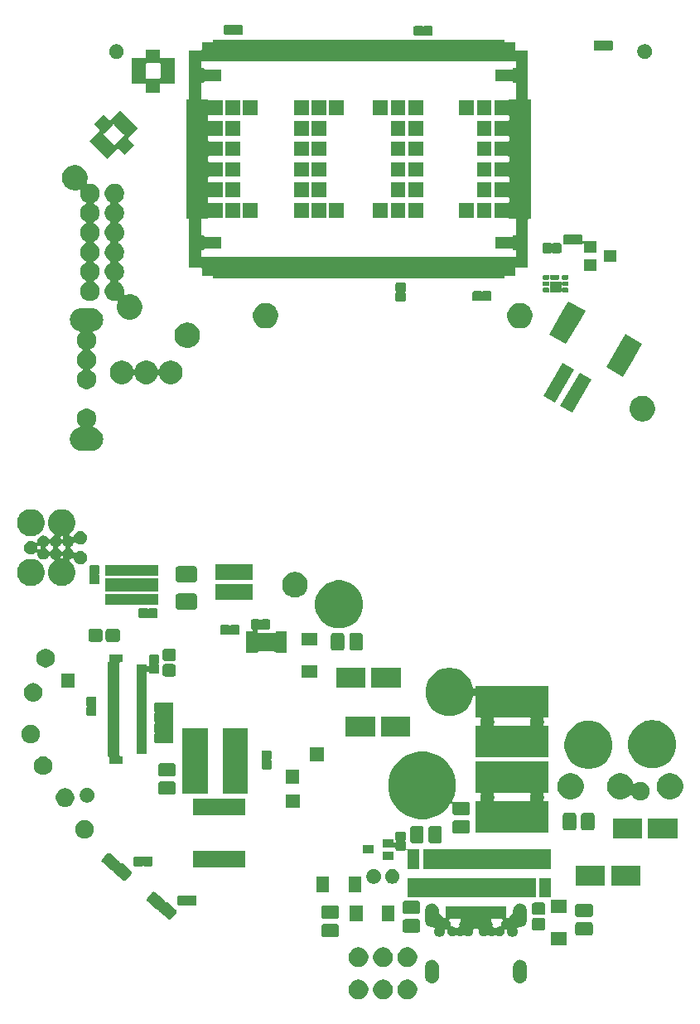
<source format=gbr>
G04 #@! TF.GenerationSoftware,KiCad,Pcbnew,5.1.6+dfsg1-1~bpo10+1*
G04 #@! TF.CreationDate,2021-03-28T20:24:38-04:00*
G04 #@! TF.ProjectId,RUSP_Mainboard,52555350-5f4d-4616-996e-626f6172642e,rev?*
G04 #@! TF.SameCoordinates,Original*
G04 #@! TF.FileFunction,Soldermask,Top*
G04 #@! TF.FilePolarity,Negative*
%FSLAX46Y46*%
G04 Gerber Fmt 4.6, Leading zero omitted, Abs format (unit mm)*
G04 Created by KiCad (PCBNEW 5.1.6+dfsg1-1~bpo10+1) date 2021-03-28 20:24:38*
%MOMM*%
%LPD*%
G01*
G04 APERTURE LIST*
%ADD10C,0.010000*%
%ADD11C,0.100000*%
G04 APERTURE END LIST*
D10*
G36*
X167830000Y-82250000D02*
G01*
X167180000Y-82250000D01*
X167174766Y-82249863D01*
X167169547Y-82249452D01*
X167164357Y-82248769D01*
X167159209Y-82247815D01*
X167154118Y-82246593D01*
X167149098Y-82245106D01*
X167144163Y-82243358D01*
X167139326Y-82241355D01*
X167134601Y-82239101D01*
X167130000Y-82236603D01*
X167125536Y-82233867D01*
X167121221Y-82230902D01*
X167117068Y-82227715D01*
X167113087Y-82224314D01*
X167109289Y-82220711D01*
X167105686Y-82216913D01*
X167102285Y-82212932D01*
X167099098Y-82208779D01*
X167096133Y-82204464D01*
X167093397Y-82200000D01*
X167090899Y-82195399D01*
X167088645Y-82190674D01*
X167086642Y-82185837D01*
X167084894Y-82180902D01*
X167083407Y-82175882D01*
X167082185Y-82170791D01*
X167081231Y-82165643D01*
X167080548Y-82160453D01*
X167080137Y-82155234D01*
X167080000Y-82150000D01*
X167080000Y-81950000D01*
X167080137Y-81944766D01*
X167080548Y-81939547D01*
X167081231Y-81934357D01*
X167082185Y-81929209D01*
X167083407Y-81924118D01*
X167084894Y-81919098D01*
X167086642Y-81914163D01*
X167088645Y-81909326D01*
X167090899Y-81904601D01*
X167093397Y-81900000D01*
X167096133Y-81895536D01*
X167099098Y-81891221D01*
X167102285Y-81887068D01*
X167105686Y-81883087D01*
X167109289Y-81879289D01*
X167113087Y-81875686D01*
X167117068Y-81872285D01*
X167121221Y-81869098D01*
X167125536Y-81866133D01*
X167130000Y-81863397D01*
X167134601Y-81860899D01*
X167139326Y-81858645D01*
X167144163Y-81856642D01*
X167149098Y-81854894D01*
X167154118Y-81853407D01*
X167159209Y-81852185D01*
X167164357Y-81851231D01*
X167169547Y-81850548D01*
X167174766Y-81850137D01*
X167180000Y-81850000D01*
X167830000Y-81850000D01*
X167835234Y-81850137D01*
X167840453Y-81850548D01*
X167845643Y-81851231D01*
X167850791Y-81852185D01*
X167855882Y-81853407D01*
X167860902Y-81854894D01*
X167865837Y-81856642D01*
X167870674Y-81858645D01*
X167875399Y-81860899D01*
X167880000Y-81863397D01*
X167884464Y-81866133D01*
X167888779Y-81869098D01*
X167892932Y-81872285D01*
X167896913Y-81875686D01*
X167900711Y-81879289D01*
X167904314Y-81883087D01*
X167907715Y-81887068D01*
X167910902Y-81891221D01*
X167913867Y-81895536D01*
X167916603Y-81900000D01*
X167919101Y-81904601D01*
X167921355Y-81909326D01*
X167923358Y-81914163D01*
X167925106Y-81919098D01*
X167926593Y-81924118D01*
X167927815Y-81929209D01*
X167928769Y-81934357D01*
X167929452Y-81939547D01*
X167929863Y-81944766D01*
X167930000Y-81950000D01*
X167930000Y-82150000D01*
X167929863Y-82155234D01*
X167929452Y-82160453D01*
X167928769Y-82165643D01*
X167927815Y-82170791D01*
X167926593Y-82175882D01*
X167925106Y-82180902D01*
X167923358Y-82185837D01*
X167921355Y-82190674D01*
X167919101Y-82195399D01*
X167916603Y-82200000D01*
X167913867Y-82204464D01*
X167910902Y-82208779D01*
X167907715Y-82212932D01*
X167904314Y-82216913D01*
X167900711Y-82220711D01*
X167896913Y-82224314D01*
X167892932Y-82227715D01*
X167888779Y-82230902D01*
X167884464Y-82233867D01*
X167880000Y-82236603D01*
X167875399Y-82239101D01*
X167870674Y-82241355D01*
X167865837Y-82243358D01*
X167860902Y-82245106D01*
X167855882Y-82246593D01*
X167850791Y-82247815D01*
X167845643Y-82248769D01*
X167840453Y-82249452D01*
X167835234Y-82249863D01*
X167830000Y-82250000D01*
G37*
X167830000Y-82250000D02*
X167180000Y-82250000D01*
X167174766Y-82249863D01*
X167169547Y-82249452D01*
X167164357Y-82248769D01*
X167159209Y-82247815D01*
X167154118Y-82246593D01*
X167149098Y-82245106D01*
X167144163Y-82243358D01*
X167139326Y-82241355D01*
X167134601Y-82239101D01*
X167130000Y-82236603D01*
X167125536Y-82233867D01*
X167121221Y-82230902D01*
X167117068Y-82227715D01*
X167113087Y-82224314D01*
X167109289Y-82220711D01*
X167105686Y-82216913D01*
X167102285Y-82212932D01*
X167099098Y-82208779D01*
X167096133Y-82204464D01*
X167093397Y-82200000D01*
X167090899Y-82195399D01*
X167088645Y-82190674D01*
X167086642Y-82185837D01*
X167084894Y-82180902D01*
X167083407Y-82175882D01*
X167082185Y-82170791D01*
X167081231Y-82165643D01*
X167080548Y-82160453D01*
X167080137Y-82155234D01*
X167080000Y-82150000D01*
X167080000Y-81950000D01*
X167080137Y-81944766D01*
X167080548Y-81939547D01*
X167081231Y-81934357D01*
X167082185Y-81929209D01*
X167083407Y-81924118D01*
X167084894Y-81919098D01*
X167086642Y-81914163D01*
X167088645Y-81909326D01*
X167090899Y-81904601D01*
X167093397Y-81900000D01*
X167096133Y-81895536D01*
X167099098Y-81891221D01*
X167102285Y-81887068D01*
X167105686Y-81883087D01*
X167109289Y-81879289D01*
X167113087Y-81875686D01*
X167117068Y-81872285D01*
X167121221Y-81869098D01*
X167125536Y-81866133D01*
X167130000Y-81863397D01*
X167134601Y-81860899D01*
X167139326Y-81858645D01*
X167144163Y-81856642D01*
X167149098Y-81854894D01*
X167154118Y-81853407D01*
X167159209Y-81852185D01*
X167164357Y-81851231D01*
X167169547Y-81850548D01*
X167174766Y-81850137D01*
X167180000Y-81850000D01*
X167830000Y-81850000D01*
X167835234Y-81850137D01*
X167840453Y-81850548D01*
X167845643Y-81851231D01*
X167850791Y-81852185D01*
X167855882Y-81853407D01*
X167860902Y-81854894D01*
X167865837Y-81856642D01*
X167870674Y-81858645D01*
X167875399Y-81860899D01*
X167880000Y-81863397D01*
X167884464Y-81866133D01*
X167888779Y-81869098D01*
X167892932Y-81872285D01*
X167896913Y-81875686D01*
X167900711Y-81879289D01*
X167904314Y-81883087D01*
X167907715Y-81887068D01*
X167910902Y-81891221D01*
X167913867Y-81895536D01*
X167916603Y-81900000D01*
X167919101Y-81904601D01*
X167921355Y-81909326D01*
X167923358Y-81914163D01*
X167925106Y-81919098D01*
X167926593Y-81924118D01*
X167927815Y-81929209D01*
X167928769Y-81934357D01*
X167929452Y-81939547D01*
X167929863Y-81944766D01*
X167930000Y-81950000D01*
X167930000Y-82150000D01*
X167929863Y-82155234D01*
X167929452Y-82160453D01*
X167928769Y-82165643D01*
X167927815Y-82170791D01*
X167926593Y-82175882D01*
X167925106Y-82180902D01*
X167923358Y-82185837D01*
X167921355Y-82190674D01*
X167919101Y-82195399D01*
X167916603Y-82200000D01*
X167913867Y-82204464D01*
X167910902Y-82208779D01*
X167907715Y-82212932D01*
X167904314Y-82216913D01*
X167900711Y-82220711D01*
X167896913Y-82224314D01*
X167892932Y-82227715D01*
X167888779Y-82230902D01*
X167884464Y-82233867D01*
X167880000Y-82236603D01*
X167875399Y-82239101D01*
X167870674Y-82241355D01*
X167865837Y-82243358D01*
X167860902Y-82245106D01*
X167855882Y-82246593D01*
X167850791Y-82247815D01*
X167845643Y-82248769D01*
X167840453Y-82249452D01*
X167835234Y-82249863D01*
X167830000Y-82250000D01*
G36*
X167150000Y-82500000D02*
G01*
X168050000Y-82500000D01*
X168055234Y-82500137D01*
X168060453Y-82500548D01*
X168065643Y-82501231D01*
X168070791Y-82502185D01*
X168075882Y-82503407D01*
X168080902Y-82504894D01*
X168085837Y-82506642D01*
X168090674Y-82508645D01*
X168095399Y-82510899D01*
X168100000Y-82513397D01*
X168104464Y-82516133D01*
X168108779Y-82519098D01*
X168112932Y-82522285D01*
X168116913Y-82525686D01*
X168120711Y-82529289D01*
X168124314Y-82533087D01*
X168127715Y-82537068D01*
X168130902Y-82541221D01*
X168133867Y-82545536D01*
X168136603Y-82550000D01*
X168139101Y-82554601D01*
X168141355Y-82559326D01*
X168143358Y-82564163D01*
X168145106Y-82569098D01*
X168146593Y-82574118D01*
X168147815Y-82579209D01*
X168148769Y-82584357D01*
X168149452Y-82589547D01*
X168149863Y-82594766D01*
X168150000Y-82600000D01*
X168150000Y-83450000D01*
X168149863Y-83455234D01*
X168149452Y-83460453D01*
X168148769Y-83465643D01*
X168147815Y-83470791D01*
X168146593Y-83475882D01*
X168145106Y-83480902D01*
X168143358Y-83485837D01*
X168141355Y-83490674D01*
X168139101Y-83495399D01*
X168136603Y-83500000D01*
X168133867Y-83504464D01*
X168130902Y-83508779D01*
X168127715Y-83512932D01*
X168124314Y-83516913D01*
X168120711Y-83520711D01*
X168116913Y-83524314D01*
X168112932Y-83527715D01*
X168108779Y-83530902D01*
X168104464Y-83533867D01*
X168100000Y-83536603D01*
X168095399Y-83539101D01*
X168090674Y-83541355D01*
X168085837Y-83543358D01*
X168080902Y-83545106D01*
X168075882Y-83546593D01*
X168070791Y-83547815D01*
X168065643Y-83548769D01*
X168060453Y-83549452D01*
X168055234Y-83549863D01*
X168050000Y-83550000D01*
X167150000Y-83550000D01*
X167144766Y-83549863D01*
X167139547Y-83549452D01*
X167134357Y-83548769D01*
X167129209Y-83547815D01*
X167124118Y-83546593D01*
X167119098Y-83545106D01*
X167114163Y-83543358D01*
X167109326Y-83541355D01*
X167104601Y-83539101D01*
X167100000Y-83536603D01*
X167095536Y-83533867D01*
X167091221Y-83530902D01*
X167087068Y-83527715D01*
X167083087Y-83524314D01*
X167079289Y-83520711D01*
X167075686Y-83516913D01*
X167072285Y-83512932D01*
X167069098Y-83508779D01*
X167066133Y-83504464D01*
X167063397Y-83500000D01*
X167060899Y-83495399D01*
X167058645Y-83490674D01*
X167056642Y-83485837D01*
X167054894Y-83480902D01*
X167053407Y-83475882D01*
X167052185Y-83470791D01*
X167051231Y-83465643D01*
X167050548Y-83460453D01*
X167050137Y-83455234D01*
X167050000Y-83450000D01*
X167050000Y-82600000D01*
X167050137Y-82594766D01*
X167050548Y-82589547D01*
X167051231Y-82584357D01*
X167052185Y-82579209D01*
X167053407Y-82574118D01*
X167054894Y-82569098D01*
X167056642Y-82564163D01*
X167058645Y-82559326D01*
X167060899Y-82554601D01*
X167063397Y-82550000D01*
X167066133Y-82545536D01*
X167069098Y-82541221D01*
X167072285Y-82537068D01*
X167075686Y-82533087D01*
X167079289Y-82529289D01*
X167083087Y-82525686D01*
X167087068Y-82522285D01*
X167091221Y-82519098D01*
X167095536Y-82516133D01*
X167100000Y-82513397D01*
X167104601Y-82510899D01*
X167109326Y-82508645D01*
X167114163Y-82506642D01*
X167119098Y-82504894D01*
X167124118Y-82503407D01*
X167129209Y-82502185D01*
X167134357Y-82501231D01*
X167139547Y-82500548D01*
X167144766Y-82500137D01*
X167150000Y-82500000D01*
G37*
X167150000Y-82500000D02*
X168050000Y-82500000D01*
X168055234Y-82500137D01*
X168060453Y-82500548D01*
X168065643Y-82501231D01*
X168070791Y-82502185D01*
X168075882Y-82503407D01*
X168080902Y-82504894D01*
X168085837Y-82506642D01*
X168090674Y-82508645D01*
X168095399Y-82510899D01*
X168100000Y-82513397D01*
X168104464Y-82516133D01*
X168108779Y-82519098D01*
X168112932Y-82522285D01*
X168116913Y-82525686D01*
X168120711Y-82529289D01*
X168124314Y-82533087D01*
X168127715Y-82537068D01*
X168130902Y-82541221D01*
X168133867Y-82545536D01*
X168136603Y-82550000D01*
X168139101Y-82554601D01*
X168141355Y-82559326D01*
X168143358Y-82564163D01*
X168145106Y-82569098D01*
X168146593Y-82574118D01*
X168147815Y-82579209D01*
X168148769Y-82584357D01*
X168149452Y-82589547D01*
X168149863Y-82594766D01*
X168150000Y-82600000D01*
X168150000Y-83450000D01*
X168149863Y-83455234D01*
X168149452Y-83460453D01*
X168148769Y-83465643D01*
X168147815Y-83470791D01*
X168146593Y-83475882D01*
X168145106Y-83480902D01*
X168143358Y-83485837D01*
X168141355Y-83490674D01*
X168139101Y-83495399D01*
X168136603Y-83500000D01*
X168133867Y-83504464D01*
X168130902Y-83508779D01*
X168127715Y-83512932D01*
X168124314Y-83516913D01*
X168120711Y-83520711D01*
X168116913Y-83524314D01*
X168112932Y-83527715D01*
X168108779Y-83530902D01*
X168104464Y-83533867D01*
X168100000Y-83536603D01*
X168095399Y-83539101D01*
X168090674Y-83541355D01*
X168085837Y-83543358D01*
X168080902Y-83545106D01*
X168075882Y-83546593D01*
X168070791Y-83547815D01*
X168065643Y-83548769D01*
X168060453Y-83549452D01*
X168055234Y-83549863D01*
X168050000Y-83550000D01*
X167150000Y-83550000D01*
X167144766Y-83549863D01*
X167139547Y-83549452D01*
X167134357Y-83548769D01*
X167129209Y-83547815D01*
X167124118Y-83546593D01*
X167119098Y-83545106D01*
X167114163Y-83543358D01*
X167109326Y-83541355D01*
X167104601Y-83539101D01*
X167100000Y-83536603D01*
X167095536Y-83533867D01*
X167091221Y-83530902D01*
X167087068Y-83527715D01*
X167083087Y-83524314D01*
X167079289Y-83520711D01*
X167075686Y-83516913D01*
X167072285Y-83512932D01*
X167069098Y-83508779D01*
X167066133Y-83504464D01*
X167063397Y-83500000D01*
X167060899Y-83495399D01*
X167058645Y-83490674D01*
X167056642Y-83485837D01*
X167054894Y-83480902D01*
X167053407Y-83475882D01*
X167052185Y-83470791D01*
X167051231Y-83465643D01*
X167050548Y-83460453D01*
X167050137Y-83455234D01*
X167050000Y-83450000D01*
X167050000Y-82600000D01*
X167050137Y-82594766D01*
X167050548Y-82589547D01*
X167051231Y-82584357D01*
X167052185Y-82579209D01*
X167053407Y-82574118D01*
X167054894Y-82569098D01*
X167056642Y-82564163D01*
X167058645Y-82559326D01*
X167060899Y-82554601D01*
X167063397Y-82550000D01*
X167066133Y-82545536D01*
X167069098Y-82541221D01*
X167072285Y-82537068D01*
X167075686Y-82533087D01*
X167079289Y-82529289D01*
X167083087Y-82525686D01*
X167087068Y-82522285D01*
X167091221Y-82519098D01*
X167095536Y-82516133D01*
X167100000Y-82513397D01*
X167104601Y-82510899D01*
X167109326Y-82508645D01*
X167114163Y-82506642D01*
X167119098Y-82504894D01*
X167124118Y-82503407D01*
X167129209Y-82502185D01*
X167134357Y-82501231D01*
X167139547Y-82500548D01*
X167144766Y-82500137D01*
X167150000Y-82500000D01*
G36*
X166350000Y-82150000D02*
G01*
X166350000Y-81950000D01*
X166350137Y-81944766D01*
X166350548Y-81939547D01*
X166351231Y-81934357D01*
X166352185Y-81929209D01*
X166353407Y-81924118D01*
X166354894Y-81919098D01*
X166356642Y-81914163D01*
X166358645Y-81909326D01*
X166360899Y-81904601D01*
X166363397Y-81900000D01*
X166366133Y-81895536D01*
X166369098Y-81891221D01*
X166372285Y-81887068D01*
X166375686Y-81883087D01*
X166379289Y-81879289D01*
X166383087Y-81875686D01*
X166387068Y-81872285D01*
X166391221Y-81869098D01*
X166395536Y-81866133D01*
X166400000Y-81863397D01*
X166404601Y-81860899D01*
X166409326Y-81858645D01*
X166414163Y-81856642D01*
X166419098Y-81854894D01*
X166424118Y-81853407D01*
X166429209Y-81852185D01*
X166434357Y-81851231D01*
X166439547Y-81850548D01*
X166444766Y-81850137D01*
X166450000Y-81850000D01*
X166800000Y-81850000D01*
X166805234Y-81850137D01*
X166810453Y-81850548D01*
X166815643Y-81851231D01*
X166820791Y-81852185D01*
X166825882Y-81853407D01*
X166830902Y-81854894D01*
X166835837Y-81856642D01*
X166840674Y-81858645D01*
X166845399Y-81860899D01*
X166850000Y-81863397D01*
X166854464Y-81866133D01*
X166858779Y-81869098D01*
X166862932Y-81872285D01*
X166866913Y-81875686D01*
X166870711Y-81879289D01*
X166874314Y-81883087D01*
X166877715Y-81887068D01*
X166880902Y-81891221D01*
X166883867Y-81895536D01*
X166886603Y-81900000D01*
X166889101Y-81904601D01*
X166891355Y-81909326D01*
X166893358Y-81914163D01*
X166895106Y-81919098D01*
X166896593Y-81924118D01*
X166897815Y-81929209D01*
X166898769Y-81934357D01*
X166899452Y-81939547D01*
X166899863Y-81944766D01*
X166900000Y-81950000D01*
X166900000Y-82150000D01*
X166899863Y-82155234D01*
X166899452Y-82160453D01*
X166898769Y-82165643D01*
X166897815Y-82170791D01*
X166896593Y-82175882D01*
X166895106Y-82180902D01*
X166893358Y-82185837D01*
X166891355Y-82190674D01*
X166889101Y-82195399D01*
X166886603Y-82200000D01*
X166883867Y-82204464D01*
X166880902Y-82208779D01*
X166877715Y-82212932D01*
X166874314Y-82216913D01*
X166870711Y-82220711D01*
X166866913Y-82224314D01*
X166862932Y-82227715D01*
X166858779Y-82230902D01*
X166854464Y-82233867D01*
X166850000Y-82236603D01*
X166845399Y-82239101D01*
X166840674Y-82241355D01*
X166835837Y-82243358D01*
X166830902Y-82245106D01*
X166825882Y-82246593D01*
X166820791Y-82247815D01*
X166815643Y-82248769D01*
X166810453Y-82249452D01*
X166805234Y-82249863D01*
X166800000Y-82250000D01*
X166450000Y-82250000D01*
X166444766Y-82249863D01*
X166439547Y-82249452D01*
X166434357Y-82248769D01*
X166429209Y-82247815D01*
X166424118Y-82246593D01*
X166419098Y-82245106D01*
X166414163Y-82243358D01*
X166409326Y-82241355D01*
X166404601Y-82239101D01*
X166400000Y-82236603D01*
X166395536Y-82233867D01*
X166391221Y-82230902D01*
X166387068Y-82227715D01*
X166383087Y-82224314D01*
X166379289Y-82220711D01*
X166375686Y-82216913D01*
X166372285Y-82212932D01*
X166369098Y-82208779D01*
X166366133Y-82204464D01*
X166363397Y-82200000D01*
X166360899Y-82195399D01*
X166358645Y-82190674D01*
X166356642Y-82185837D01*
X166354894Y-82180902D01*
X166353407Y-82175882D01*
X166352185Y-82170791D01*
X166351231Y-82165643D01*
X166350548Y-82160453D01*
X166350137Y-82155234D01*
X166350000Y-82150000D01*
G37*
X166350000Y-82150000D02*
X166350000Y-81950000D01*
X166350137Y-81944766D01*
X166350548Y-81939547D01*
X166351231Y-81934357D01*
X166352185Y-81929209D01*
X166353407Y-81924118D01*
X166354894Y-81919098D01*
X166356642Y-81914163D01*
X166358645Y-81909326D01*
X166360899Y-81904601D01*
X166363397Y-81900000D01*
X166366133Y-81895536D01*
X166369098Y-81891221D01*
X166372285Y-81887068D01*
X166375686Y-81883087D01*
X166379289Y-81879289D01*
X166383087Y-81875686D01*
X166387068Y-81872285D01*
X166391221Y-81869098D01*
X166395536Y-81866133D01*
X166400000Y-81863397D01*
X166404601Y-81860899D01*
X166409326Y-81858645D01*
X166414163Y-81856642D01*
X166419098Y-81854894D01*
X166424118Y-81853407D01*
X166429209Y-81852185D01*
X166434357Y-81851231D01*
X166439547Y-81850548D01*
X166444766Y-81850137D01*
X166450000Y-81850000D01*
X166800000Y-81850000D01*
X166805234Y-81850137D01*
X166810453Y-81850548D01*
X166815643Y-81851231D01*
X166820791Y-81852185D01*
X166825882Y-81853407D01*
X166830902Y-81854894D01*
X166835837Y-81856642D01*
X166840674Y-81858645D01*
X166845399Y-81860899D01*
X166850000Y-81863397D01*
X166854464Y-81866133D01*
X166858779Y-81869098D01*
X166862932Y-81872285D01*
X166866913Y-81875686D01*
X166870711Y-81879289D01*
X166874314Y-81883087D01*
X166877715Y-81887068D01*
X166880902Y-81891221D01*
X166883867Y-81895536D01*
X166886603Y-81900000D01*
X166889101Y-81904601D01*
X166891355Y-81909326D01*
X166893358Y-81914163D01*
X166895106Y-81919098D01*
X166896593Y-81924118D01*
X166897815Y-81929209D01*
X166898769Y-81934357D01*
X166899452Y-81939547D01*
X166899863Y-81944766D01*
X166900000Y-81950000D01*
X166900000Y-82150000D01*
X166899863Y-82155234D01*
X166899452Y-82160453D01*
X166898769Y-82165643D01*
X166897815Y-82170791D01*
X166896593Y-82175882D01*
X166895106Y-82180902D01*
X166893358Y-82185837D01*
X166891355Y-82190674D01*
X166889101Y-82195399D01*
X166886603Y-82200000D01*
X166883867Y-82204464D01*
X166880902Y-82208779D01*
X166877715Y-82212932D01*
X166874314Y-82216913D01*
X166870711Y-82220711D01*
X166866913Y-82224314D01*
X166862932Y-82227715D01*
X166858779Y-82230902D01*
X166854464Y-82233867D01*
X166850000Y-82236603D01*
X166845399Y-82239101D01*
X166840674Y-82241355D01*
X166835837Y-82243358D01*
X166830902Y-82245106D01*
X166825882Y-82246593D01*
X166820791Y-82247815D01*
X166815643Y-82248769D01*
X166810453Y-82249452D01*
X166805234Y-82249863D01*
X166800000Y-82250000D01*
X166450000Y-82250000D01*
X166444766Y-82249863D01*
X166439547Y-82249452D01*
X166434357Y-82248769D01*
X166429209Y-82247815D01*
X166424118Y-82246593D01*
X166419098Y-82245106D01*
X166414163Y-82243358D01*
X166409326Y-82241355D01*
X166404601Y-82239101D01*
X166400000Y-82236603D01*
X166395536Y-82233867D01*
X166391221Y-82230902D01*
X166387068Y-82227715D01*
X166383087Y-82224314D01*
X166379289Y-82220711D01*
X166375686Y-82216913D01*
X166372285Y-82212932D01*
X166369098Y-82208779D01*
X166366133Y-82204464D01*
X166363397Y-82200000D01*
X166360899Y-82195399D01*
X166358645Y-82190674D01*
X166356642Y-82185837D01*
X166354894Y-82180902D01*
X166353407Y-82175882D01*
X166352185Y-82170791D01*
X166351231Y-82165643D01*
X166350548Y-82160453D01*
X166350137Y-82155234D01*
X166350000Y-82150000D01*
G36*
X166350000Y-83450000D02*
G01*
X166350000Y-83250000D01*
X166350137Y-83244766D01*
X166350548Y-83239547D01*
X166351231Y-83234357D01*
X166352185Y-83229209D01*
X166353407Y-83224118D01*
X166354894Y-83219098D01*
X166356642Y-83214163D01*
X166358645Y-83209326D01*
X166360899Y-83204601D01*
X166363397Y-83200000D01*
X166366133Y-83195536D01*
X166369098Y-83191221D01*
X166372285Y-83187068D01*
X166375686Y-83183087D01*
X166379289Y-83179289D01*
X166383087Y-83175686D01*
X166387068Y-83172285D01*
X166391221Y-83169098D01*
X166395536Y-83166133D01*
X166400000Y-83163397D01*
X166404601Y-83160899D01*
X166409326Y-83158645D01*
X166414163Y-83156642D01*
X166419098Y-83154894D01*
X166424118Y-83153407D01*
X166429209Y-83152185D01*
X166434357Y-83151231D01*
X166439547Y-83150548D01*
X166444766Y-83150137D01*
X166450000Y-83150000D01*
X166800000Y-83150000D01*
X166805234Y-83150137D01*
X166810453Y-83150548D01*
X166815643Y-83151231D01*
X166820791Y-83152185D01*
X166825882Y-83153407D01*
X166830902Y-83154894D01*
X166835837Y-83156642D01*
X166840674Y-83158645D01*
X166845399Y-83160899D01*
X166850000Y-83163397D01*
X166854464Y-83166133D01*
X166858779Y-83169098D01*
X166862932Y-83172285D01*
X166866913Y-83175686D01*
X166870711Y-83179289D01*
X166874314Y-83183087D01*
X166877715Y-83187068D01*
X166880902Y-83191221D01*
X166883867Y-83195536D01*
X166886603Y-83200000D01*
X166889101Y-83204601D01*
X166891355Y-83209326D01*
X166893358Y-83214163D01*
X166895106Y-83219098D01*
X166896593Y-83224118D01*
X166897815Y-83229209D01*
X166898769Y-83234357D01*
X166899452Y-83239547D01*
X166899863Y-83244766D01*
X166900000Y-83250000D01*
X166900000Y-83450000D01*
X166899863Y-83455234D01*
X166899452Y-83460453D01*
X166898769Y-83465643D01*
X166897815Y-83470791D01*
X166896593Y-83475882D01*
X166895106Y-83480902D01*
X166893358Y-83485837D01*
X166891355Y-83490674D01*
X166889101Y-83495399D01*
X166886603Y-83500000D01*
X166883867Y-83504464D01*
X166880902Y-83508779D01*
X166877715Y-83512932D01*
X166874314Y-83516913D01*
X166870711Y-83520711D01*
X166866913Y-83524314D01*
X166862932Y-83527715D01*
X166858779Y-83530902D01*
X166854464Y-83533867D01*
X166850000Y-83536603D01*
X166845399Y-83539101D01*
X166840674Y-83541355D01*
X166835837Y-83543358D01*
X166830902Y-83545106D01*
X166825882Y-83546593D01*
X166820791Y-83547815D01*
X166815643Y-83548769D01*
X166810453Y-83549452D01*
X166805234Y-83549863D01*
X166800000Y-83550000D01*
X166450000Y-83550000D01*
X166444766Y-83549863D01*
X166439547Y-83549452D01*
X166434357Y-83548769D01*
X166429209Y-83547815D01*
X166424118Y-83546593D01*
X166419098Y-83545106D01*
X166414163Y-83543358D01*
X166409326Y-83541355D01*
X166404601Y-83539101D01*
X166400000Y-83536603D01*
X166395536Y-83533867D01*
X166391221Y-83530902D01*
X166387068Y-83527715D01*
X166383087Y-83524314D01*
X166379289Y-83520711D01*
X166375686Y-83516913D01*
X166372285Y-83512932D01*
X166369098Y-83508779D01*
X166366133Y-83504464D01*
X166363397Y-83500000D01*
X166360899Y-83495399D01*
X166358645Y-83490674D01*
X166356642Y-83485837D01*
X166354894Y-83480902D01*
X166353407Y-83475882D01*
X166352185Y-83470791D01*
X166351231Y-83465643D01*
X166350548Y-83460453D01*
X166350137Y-83455234D01*
X166350000Y-83450000D01*
G37*
X166350000Y-83450000D02*
X166350000Y-83250000D01*
X166350137Y-83244766D01*
X166350548Y-83239547D01*
X166351231Y-83234357D01*
X166352185Y-83229209D01*
X166353407Y-83224118D01*
X166354894Y-83219098D01*
X166356642Y-83214163D01*
X166358645Y-83209326D01*
X166360899Y-83204601D01*
X166363397Y-83200000D01*
X166366133Y-83195536D01*
X166369098Y-83191221D01*
X166372285Y-83187068D01*
X166375686Y-83183087D01*
X166379289Y-83179289D01*
X166383087Y-83175686D01*
X166387068Y-83172285D01*
X166391221Y-83169098D01*
X166395536Y-83166133D01*
X166400000Y-83163397D01*
X166404601Y-83160899D01*
X166409326Y-83158645D01*
X166414163Y-83156642D01*
X166419098Y-83154894D01*
X166424118Y-83153407D01*
X166429209Y-83152185D01*
X166434357Y-83151231D01*
X166439547Y-83150548D01*
X166444766Y-83150137D01*
X166450000Y-83150000D01*
X166800000Y-83150000D01*
X166805234Y-83150137D01*
X166810453Y-83150548D01*
X166815643Y-83151231D01*
X166820791Y-83152185D01*
X166825882Y-83153407D01*
X166830902Y-83154894D01*
X166835837Y-83156642D01*
X166840674Y-83158645D01*
X166845399Y-83160899D01*
X166850000Y-83163397D01*
X166854464Y-83166133D01*
X166858779Y-83169098D01*
X166862932Y-83172285D01*
X166866913Y-83175686D01*
X166870711Y-83179289D01*
X166874314Y-83183087D01*
X166877715Y-83187068D01*
X166880902Y-83191221D01*
X166883867Y-83195536D01*
X166886603Y-83200000D01*
X166889101Y-83204601D01*
X166891355Y-83209326D01*
X166893358Y-83214163D01*
X166895106Y-83219098D01*
X166896593Y-83224118D01*
X166897815Y-83229209D01*
X166898769Y-83234357D01*
X166899452Y-83239547D01*
X166899863Y-83244766D01*
X166900000Y-83250000D01*
X166900000Y-83450000D01*
X166899863Y-83455234D01*
X166899452Y-83460453D01*
X166898769Y-83465643D01*
X166897815Y-83470791D01*
X166896593Y-83475882D01*
X166895106Y-83480902D01*
X166893358Y-83485837D01*
X166891355Y-83490674D01*
X166889101Y-83495399D01*
X166886603Y-83500000D01*
X166883867Y-83504464D01*
X166880902Y-83508779D01*
X166877715Y-83512932D01*
X166874314Y-83516913D01*
X166870711Y-83520711D01*
X166866913Y-83524314D01*
X166862932Y-83527715D01*
X166858779Y-83530902D01*
X166854464Y-83533867D01*
X166850000Y-83536603D01*
X166845399Y-83539101D01*
X166840674Y-83541355D01*
X166835837Y-83543358D01*
X166830902Y-83545106D01*
X166825882Y-83546593D01*
X166820791Y-83547815D01*
X166815643Y-83548769D01*
X166810453Y-83549452D01*
X166805234Y-83549863D01*
X166800000Y-83550000D01*
X166450000Y-83550000D01*
X166444766Y-83549863D01*
X166439547Y-83549452D01*
X166434357Y-83548769D01*
X166429209Y-83547815D01*
X166424118Y-83546593D01*
X166419098Y-83545106D01*
X166414163Y-83543358D01*
X166409326Y-83541355D01*
X166404601Y-83539101D01*
X166400000Y-83536603D01*
X166395536Y-83533867D01*
X166391221Y-83530902D01*
X166387068Y-83527715D01*
X166383087Y-83524314D01*
X166379289Y-83520711D01*
X166375686Y-83516913D01*
X166372285Y-83512932D01*
X166369098Y-83508779D01*
X166366133Y-83504464D01*
X166363397Y-83500000D01*
X166360899Y-83495399D01*
X166358645Y-83490674D01*
X166356642Y-83485837D01*
X166354894Y-83480902D01*
X166353407Y-83475882D01*
X166352185Y-83470791D01*
X166351231Y-83465643D01*
X166350548Y-83460453D01*
X166350137Y-83455234D01*
X166350000Y-83450000D01*
G36*
X168300000Y-82150000D02*
G01*
X168300000Y-81950000D01*
X168300137Y-81944766D01*
X168300548Y-81939547D01*
X168301231Y-81934357D01*
X168302185Y-81929209D01*
X168303407Y-81924118D01*
X168304894Y-81919098D01*
X168306642Y-81914163D01*
X168308645Y-81909326D01*
X168310899Y-81904601D01*
X168313397Y-81900000D01*
X168316133Y-81895536D01*
X168319098Y-81891221D01*
X168322285Y-81887068D01*
X168325686Y-81883087D01*
X168329289Y-81879289D01*
X168333087Y-81875686D01*
X168337068Y-81872285D01*
X168341221Y-81869098D01*
X168345536Y-81866133D01*
X168350000Y-81863397D01*
X168354601Y-81860899D01*
X168359326Y-81858645D01*
X168364163Y-81856642D01*
X168369098Y-81854894D01*
X168374118Y-81853407D01*
X168379209Y-81852185D01*
X168384357Y-81851231D01*
X168389547Y-81850548D01*
X168394766Y-81850137D01*
X168400000Y-81850000D01*
X168750000Y-81850000D01*
X168755234Y-81850137D01*
X168760453Y-81850548D01*
X168765643Y-81851231D01*
X168770791Y-81852185D01*
X168775882Y-81853407D01*
X168780902Y-81854894D01*
X168785837Y-81856642D01*
X168790674Y-81858645D01*
X168795399Y-81860899D01*
X168800000Y-81863397D01*
X168804464Y-81866133D01*
X168808779Y-81869098D01*
X168812932Y-81872285D01*
X168816913Y-81875686D01*
X168820711Y-81879289D01*
X168824314Y-81883087D01*
X168827715Y-81887068D01*
X168830902Y-81891221D01*
X168833867Y-81895536D01*
X168836603Y-81900000D01*
X168839101Y-81904601D01*
X168841355Y-81909326D01*
X168843358Y-81914163D01*
X168845106Y-81919098D01*
X168846593Y-81924118D01*
X168847815Y-81929209D01*
X168848769Y-81934357D01*
X168849452Y-81939547D01*
X168849863Y-81944766D01*
X168850000Y-81950000D01*
X168850000Y-82150000D01*
X168849863Y-82155234D01*
X168849452Y-82160453D01*
X168848769Y-82165643D01*
X168847815Y-82170791D01*
X168846593Y-82175882D01*
X168845106Y-82180902D01*
X168843358Y-82185837D01*
X168841355Y-82190674D01*
X168839101Y-82195399D01*
X168836603Y-82200000D01*
X168833867Y-82204464D01*
X168830902Y-82208779D01*
X168827715Y-82212932D01*
X168824314Y-82216913D01*
X168820711Y-82220711D01*
X168816913Y-82224314D01*
X168812932Y-82227715D01*
X168808779Y-82230902D01*
X168804464Y-82233867D01*
X168800000Y-82236603D01*
X168795399Y-82239101D01*
X168790674Y-82241355D01*
X168785837Y-82243358D01*
X168780902Y-82245106D01*
X168775882Y-82246593D01*
X168770791Y-82247815D01*
X168765643Y-82248769D01*
X168760453Y-82249452D01*
X168755234Y-82249863D01*
X168750000Y-82250000D01*
X168400000Y-82250000D01*
X168394766Y-82249863D01*
X168389547Y-82249452D01*
X168384357Y-82248769D01*
X168379209Y-82247815D01*
X168374118Y-82246593D01*
X168369098Y-82245106D01*
X168364163Y-82243358D01*
X168359326Y-82241355D01*
X168354601Y-82239101D01*
X168350000Y-82236603D01*
X168345536Y-82233867D01*
X168341221Y-82230902D01*
X168337068Y-82227715D01*
X168333087Y-82224314D01*
X168329289Y-82220711D01*
X168325686Y-82216913D01*
X168322285Y-82212932D01*
X168319098Y-82208779D01*
X168316133Y-82204464D01*
X168313397Y-82200000D01*
X168310899Y-82195399D01*
X168308645Y-82190674D01*
X168306642Y-82185837D01*
X168304894Y-82180902D01*
X168303407Y-82175882D01*
X168302185Y-82170791D01*
X168301231Y-82165643D01*
X168300548Y-82160453D01*
X168300137Y-82155234D01*
X168300000Y-82150000D01*
G37*
X168300000Y-82150000D02*
X168300000Y-81950000D01*
X168300137Y-81944766D01*
X168300548Y-81939547D01*
X168301231Y-81934357D01*
X168302185Y-81929209D01*
X168303407Y-81924118D01*
X168304894Y-81919098D01*
X168306642Y-81914163D01*
X168308645Y-81909326D01*
X168310899Y-81904601D01*
X168313397Y-81900000D01*
X168316133Y-81895536D01*
X168319098Y-81891221D01*
X168322285Y-81887068D01*
X168325686Y-81883087D01*
X168329289Y-81879289D01*
X168333087Y-81875686D01*
X168337068Y-81872285D01*
X168341221Y-81869098D01*
X168345536Y-81866133D01*
X168350000Y-81863397D01*
X168354601Y-81860899D01*
X168359326Y-81858645D01*
X168364163Y-81856642D01*
X168369098Y-81854894D01*
X168374118Y-81853407D01*
X168379209Y-81852185D01*
X168384357Y-81851231D01*
X168389547Y-81850548D01*
X168394766Y-81850137D01*
X168400000Y-81850000D01*
X168750000Y-81850000D01*
X168755234Y-81850137D01*
X168760453Y-81850548D01*
X168765643Y-81851231D01*
X168770791Y-81852185D01*
X168775882Y-81853407D01*
X168780902Y-81854894D01*
X168785837Y-81856642D01*
X168790674Y-81858645D01*
X168795399Y-81860899D01*
X168800000Y-81863397D01*
X168804464Y-81866133D01*
X168808779Y-81869098D01*
X168812932Y-81872285D01*
X168816913Y-81875686D01*
X168820711Y-81879289D01*
X168824314Y-81883087D01*
X168827715Y-81887068D01*
X168830902Y-81891221D01*
X168833867Y-81895536D01*
X168836603Y-81900000D01*
X168839101Y-81904601D01*
X168841355Y-81909326D01*
X168843358Y-81914163D01*
X168845106Y-81919098D01*
X168846593Y-81924118D01*
X168847815Y-81929209D01*
X168848769Y-81934357D01*
X168849452Y-81939547D01*
X168849863Y-81944766D01*
X168850000Y-81950000D01*
X168850000Y-82150000D01*
X168849863Y-82155234D01*
X168849452Y-82160453D01*
X168848769Y-82165643D01*
X168847815Y-82170791D01*
X168846593Y-82175882D01*
X168845106Y-82180902D01*
X168843358Y-82185837D01*
X168841355Y-82190674D01*
X168839101Y-82195399D01*
X168836603Y-82200000D01*
X168833867Y-82204464D01*
X168830902Y-82208779D01*
X168827715Y-82212932D01*
X168824314Y-82216913D01*
X168820711Y-82220711D01*
X168816913Y-82224314D01*
X168812932Y-82227715D01*
X168808779Y-82230902D01*
X168804464Y-82233867D01*
X168800000Y-82236603D01*
X168795399Y-82239101D01*
X168790674Y-82241355D01*
X168785837Y-82243358D01*
X168780902Y-82245106D01*
X168775882Y-82246593D01*
X168770791Y-82247815D01*
X168765643Y-82248769D01*
X168760453Y-82249452D01*
X168755234Y-82249863D01*
X168750000Y-82250000D01*
X168400000Y-82250000D01*
X168394766Y-82249863D01*
X168389547Y-82249452D01*
X168384357Y-82248769D01*
X168379209Y-82247815D01*
X168374118Y-82246593D01*
X168369098Y-82245106D01*
X168364163Y-82243358D01*
X168359326Y-82241355D01*
X168354601Y-82239101D01*
X168350000Y-82236603D01*
X168345536Y-82233867D01*
X168341221Y-82230902D01*
X168337068Y-82227715D01*
X168333087Y-82224314D01*
X168329289Y-82220711D01*
X168325686Y-82216913D01*
X168322285Y-82212932D01*
X168319098Y-82208779D01*
X168316133Y-82204464D01*
X168313397Y-82200000D01*
X168310899Y-82195399D01*
X168308645Y-82190674D01*
X168306642Y-82185837D01*
X168304894Y-82180902D01*
X168303407Y-82175882D01*
X168302185Y-82170791D01*
X168301231Y-82165643D01*
X168300548Y-82160453D01*
X168300137Y-82155234D01*
X168300000Y-82150000D01*
G36*
X168300000Y-83450000D02*
G01*
X168300000Y-83250000D01*
X168300137Y-83244766D01*
X168300548Y-83239547D01*
X168301231Y-83234357D01*
X168302185Y-83229209D01*
X168303407Y-83224118D01*
X168304894Y-83219098D01*
X168306642Y-83214163D01*
X168308645Y-83209326D01*
X168310899Y-83204601D01*
X168313397Y-83200000D01*
X168316133Y-83195536D01*
X168319098Y-83191221D01*
X168322285Y-83187068D01*
X168325686Y-83183087D01*
X168329289Y-83179289D01*
X168333087Y-83175686D01*
X168337068Y-83172285D01*
X168341221Y-83169098D01*
X168345536Y-83166133D01*
X168350000Y-83163397D01*
X168354601Y-83160899D01*
X168359326Y-83158645D01*
X168364163Y-83156642D01*
X168369098Y-83154894D01*
X168374118Y-83153407D01*
X168379209Y-83152185D01*
X168384357Y-83151231D01*
X168389547Y-83150548D01*
X168394766Y-83150137D01*
X168400000Y-83150000D01*
X168750000Y-83150000D01*
X168755234Y-83150137D01*
X168760453Y-83150548D01*
X168765643Y-83151231D01*
X168770791Y-83152185D01*
X168775882Y-83153407D01*
X168780902Y-83154894D01*
X168785837Y-83156642D01*
X168790674Y-83158645D01*
X168795399Y-83160899D01*
X168800000Y-83163397D01*
X168804464Y-83166133D01*
X168808779Y-83169098D01*
X168812932Y-83172285D01*
X168816913Y-83175686D01*
X168820711Y-83179289D01*
X168824314Y-83183087D01*
X168827715Y-83187068D01*
X168830902Y-83191221D01*
X168833867Y-83195536D01*
X168836603Y-83200000D01*
X168839101Y-83204601D01*
X168841355Y-83209326D01*
X168843358Y-83214163D01*
X168845106Y-83219098D01*
X168846593Y-83224118D01*
X168847815Y-83229209D01*
X168848769Y-83234357D01*
X168849452Y-83239547D01*
X168849863Y-83244766D01*
X168850000Y-83250000D01*
X168850000Y-83450000D01*
X168849863Y-83455234D01*
X168849452Y-83460453D01*
X168848769Y-83465643D01*
X168847815Y-83470791D01*
X168846593Y-83475882D01*
X168845106Y-83480902D01*
X168843358Y-83485837D01*
X168841355Y-83490674D01*
X168839101Y-83495399D01*
X168836603Y-83500000D01*
X168833867Y-83504464D01*
X168830902Y-83508779D01*
X168827715Y-83512932D01*
X168824314Y-83516913D01*
X168820711Y-83520711D01*
X168816913Y-83524314D01*
X168812932Y-83527715D01*
X168808779Y-83530902D01*
X168804464Y-83533867D01*
X168800000Y-83536603D01*
X168795399Y-83539101D01*
X168790674Y-83541355D01*
X168785837Y-83543358D01*
X168780902Y-83545106D01*
X168775882Y-83546593D01*
X168770791Y-83547815D01*
X168765643Y-83548769D01*
X168760453Y-83549452D01*
X168755234Y-83549863D01*
X168750000Y-83550000D01*
X168400000Y-83550000D01*
X168394766Y-83549863D01*
X168389547Y-83549452D01*
X168384357Y-83548769D01*
X168379209Y-83547815D01*
X168374118Y-83546593D01*
X168369098Y-83545106D01*
X168364163Y-83543358D01*
X168359326Y-83541355D01*
X168354601Y-83539101D01*
X168350000Y-83536603D01*
X168345536Y-83533867D01*
X168341221Y-83530902D01*
X168337068Y-83527715D01*
X168333087Y-83524314D01*
X168329289Y-83520711D01*
X168325686Y-83516913D01*
X168322285Y-83512932D01*
X168319098Y-83508779D01*
X168316133Y-83504464D01*
X168313397Y-83500000D01*
X168310899Y-83495399D01*
X168308645Y-83490674D01*
X168306642Y-83485837D01*
X168304894Y-83480902D01*
X168303407Y-83475882D01*
X168302185Y-83470791D01*
X168301231Y-83465643D01*
X168300548Y-83460453D01*
X168300137Y-83455234D01*
X168300000Y-83450000D01*
G37*
X168300000Y-83450000D02*
X168300000Y-83250000D01*
X168300137Y-83244766D01*
X168300548Y-83239547D01*
X168301231Y-83234357D01*
X168302185Y-83229209D01*
X168303407Y-83224118D01*
X168304894Y-83219098D01*
X168306642Y-83214163D01*
X168308645Y-83209326D01*
X168310899Y-83204601D01*
X168313397Y-83200000D01*
X168316133Y-83195536D01*
X168319098Y-83191221D01*
X168322285Y-83187068D01*
X168325686Y-83183087D01*
X168329289Y-83179289D01*
X168333087Y-83175686D01*
X168337068Y-83172285D01*
X168341221Y-83169098D01*
X168345536Y-83166133D01*
X168350000Y-83163397D01*
X168354601Y-83160899D01*
X168359326Y-83158645D01*
X168364163Y-83156642D01*
X168369098Y-83154894D01*
X168374118Y-83153407D01*
X168379209Y-83152185D01*
X168384357Y-83151231D01*
X168389547Y-83150548D01*
X168394766Y-83150137D01*
X168400000Y-83150000D01*
X168750000Y-83150000D01*
X168755234Y-83150137D01*
X168760453Y-83150548D01*
X168765643Y-83151231D01*
X168770791Y-83152185D01*
X168775882Y-83153407D01*
X168780902Y-83154894D01*
X168785837Y-83156642D01*
X168790674Y-83158645D01*
X168795399Y-83160899D01*
X168800000Y-83163397D01*
X168804464Y-83166133D01*
X168808779Y-83169098D01*
X168812932Y-83172285D01*
X168816913Y-83175686D01*
X168820711Y-83179289D01*
X168824314Y-83183087D01*
X168827715Y-83187068D01*
X168830902Y-83191221D01*
X168833867Y-83195536D01*
X168836603Y-83200000D01*
X168839101Y-83204601D01*
X168841355Y-83209326D01*
X168843358Y-83214163D01*
X168845106Y-83219098D01*
X168846593Y-83224118D01*
X168847815Y-83229209D01*
X168848769Y-83234357D01*
X168849452Y-83239547D01*
X168849863Y-83244766D01*
X168850000Y-83250000D01*
X168850000Y-83450000D01*
X168849863Y-83455234D01*
X168849452Y-83460453D01*
X168848769Y-83465643D01*
X168847815Y-83470791D01*
X168846593Y-83475882D01*
X168845106Y-83480902D01*
X168843358Y-83485837D01*
X168841355Y-83490674D01*
X168839101Y-83495399D01*
X168836603Y-83500000D01*
X168833867Y-83504464D01*
X168830902Y-83508779D01*
X168827715Y-83512932D01*
X168824314Y-83516913D01*
X168820711Y-83520711D01*
X168816913Y-83524314D01*
X168812932Y-83527715D01*
X168808779Y-83530902D01*
X168804464Y-83533867D01*
X168800000Y-83536603D01*
X168795399Y-83539101D01*
X168790674Y-83541355D01*
X168785837Y-83543358D01*
X168780902Y-83545106D01*
X168775882Y-83546593D01*
X168770791Y-83547815D01*
X168765643Y-83548769D01*
X168760453Y-83549452D01*
X168755234Y-83549863D01*
X168750000Y-83550000D01*
X168400000Y-83550000D01*
X168394766Y-83549863D01*
X168389547Y-83549452D01*
X168384357Y-83548769D01*
X168379209Y-83547815D01*
X168374118Y-83546593D01*
X168369098Y-83545106D01*
X168364163Y-83543358D01*
X168359326Y-83541355D01*
X168354601Y-83539101D01*
X168350000Y-83536603D01*
X168345536Y-83533867D01*
X168341221Y-83530902D01*
X168337068Y-83527715D01*
X168333087Y-83524314D01*
X168329289Y-83520711D01*
X168325686Y-83516913D01*
X168322285Y-83512932D01*
X168319098Y-83508779D01*
X168316133Y-83504464D01*
X168313397Y-83500000D01*
X168310899Y-83495399D01*
X168308645Y-83490674D01*
X168306642Y-83485837D01*
X168304894Y-83480902D01*
X168303407Y-83475882D01*
X168302185Y-83470791D01*
X168301231Y-83465643D01*
X168300548Y-83460453D01*
X168300137Y-83455234D01*
X168300000Y-83450000D01*
G36*
X168300000Y-82800000D02*
G01*
X168300000Y-82600000D01*
X168300137Y-82594766D01*
X168300548Y-82589547D01*
X168301231Y-82584357D01*
X168302185Y-82579209D01*
X168303407Y-82574118D01*
X168304894Y-82569098D01*
X168306642Y-82564163D01*
X168308645Y-82559326D01*
X168310899Y-82554601D01*
X168313397Y-82550000D01*
X168316133Y-82545536D01*
X168319098Y-82541221D01*
X168322285Y-82537068D01*
X168325686Y-82533087D01*
X168329289Y-82529289D01*
X168333087Y-82525686D01*
X168337068Y-82522285D01*
X168341221Y-82519098D01*
X168345536Y-82516133D01*
X168350000Y-82513397D01*
X168354601Y-82510899D01*
X168359326Y-82508645D01*
X168364163Y-82506642D01*
X168369098Y-82504894D01*
X168374118Y-82503407D01*
X168379209Y-82502185D01*
X168384357Y-82501231D01*
X168389547Y-82500548D01*
X168394766Y-82500137D01*
X168400000Y-82500000D01*
X168750000Y-82500000D01*
X168755234Y-82500137D01*
X168760453Y-82500548D01*
X168765643Y-82501231D01*
X168770791Y-82502185D01*
X168775882Y-82503407D01*
X168780902Y-82504894D01*
X168785837Y-82506642D01*
X168790674Y-82508645D01*
X168795399Y-82510899D01*
X168800000Y-82513397D01*
X168804464Y-82516133D01*
X168808779Y-82519098D01*
X168812932Y-82522285D01*
X168816913Y-82525686D01*
X168820711Y-82529289D01*
X168824314Y-82533087D01*
X168827715Y-82537068D01*
X168830902Y-82541221D01*
X168833867Y-82545536D01*
X168836603Y-82550000D01*
X168839101Y-82554601D01*
X168841355Y-82559326D01*
X168843358Y-82564163D01*
X168845106Y-82569098D01*
X168846593Y-82574118D01*
X168847815Y-82579209D01*
X168848769Y-82584357D01*
X168849452Y-82589547D01*
X168849863Y-82594766D01*
X168850000Y-82600000D01*
X168850000Y-82800000D01*
X168849863Y-82805234D01*
X168849452Y-82810453D01*
X168848769Y-82815643D01*
X168847815Y-82820791D01*
X168846593Y-82825882D01*
X168845106Y-82830902D01*
X168843358Y-82835837D01*
X168841355Y-82840674D01*
X168839101Y-82845399D01*
X168836603Y-82850000D01*
X168833867Y-82854464D01*
X168830902Y-82858779D01*
X168827715Y-82862932D01*
X168824314Y-82866913D01*
X168820711Y-82870711D01*
X168816913Y-82874314D01*
X168812932Y-82877715D01*
X168808779Y-82880902D01*
X168804464Y-82883867D01*
X168800000Y-82886603D01*
X168795399Y-82889101D01*
X168790674Y-82891355D01*
X168785837Y-82893358D01*
X168780902Y-82895106D01*
X168775882Y-82896593D01*
X168770791Y-82897815D01*
X168765643Y-82898769D01*
X168760453Y-82899452D01*
X168755234Y-82899863D01*
X168750000Y-82900000D01*
X168400000Y-82900000D01*
X168394766Y-82899863D01*
X168389547Y-82899452D01*
X168384357Y-82898769D01*
X168379209Y-82897815D01*
X168374118Y-82896593D01*
X168369098Y-82895106D01*
X168364163Y-82893358D01*
X168359326Y-82891355D01*
X168354601Y-82889101D01*
X168350000Y-82886603D01*
X168345536Y-82883867D01*
X168341221Y-82880902D01*
X168337068Y-82877715D01*
X168333087Y-82874314D01*
X168329289Y-82870711D01*
X168325686Y-82866913D01*
X168322285Y-82862932D01*
X168319098Y-82858779D01*
X168316133Y-82854464D01*
X168313397Y-82850000D01*
X168310899Y-82845399D01*
X168308645Y-82840674D01*
X168306642Y-82835837D01*
X168304894Y-82830902D01*
X168303407Y-82825882D01*
X168302185Y-82820791D01*
X168301231Y-82815643D01*
X168300548Y-82810453D01*
X168300137Y-82805234D01*
X168300000Y-82800000D01*
G37*
X168300000Y-82800000D02*
X168300000Y-82600000D01*
X168300137Y-82594766D01*
X168300548Y-82589547D01*
X168301231Y-82584357D01*
X168302185Y-82579209D01*
X168303407Y-82574118D01*
X168304894Y-82569098D01*
X168306642Y-82564163D01*
X168308645Y-82559326D01*
X168310899Y-82554601D01*
X168313397Y-82550000D01*
X168316133Y-82545536D01*
X168319098Y-82541221D01*
X168322285Y-82537068D01*
X168325686Y-82533087D01*
X168329289Y-82529289D01*
X168333087Y-82525686D01*
X168337068Y-82522285D01*
X168341221Y-82519098D01*
X168345536Y-82516133D01*
X168350000Y-82513397D01*
X168354601Y-82510899D01*
X168359326Y-82508645D01*
X168364163Y-82506642D01*
X168369098Y-82504894D01*
X168374118Y-82503407D01*
X168379209Y-82502185D01*
X168384357Y-82501231D01*
X168389547Y-82500548D01*
X168394766Y-82500137D01*
X168400000Y-82500000D01*
X168750000Y-82500000D01*
X168755234Y-82500137D01*
X168760453Y-82500548D01*
X168765643Y-82501231D01*
X168770791Y-82502185D01*
X168775882Y-82503407D01*
X168780902Y-82504894D01*
X168785837Y-82506642D01*
X168790674Y-82508645D01*
X168795399Y-82510899D01*
X168800000Y-82513397D01*
X168804464Y-82516133D01*
X168808779Y-82519098D01*
X168812932Y-82522285D01*
X168816913Y-82525686D01*
X168820711Y-82529289D01*
X168824314Y-82533087D01*
X168827715Y-82537068D01*
X168830902Y-82541221D01*
X168833867Y-82545536D01*
X168836603Y-82550000D01*
X168839101Y-82554601D01*
X168841355Y-82559326D01*
X168843358Y-82564163D01*
X168845106Y-82569098D01*
X168846593Y-82574118D01*
X168847815Y-82579209D01*
X168848769Y-82584357D01*
X168849452Y-82589547D01*
X168849863Y-82594766D01*
X168850000Y-82600000D01*
X168850000Y-82800000D01*
X168849863Y-82805234D01*
X168849452Y-82810453D01*
X168848769Y-82815643D01*
X168847815Y-82820791D01*
X168846593Y-82825882D01*
X168845106Y-82830902D01*
X168843358Y-82835837D01*
X168841355Y-82840674D01*
X168839101Y-82845399D01*
X168836603Y-82850000D01*
X168833867Y-82854464D01*
X168830902Y-82858779D01*
X168827715Y-82862932D01*
X168824314Y-82866913D01*
X168820711Y-82870711D01*
X168816913Y-82874314D01*
X168812932Y-82877715D01*
X168808779Y-82880902D01*
X168804464Y-82883867D01*
X168800000Y-82886603D01*
X168795399Y-82889101D01*
X168790674Y-82891355D01*
X168785837Y-82893358D01*
X168780902Y-82895106D01*
X168775882Y-82896593D01*
X168770791Y-82897815D01*
X168765643Y-82898769D01*
X168760453Y-82899452D01*
X168755234Y-82899863D01*
X168750000Y-82900000D01*
X168400000Y-82900000D01*
X168394766Y-82899863D01*
X168389547Y-82899452D01*
X168384357Y-82898769D01*
X168379209Y-82897815D01*
X168374118Y-82896593D01*
X168369098Y-82895106D01*
X168364163Y-82893358D01*
X168359326Y-82891355D01*
X168354601Y-82889101D01*
X168350000Y-82886603D01*
X168345536Y-82883867D01*
X168341221Y-82880902D01*
X168337068Y-82877715D01*
X168333087Y-82874314D01*
X168329289Y-82870711D01*
X168325686Y-82866913D01*
X168322285Y-82862932D01*
X168319098Y-82858779D01*
X168316133Y-82854464D01*
X168313397Y-82850000D01*
X168310899Y-82845399D01*
X168308645Y-82840674D01*
X168306642Y-82835837D01*
X168304894Y-82830902D01*
X168303407Y-82825882D01*
X168302185Y-82820791D01*
X168301231Y-82815643D01*
X168300548Y-82810453D01*
X168300137Y-82805234D01*
X168300000Y-82800000D01*
G36*
X166350000Y-82800000D02*
G01*
X166350000Y-82600000D01*
X166350137Y-82594766D01*
X166350548Y-82589547D01*
X166351231Y-82584357D01*
X166352185Y-82579209D01*
X166353407Y-82574118D01*
X166354894Y-82569098D01*
X166356642Y-82564163D01*
X166358645Y-82559326D01*
X166360899Y-82554601D01*
X166363397Y-82550000D01*
X166366133Y-82545536D01*
X166369098Y-82541221D01*
X166372285Y-82537068D01*
X166375686Y-82533087D01*
X166379289Y-82529289D01*
X166383087Y-82525686D01*
X166387068Y-82522285D01*
X166391221Y-82519098D01*
X166395536Y-82516133D01*
X166400000Y-82513397D01*
X166404601Y-82510899D01*
X166409326Y-82508645D01*
X166414163Y-82506642D01*
X166419098Y-82504894D01*
X166424118Y-82503407D01*
X166429209Y-82502185D01*
X166434357Y-82501231D01*
X166439547Y-82500548D01*
X166444766Y-82500137D01*
X166450000Y-82500000D01*
X166800000Y-82500000D01*
X166805234Y-82500137D01*
X166810453Y-82500548D01*
X166815643Y-82501231D01*
X166820791Y-82502185D01*
X166825882Y-82503407D01*
X166830902Y-82504894D01*
X166835837Y-82506642D01*
X166840674Y-82508645D01*
X166845399Y-82510899D01*
X166850000Y-82513397D01*
X166854464Y-82516133D01*
X166858779Y-82519098D01*
X166862932Y-82522285D01*
X166866913Y-82525686D01*
X166870711Y-82529289D01*
X166874314Y-82533087D01*
X166877715Y-82537068D01*
X166880902Y-82541221D01*
X166883867Y-82545536D01*
X166886603Y-82550000D01*
X166889101Y-82554601D01*
X166891355Y-82559326D01*
X166893358Y-82564163D01*
X166895106Y-82569098D01*
X166896593Y-82574118D01*
X166897815Y-82579209D01*
X166898769Y-82584357D01*
X166899452Y-82589547D01*
X166899863Y-82594766D01*
X166900000Y-82600000D01*
X166900000Y-82800000D01*
X166899863Y-82805234D01*
X166899452Y-82810453D01*
X166898769Y-82815643D01*
X166897815Y-82820791D01*
X166896593Y-82825882D01*
X166895106Y-82830902D01*
X166893358Y-82835837D01*
X166891355Y-82840674D01*
X166889101Y-82845399D01*
X166886603Y-82850000D01*
X166883867Y-82854464D01*
X166880902Y-82858779D01*
X166877715Y-82862932D01*
X166874314Y-82866913D01*
X166870711Y-82870711D01*
X166866913Y-82874314D01*
X166862932Y-82877715D01*
X166858779Y-82880902D01*
X166854464Y-82883867D01*
X166850000Y-82886603D01*
X166845399Y-82889101D01*
X166840674Y-82891355D01*
X166835837Y-82893358D01*
X166830902Y-82895106D01*
X166825882Y-82896593D01*
X166820791Y-82897815D01*
X166815643Y-82898769D01*
X166810453Y-82899452D01*
X166805234Y-82899863D01*
X166800000Y-82900000D01*
X166450000Y-82900000D01*
X166444766Y-82899863D01*
X166439547Y-82899452D01*
X166434357Y-82898769D01*
X166429209Y-82897815D01*
X166424118Y-82896593D01*
X166419098Y-82895106D01*
X166414163Y-82893358D01*
X166409326Y-82891355D01*
X166404601Y-82889101D01*
X166400000Y-82886603D01*
X166395536Y-82883867D01*
X166391221Y-82880902D01*
X166387068Y-82877715D01*
X166383087Y-82874314D01*
X166379289Y-82870711D01*
X166375686Y-82866913D01*
X166372285Y-82862932D01*
X166369098Y-82858779D01*
X166366133Y-82854464D01*
X166363397Y-82850000D01*
X166360899Y-82845399D01*
X166358645Y-82840674D01*
X166356642Y-82835837D01*
X166354894Y-82830902D01*
X166353407Y-82825882D01*
X166352185Y-82820791D01*
X166351231Y-82815643D01*
X166350548Y-82810453D01*
X166350137Y-82805234D01*
X166350000Y-82800000D01*
G37*
X166350000Y-82800000D02*
X166350000Y-82600000D01*
X166350137Y-82594766D01*
X166350548Y-82589547D01*
X166351231Y-82584357D01*
X166352185Y-82579209D01*
X166353407Y-82574118D01*
X166354894Y-82569098D01*
X166356642Y-82564163D01*
X166358645Y-82559326D01*
X166360899Y-82554601D01*
X166363397Y-82550000D01*
X166366133Y-82545536D01*
X166369098Y-82541221D01*
X166372285Y-82537068D01*
X166375686Y-82533087D01*
X166379289Y-82529289D01*
X166383087Y-82525686D01*
X166387068Y-82522285D01*
X166391221Y-82519098D01*
X166395536Y-82516133D01*
X166400000Y-82513397D01*
X166404601Y-82510899D01*
X166409326Y-82508645D01*
X166414163Y-82506642D01*
X166419098Y-82504894D01*
X166424118Y-82503407D01*
X166429209Y-82502185D01*
X166434357Y-82501231D01*
X166439547Y-82500548D01*
X166444766Y-82500137D01*
X166450000Y-82500000D01*
X166800000Y-82500000D01*
X166805234Y-82500137D01*
X166810453Y-82500548D01*
X166815643Y-82501231D01*
X166820791Y-82502185D01*
X166825882Y-82503407D01*
X166830902Y-82504894D01*
X166835837Y-82506642D01*
X166840674Y-82508645D01*
X166845399Y-82510899D01*
X166850000Y-82513397D01*
X166854464Y-82516133D01*
X166858779Y-82519098D01*
X166862932Y-82522285D01*
X166866913Y-82525686D01*
X166870711Y-82529289D01*
X166874314Y-82533087D01*
X166877715Y-82537068D01*
X166880902Y-82541221D01*
X166883867Y-82545536D01*
X166886603Y-82550000D01*
X166889101Y-82554601D01*
X166891355Y-82559326D01*
X166893358Y-82564163D01*
X166895106Y-82569098D01*
X166896593Y-82574118D01*
X166897815Y-82579209D01*
X166898769Y-82584357D01*
X166899452Y-82589547D01*
X166899863Y-82594766D01*
X166900000Y-82600000D01*
X166900000Y-82800000D01*
X166899863Y-82805234D01*
X166899452Y-82810453D01*
X166898769Y-82815643D01*
X166897815Y-82820791D01*
X166896593Y-82825882D01*
X166895106Y-82830902D01*
X166893358Y-82835837D01*
X166891355Y-82840674D01*
X166889101Y-82845399D01*
X166886603Y-82850000D01*
X166883867Y-82854464D01*
X166880902Y-82858779D01*
X166877715Y-82862932D01*
X166874314Y-82866913D01*
X166870711Y-82870711D01*
X166866913Y-82874314D01*
X166862932Y-82877715D01*
X166858779Y-82880902D01*
X166854464Y-82883867D01*
X166850000Y-82886603D01*
X166845399Y-82889101D01*
X166840674Y-82891355D01*
X166835837Y-82893358D01*
X166830902Y-82895106D01*
X166825882Y-82896593D01*
X166820791Y-82897815D01*
X166815643Y-82898769D01*
X166810453Y-82899452D01*
X166805234Y-82899863D01*
X166800000Y-82900000D01*
X166450000Y-82900000D01*
X166444766Y-82899863D01*
X166439547Y-82899452D01*
X166434357Y-82898769D01*
X166429209Y-82897815D01*
X166424118Y-82896593D01*
X166419098Y-82895106D01*
X166414163Y-82893358D01*
X166409326Y-82891355D01*
X166404601Y-82889101D01*
X166400000Y-82886603D01*
X166395536Y-82883867D01*
X166391221Y-82880902D01*
X166387068Y-82877715D01*
X166383087Y-82874314D01*
X166379289Y-82870711D01*
X166375686Y-82866913D01*
X166372285Y-82862932D01*
X166369098Y-82858779D01*
X166366133Y-82854464D01*
X166363397Y-82850000D01*
X166360899Y-82845399D01*
X166358645Y-82840674D01*
X166356642Y-82835837D01*
X166354894Y-82830902D01*
X166353407Y-82825882D01*
X166352185Y-82820791D01*
X166351231Y-82815643D01*
X166350548Y-82810453D01*
X166350137Y-82805234D01*
X166350000Y-82800000D01*
D11*
G36*
X147727290Y-153875619D02*
G01*
X147791689Y-153888429D01*
X147973678Y-153963811D01*
X148137463Y-154073249D01*
X148276751Y-154212537D01*
X148386189Y-154376322D01*
X148461571Y-154558311D01*
X148500000Y-154751509D01*
X148500000Y-154948491D01*
X148461571Y-155141689D01*
X148386189Y-155323678D01*
X148276751Y-155487463D01*
X148137463Y-155626751D01*
X147973678Y-155736189D01*
X147791689Y-155811571D01*
X147727290Y-155824381D01*
X147598493Y-155850000D01*
X147401507Y-155850000D01*
X147272710Y-155824381D01*
X147208311Y-155811571D01*
X147026322Y-155736189D01*
X146862537Y-155626751D01*
X146723249Y-155487463D01*
X146613811Y-155323678D01*
X146538429Y-155141689D01*
X146500000Y-154948491D01*
X146500000Y-154751509D01*
X146538429Y-154558311D01*
X146613811Y-154376322D01*
X146723249Y-154212537D01*
X146862537Y-154073249D01*
X147026322Y-153963811D01*
X147208311Y-153888429D01*
X147272710Y-153875619D01*
X147401507Y-153850000D01*
X147598493Y-153850000D01*
X147727290Y-153875619D01*
G37*
G36*
X150227290Y-153875619D02*
G01*
X150291689Y-153888429D01*
X150473678Y-153963811D01*
X150637463Y-154073249D01*
X150776751Y-154212537D01*
X150886189Y-154376322D01*
X150961571Y-154558311D01*
X151000000Y-154751509D01*
X151000000Y-154948491D01*
X150961571Y-155141689D01*
X150886189Y-155323678D01*
X150776751Y-155487463D01*
X150637463Y-155626751D01*
X150473678Y-155736189D01*
X150291689Y-155811571D01*
X150227290Y-155824381D01*
X150098493Y-155850000D01*
X149901507Y-155850000D01*
X149772710Y-155824381D01*
X149708311Y-155811571D01*
X149526322Y-155736189D01*
X149362537Y-155626751D01*
X149223249Y-155487463D01*
X149113811Y-155323678D01*
X149038429Y-155141689D01*
X149000000Y-154948491D01*
X149000000Y-154751509D01*
X149038429Y-154558311D01*
X149113811Y-154376322D01*
X149223249Y-154212537D01*
X149362537Y-154073249D01*
X149526322Y-153963811D01*
X149708311Y-153888429D01*
X149772710Y-153875619D01*
X149901507Y-153850000D01*
X150098493Y-153850000D01*
X150227290Y-153875619D01*
G37*
G36*
X152727290Y-153875619D02*
G01*
X152791689Y-153888429D01*
X152973678Y-153963811D01*
X153137463Y-154073249D01*
X153276751Y-154212537D01*
X153386189Y-154376322D01*
X153461571Y-154558311D01*
X153500000Y-154751509D01*
X153500000Y-154948491D01*
X153461571Y-155141689D01*
X153386189Y-155323678D01*
X153276751Y-155487463D01*
X153137463Y-155626751D01*
X152973678Y-155736189D01*
X152791689Y-155811571D01*
X152727290Y-155824381D01*
X152598493Y-155850000D01*
X152401507Y-155850000D01*
X152272710Y-155824381D01*
X152208311Y-155811571D01*
X152026322Y-155736189D01*
X151862537Y-155626751D01*
X151723249Y-155487463D01*
X151613811Y-155323678D01*
X151538429Y-155141689D01*
X151500000Y-154948491D01*
X151500000Y-154751509D01*
X151538429Y-154558311D01*
X151613811Y-154376322D01*
X151723249Y-154212537D01*
X151862537Y-154073249D01*
X152026322Y-153963811D01*
X152208311Y-153888429D01*
X152272710Y-153875619D01*
X152401507Y-153850000D01*
X152598493Y-153850000D01*
X152727290Y-153875619D01*
G37*
G36*
X164137223Y-151835128D02*
G01*
X164269174Y-151875155D01*
X164390780Y-151940155D01*
X164497369Y-152027630D01*
X164584845Y-152134219D01*
X164649845Y-152255825D01*
X164689872Y-152387776D01*
X164700000Y-152490610D01*
X164700000Y-153559390D01*
X164689872Y-153662224D01*
X164649845Y-153794175D01*
X164584845Y-153915781D01*
X164497370Y-154022370D01*
X164390781Y-154109845D01*
X164269175Y-154174845D01*
X164137224Y-154214872D01*
X164000000Y-154228387D01*
X163862777Y-154214872D01*
X163730826Y-154174845D01*
X163609220Y-154109845D01*
X163502631Y-154022370D01*
X163415156Y-153915781D01*
X163350156Y-153794175D01*
X163310129Y-153662224D01*
X163300001Y-153559390D01*
X163300000Y-152490611D01*
X163310128Y-152387777D01*
X163350155Y-152255826D01*
X163415155Y-152134220D01*
X163502630Y-152027631D01*
X163609219Y-151940155D01*
X163730825Y-151875155D01*
X163862776Y-151835128D01*
X164000000Y-151821613D01*
X164137223Y-151835128D01*
G37*
G36*
X155137223Y-151835128D02*
G01*
X155269174Y-151875155D01*
X155390780Y-151940155D01*
X155497369Y-152027630D01*
X155584845Y-152134219D01*
X155649845Y-152255825D01*
X155689872Y-152387776D01*
X155700000Y-152490610D01*
X155700000Y-153559390D01*
X155689872Y-153662224D01*
X155649845Y-153794175D01*
X155584845Y-153915781D01*
X155497370Y-154022370D01*
X155390781Y-154109845D01*
X155269175Y-154174845D01*
X155137224Y-154214872D01*
X155000000Y-154228387D01*
X154862777Y-154214872D01*
X154730826Y-154174845D01*
X154609220Y-154109845D01*
X154502631Y-154022370D01*
X154415156Y-153915781D01*
X154350156Y-153794175D01*
X154310129Y-153662224D01*
X154300001Y-153559390D01*
X154300000Y-152490611D01*
X154310128Y-152387777D01*
X154350155Y-152255826D01*
X154415155Y-152134220D01*
X154502630Y-152027631D01*
X154609219Y-151940155D01*
X154730825Y-151875155D01*
X154862776Y-151835128D01*
X155000000Y-151821613D01*
X155137223Y-151835128D01*
G37*
G36*
X150227290Y-150575619D02*
G01*
X150291689Y-150588429D01*
X150473678Y-150663811D01*
X150637463Y-150773249D01*
X150776751Y-150912537D01*
X150886189Y-151076322D01*
X150961571Y-151258311D01*
X151000000Y-151451509D01*
X151000000Y-151648491D01*
X150961571Y-151841689D01*
X150886189Y-152023678D01*
X150776751Y-152187463D01*
X150637463Y-152326751D01*
X150473678Y-152436189D01*
X150291689Y-152511571D01*
X150227290Y-152524381D01*
X150098493Y-152550000D01*
X149901507Y-152550000D01*
X149772710Y-152524381D01*
X149708311Y-152511571D01*
X149526322Y-152436189D01*
X149362537Y-152326751D01*
X149223249Y-152187463D01*
X149113811Y-152023678D01*
X149038429Y-151841689D01*
X149000000Y-151648491D01*
X149000000Y-151451509D01*
X149038429Y-151258311D01*
X149113811Y-151076322D01*
X149223249Y-150912537D01*
X149362537Y-150773249D01*
X149526322Y-150663811D01*
X149708311Y-150588429D01*
X149772710Y-150575619D01*
X149901507Y-150550000D01*
X150098493Y-150550000D01*
X150227290Y-150575619D01*
G37*
G36*
X147727290Y-150575619D02*
G01*
X147791689Y-150588429D01*
X147973678Y-150663811D01*
X148137463Y-150773249D01*
X148276751Y-150912537D01*
X148386189Y-151076322D01*
X148461571Y-151258311D01*
X148500000Y-151451509D01*
X148500000Y-151648491D01*
X148461571Y-151841689D01*
X148386189Y-152023678D01*
X148276751Y-152187463D01*
X148137463Y-152326751D01*
X147973678Y-152436189D01*
X147791689Y-152511571D01*
X147727290Y-152524381D01*
X147598493Y-152550000D01*
X147401507Y-152550000D01*
X147272710Y-152524381D01*
X147208311Y-152511571D01*
X147026322Y-152436189D01*
X146862537Y-152326751D01*
X146723249Y-152187463D01*
X146613811Y-152023678D01*
X146538429Y-151841689D01*
X146500000Y-151648491D01*
X146500000Y-151451509D01*
X146538429Y-151258311D01*
X146613811Y-151076322D01*
X146723249Y-150912537D01*
X146862537Y-150773249D01*
X147026322Y-150663811D01*
X147208311Y-150588429D01*
X147272710Y-150575619D01*
X147401507Y-150550000D01*
X147598493Y-150550000D01*
X147727290Y-150575619D01*
G37*
G36*
X152727290Y-150575619D02*
G01*
X152791689Y-150588429D01*
X152973678Y-150663811D01*
X153137463Y-150773249D01*
X153276751Y-150912537D01*
X153386189Y-151076322D01*
X153461571Y-151258311D01*
X153500000Y-151451509D01*
X153500000Y-151648491D01*
X153461571Y-151841689D01*
X153386189Y-152023678D01*
X153276751Y-152187463D01*
X153137463Y-152326751D01*
X152973678Y-152436189D01*
X152791689Y-152511571D01*
X152727290Y-152524381D01*
X152598493Y-152550000D01*
X152401507Y-152550000D01*
X152272710Y-152524381D01*
X152208311Y-152511571D01*
X152026322Y-152436189D01*
X151862537Y-152326751D01*
X151723249Y-152187463D01*
X151613811Y-152023678D01*
X151538429Y-151841689D01*
X151500000Y-151648491D01*
X151500000Y-151451509D01*
X151538429Y-151258311D01*
X151613811Y-151076322D01*
X151723249Y-150912537D01*
X151862537Y-150773249D01*
X152026322Y-150663811D01*
X152208311Y-150588429D01*
X152272710Y-150575619D01*
X152401507Y-150550000D01*
X152598493Y-150550000D01*
X152727290Y-150575619D01*
G37*
G36*
X168800000Y-150320000D02*
G01*
X167200000Y-150320000D01*
X167200000Y-149020000D01*
X168800000Y-149020000D01*
X168800000Y-150320000D01*
G37*
G36*
X145273499Y-148155997D02*
G01*
X145326147Y-148171968D01*
X145374668Y-148197902D01*
X145417195Y-148232805D01*
X145452098Y-148275332D01*
X145478032Y-148323853D01*
X145494003Y-148376501D01*
X145500000Y-148437390D01*
X145500000Y-149237610D01*
X145494003Y-149298499D01*
X145478032Y-149351147D01*
X145452098Y-149399668D01*
X145417195Y-149442195D01*
X145374668Y-149477098D01*
X145326147Y-149503032D01*
X145273499Y-149519003D01*
X145212610Y-149525000D01*
X143987390Y-149525000D01*
X143926501Y-149519003D01*
X143873853Y-149503032D01*
X143825332Y-149477098D01*
X143782805Y-149442195D01*
X143747902Y-149399668D01*
X143721968Y-149351147D01*
X143705997Y-149298499D01*
X143700000Y-149237610D01*
X143700000Y-148437390D01*
X143705997Y-148376501D01*
X143721968Y-148323853D01*
X143747902Y-148275332D01*
X143782805Y-148232805D01*
X143825332Y-148197902D01*
X143873853Y-148171968D01*
X143926501Y-148155997D01*
X143987390Y-148150000D01*
X145212610Y-148150000D01*
X145273499Y-148155997D01*
G37*
G36*
X164137223Y-146085128D02*
G01*
X164269174Y-146125155D01*
X164390780Y-146190155D01*
X164497369Y-146277630D01*
X164584845Y-146384219D01*
X164649845Y-146505825D01*
X164689872Y-146637776D01*
X164700000Y-146740610D01*
X164700000Y-147809390D01*
X164689872Y-147912224D01*
X164649845Y-148044175D01*
X164584845Y-148165781D01*
X164497370Y-148272370D01*
X164390781Y-148359845D01*
X164269175Y-148424845D01*
X164137224Y-148464872D01*
X164000000Y-148478387D01*
X163976566Y-148476079D01*
X163952066Y-148476079D01*
X163916483Y-148484992D01*
X163794316Y-148535596D01*
X163772706Y-148547148D01*
X163753764Y-148562693D01*
X163738219Y-148581635D01*
X163726668Y-148603246D01*
X163719555Y-148626695D01*
X163717153Y-148651081D01*
X163719555Y-148675467D01*
X163726668Y-148698915D01*
X163753864Y-148764571D01*
X163758546Y-148788108D01*
X163775000Y-148870828D01*
X163775000Y-148979172D01*
X163753864Y-149085428D01*
X163712403Y-149185524D01*
X163652215Y-149275602D01*
X163575602Y-149352215D01*
X163485524Y-149412403D01*
X163455112Y-149425000D01*
X163385429Y-149453864D01*
X163350009Y-149460909D01*
X163279172Y-149475000D01*
X163170828Y-149475000D01*
X163099991Y-149460909D01*
X163064571Y-149453864D01*
X162994888Y-149425000D01*
X162964476Y-149412403D01*
X162874398Y-149352215D01*
X162797785Y-149275602D01*
X162737597Y-149185524D01*
X162696136Y-149085428D01*
X162675000Y-148979172D01*
X162675000Y-148867207D01*
X162676695Y-148850006D01*
X162674294Y-148825619D01*
X162667183Y-148802170D01*
X162655633Y-148780559D01*
X162640088Y-148761616D01*
X162621147Y-148746070D01*
X162599537Y-148734517D01*
X162576089Y-148727403D01*
X162551696Y-148725000D01*
X162522325Y-148725000D01*
X162497939Y-148727402D01*
X162474490Y-148734515D01*
X162452879Y-148746066D01*
X162433937Y-148761611D01*
X162418392Y-148780553D01*
X162406841Y-148802164D01*
X162399728Y-148825613D01*
X162397326Y-148849999D01*
X162399728Y-148874384D01*
X162400000Y-148875752D01*
X162400000Y-148974247D01*
X162380786Y-149070843D01*
X162380785Y-149070845D01*
X162343094Y-149161839D01*
X162330124Y-149181250D01*
X162288376Y-149243730D01*
X162218730Y-149313376D01*
X162181286Y-149338395D01*
X162136839Y-149368094D01*
X162136838Y-149368095D01*
X162136837Y-149368095D01*
X162045843Y-149405786D01*
X161949247Y-149425000D01*
X161850753Y-149425000D01*
X161754157Y-149405786D01*
X161663163Y-149368095D01*
X161663162Y-149368095D01*
X161663161Y-149368094D01*
X161581269Y-149313375D01*
X161572897Y-149307781D01*
X161569446Y-149304949D01*
X161547835Y-149293398D01*
X161524386Y-149286285D01*
X161500000Y-149283883D01*
X161475614Y-149286285D01*
X161452165Y-149293398D01*
X161430554Y-149304949D01*
X161427103Y-149307781D01*
X161418731Y-149313375D01*
X161336839Y-149368094D01*
X161336838Y-149368095D01*
X161336837Y-149368095D01*
X161245843Y-149405786D01*
X161149247Y-149425000D01*
X161050753Y-149425000D01*
X160954157Y-149405786D01*
X160863163Y-149368095D01*
X160863162Y-149368095D01*
X160863161Y-149368094D01*
X160781269Y-149313375D01*
X160772897Y-149307781D01*
X160769446Y-149304949D01*
X160747835Y-149293398D01*
X160724386Y-149286285D01*
X160700000Y-149283883D01*
X160675614Y-149286285D01*
X160652165Y-149293398D01*
X160630554Y-149304949D01*
X160627103Y-149307781D01*
X160618731Y-149313375D01*
X160536839Y-149368094D01*
X160536838Y-149368095D01*
X160536837Y-149368095D01*
X160445843Y-149405786D01*
X160349247Y-149425000D01*
X160250753Y-149425000D01*
X160154157Y-149405786D01*
X160063163Y-149368095D01*
X160063162Y-149368095D01*
X160063161Y-149368094D01*
X160018714Y-149338395D01*
X159981270Y-149313376D01*
X159911624Y-149243730D01*
X159869876Y-149181250D01*
X159856906Y-149161839D01*
X159819215Y-149070845D01*
X159819214Y-149070843D01*
X159800000Y-148974247D01*
X159800000Y-148875752D01*
X159807732Y-148836879D01*
X159810134Y-148812493D01*
X159807732Y-148788107D01*
X159800619Y-148764658D01*
X159789067Y-148743048D01*
X159773522Y-148724106D01*
X159754580Y-148708561D01*
X159732970Y-148697010D01*
X159663163Y-148668095D01*
X159663162Y-148668095D01*
X159663161Y-148668094D01*
X159581269Y-148613375D01*
X159572897Y-148607781D01*
X159569446Y-148604949D01*
X159547835Y-148593398D01*
X159524386Y-148586285D01*
X159500000Y-148583883D01*
X159475614Y-148586285D01*
X159452165Y-148593398D01*
X159430554Y-148604949D01*
X159427103Y-148607781D01*
X159418731Y-148613375D01*
X159336839Y-148668094D01*
X159336838Y-148668095D01*
X159336837Y-148668095D01*
X159267030Y-148697010D01*
X159245419Y-148708561D01*
X159226477Y-148724106D01*
X159210932Y-148743048D01*
X159199381Y-148764659D01*
X159192268Y-148788108D01*
X159189866Y-148812494D01*
X159192268Y-148836879D01*
X159200000Y-148875752D01*
X159200000Y-148974247D01*
X159180786Y-149070843D01*
X159180785Y-149070845D01*
X159143094Y-149161839D01*
X159130124Y-149181250D01*
X159088376Y-149243730D01*
X159018730Y-149313376D01*
X158981286Y-149338395D01*
X158936839Y-149368094D01*
X158936838Y-149368095D01*
X158936837Y-149368095D01*
X158845843Y-149405786D01*
X158749247Y-149425000D01*
X158650753Y-149425000D01*
X158554157Y-149405786D01*
X158463163Y-149368095D01*
X158463162Y-149368095D01*
X158463161Y-149368094D01*
X158381269Y-149313375D01*
X158372897Y-149307781D01*
X158369446Y-149304949D01*
X158347835Y-149293398D01*
X158324386Y-149286285D01*
X158300000Y-149283883D01*
X158275614Y-149286285D01*
X158252165Y-149293398D01*
X158230554Y-149304949D01*
X158227103Y-149307781D01*
X158218731Y-149313375D01*
X158136839Y-149368094D01*
X158136838Y-149368095D01*
X158136837Y-149368095D01*
X158045843Y-149405786D01*
X157949247Y-149425000D01*
X157850753Y-149425000D01*
X157754157Y-149405786D01*
X157663163Y-149368095D01*
X157663162Y-149368095D01*
X157663161Y-149368094D01*
X157581269Y-149313375D01*
X157572897Y-149307781D01*
X157569446Y-149304949D01*
X157547835Y-149293398D01*
X157524386Y-149286285D01*
X157500000Y-149283883D01*
X157475614Y-149286285D01*
X157452165Y-149293398D01*
X157430554Y-149304949D01*
X157427103Y-149307781D01*
X157418731Y-149313375D01*
X157336839Y-149368094D01*
X157336838Y-149368095D01*
X157336837Y-149368095D01*
X157245843Y-149405786D01*
X157149247Y-149425000D01*
X157050753Y-149425000D01*
X156954157Y-149405786D01*
X156863163Y-149368095D01*
X156863162Y-149368095D01*
X156863161Y-149368094D01*
X156818714Y-149338395D01*
X156781270Y-149313376D01*
X156711624Y-149243730D01*
X156669876Y-149181250D01*
X156656906Y-149161839D01*
X156619215Y-149070845D01*
X156619214Y-149070843D01*
X156600000Y-148974247D01*
X156600000Y-148875752D01*
X156600272Y-148874384D01*
X156602674Y-148849997D01*
X156600272Y-148825611D01*
X156593158Y-148802162D01*
X156581607Y-148780552D01*
X156566062Y-148761610D01*
X156547119Y-148746065D01*
X156525509Y-148734514D01*
X156502060Y-148727402D01*
X156477675Y-148725000D01*
X156448304Y-148725000D01*
X156423918Y-148727402D01*
X156400469Y-148734515D01*
X156378858Y-148746066D01*
X156359916Y-148761611D01*
X156344371Y-148780553D01*
X156332820Y-148802164D01*
X156325707Y-148825613D01*
X156323305Y-148849999D01*
X156325000Y-148867205D01*
X156325000Y-148979172D01*
X156303864Y-149085428D01*
X156262403Y-149185524D01*
X156202215Y-149275602D01*
X156125602Y-149352215D01*
X156035524Y-149412403D01*
X156005112Y-149425000D01*
X155935429Y-149453864D01*
X155900009Y-149460909D01*
X155829172Y-149475000D01*
X155720828Y-149475000D01*
X155649991Y-149460909D01*
X155614571Y-149453864D01*
X155544888Y-149425000D01*
X155514476Y-149412403D01*
X155424398Y-149352215D01*
X155347785Y-149275602D01*
X155287597Y-149185524D01*
X155246136Y-149085428D01*
X155225000Y-148979172D01*
X155225000Y-148870828D01*
X155241454Y-148788108D01*
X155246136Y-148764571D01*
X155273332Y-148698915D01*
X155280445Y-148675466D01*
X155282847Y-148651080D01*
X155280445Y-148626694D01*
X155273332Y-148603245D01*
X155261781Y-148581634D01*
X155246236Y-148562692D01*
X155227294Y-148547147D01*
X155205684Y-148535596D01*
X155083517Y-148484992D01*
X155060068Y-148477879D01*
X155023433Y-148476079D01*
X155000000Y-148478387D01*
X154862777Y-148464872D01*
X154730826Y-148424845D01*
X154609220Y-148359845D01*
X154502631Y-148272370D01*
X154415156Y-148165781D01*
X154350156Y-148044175D01*
X154310129Y-147912224D01*
X154300001Y-147809390D01*
X154300001Y-147789999D01*
X156773882Y-147789999D01*
X156776284Y-147814385D01*
X156783397Y-147837834D01*
X156794948Y-147859445D01*
X156810493Y-147878387D01*
X156838376Y-147906270D01*
X156893095Y-147988163D01*
X156930786Y-148079157D01*
X156950000Y-148175753D01*
X156950000Y-148274248D01*
X156949728Y-148275616D01*
X156947326Y-148300003D01*
X156949728Y-148324389D01*
X156956842Y-148347838D01*
X156968393Y-148369448D01*
X156983938Y-148388390D01*
X157002881Y-148403935D01*
X157024491Y-148415486D01*
X157047940Y-148422598D01*
X157072325Y-148425000D01*
X157149247Y-148425000D01*
X157245843Y-148444214D01*
X157336837Y-148481905D01*
X157336839Y-148481906D01*
X157360606Y-148497787D01*
X157427103Y-148542219D01*
X157430554Y-148545051D01*
X157452165Y-148556602D01*
X157475614Y-148563715D01*
X157500000Y-148566117D01*
X157524386Y-148563715D01*
X157547835Y-148556602D01*
X157569446Y-148545051D01*
X157572897Y-148542219D01*
X157639394Y-148497787D01*
X157663161Y-148481906D01*
X157671657Y-148478387D01*
X157732970Y-148452990D01*
X157754581Y-148441439D01*
X157773523Y-148425894D01*
X157789068Y-148406952D01*
X157800619Y-148385341D01*
X157807732Y-148361892D01*
X157810134Y-148337506D01*
X157807732Y-148313121D01*
X157800000Y-148274248D01*
X157800000Y-148175753D01*
X157819214Y-148079157D01*
X157856905Y-147988163D01*
X157911624Y-147906270D01*
X157939507Y-147878387D01*
X157955052Y-147859445D01*
X157966603Y-147837834D01*
X157973716Y-147814385D01*
X157976118Y-147789999D01*
X161023882Y-147789999D01*
X161026284Y-147814385D01*
X161033397Y-147837834D01*
X161044948Y-147859445D01*
X161060493Y-147878387D01*
X161088376Y-147906270D01*
X161143095Y-147988163D01*
X161180786Y-148079157D01*
X161200000Y-148175753D01*
X161200000Y-148274248D01*
X161192268Y-148313121D01*
X161189866Y-148337507D01*
X161192268Y-148361893D01*
X161199381Y-148385342D01*
X161210933Y-148406952D01*
X161226478Y-148425894D01*
X161245420Y-148441439D01*
X161267030Y-148452990D01*
X161328344Y-148478387D01*
X161336839Y-148481906D01*
X161360606Y-148497787D01*
X161427103Y-148542219D01*
X161430554Y-148545051D01*
X161452165Y-148556602D01*
X161475614Y-148563715D01*
X161500000Y-148566117D01*
X161524386Y-148563715D01*
X161547835Y-148556602D01*
X161569446Y-148545051D01*
X161572897Y-148542219D01*
X161639394Y-148497787D01*
X161663161Y-148481906D01*
X161663163Y-148481905D01*
X161754157Y-148444214D01*
X161850753Y-148425000D01*
X161927675Y-148425000D01*
X161952061Y-148422598D01*
X161975510Y-148415485D01*
X161997121Y-148403934D01*
X162016063Y-148388389D01*
X162031608Y-148369447D01*
X162043159Y-148347836D01*
X162050272Y-148324387D01*
X162052674Y-148300001D01*
X162050272Y-148275616D01*
X162050000Y-148274248D01*
X162050000Y-148175753D01*
X162069214Y-148079157D01*
X162106905Y-147988163D01*
X162161624Y-147906270D01*
X162189507Y-147878387D01*
X162205052Y-147859445D01*
X162216603Y-147837834D01*
X162223716Y-147814385D01*
X162226118Y-147789999D01*
X162223716Y-147765613D01*
X162216603Y-147742164D01*
X162205052Y-147720553D01*
X162189507Y-147701611D01*
X162170565Y-147686066D01*
X162148954Y-147674515D01*
X162125505Y-147667402D01*
X162101119Y-147665000D01*
X161148881Y-147665000D01*
X161124495Y-147667402D01*
X161101046Y-147674515D01*
X161079435Y-147686066D01*
X161060493Y-147701611D01*
X161044948Y-147720553D01*
X161033397Y-147742164D01*
X161026284Y-147765613D01*
X161023882Y-147789999D01*
X157976118Y-147789999D01*
X157973716Y-147765613D01*
X157966603Y-147742164D01*
X157955052Y-147720553D01*
X157939507Y-147701611D01*
X157920565Y-147686066D01*
X157898954Y-147674515D01*
X157875505Y-147667402D01*
X157851119Y-147665000D01*
X156898881Y-147665000D01*
X156874495Y-147667402D01*
X156851046Y-147674515D01*
X156829435Y-147686066D01*
X156810493Y-147701611D01*
X156794948Y-147720553D01*
X156783397Y-147742164D01*
X156776284Y-147765613D01*
X156773882Y-147789999D01*
X154300001Y-147789999D01*
X154300000Y-146740611D01*
X154310128Y-146637777D01*
X154350155Y-146505826D01*
X154415155Y-146384220D01*
X154502630Y-146277631D01*
X154609219Y-146190155D01*
X154730825Y-146125155D01*
X154862776Y-146085128D01*
X155000000Y-146071613D01*
X155137223Y-146085128D01*
X155269174Y-146125155D01*
X155390780Y-146190155D01*
X155497369Y-146277630D01*
X155584845Y-146384219D01*
X155649845Y-146505825D01*
X155689872Y-146637776D01*
X155700000Y-146740610D01*
X155700000Y-147033237D01*
X155702402Y-147057623D01*
X155709515Y-147081072D01*
X155721066Y-147102683D01*
X155736611Y-147121625D01*
X155755553Y-147137170D01*
X155777163Y-147148721D01*
X155805259Y-147160359D01*
X155928097Y-147242437D01*
X156032563Y-147346903D01*
X156114642Y-147469743D01*
X156134517Y-147517725D01*
X156146068Y-147539336D01*
X156161614Y-147558278D01*
X156180555Y-147573823D01*
X156202166Y-147585374D01*
X156225615Y-147592487D01*
X156250001Y-147594889D01*
X156274387Y-147592487D01*
X156297836Y-147585374D01*
X156319447Y-147573823D01*
X156338389Y-147558277D01*
X156353934Y-147539336D01*
X156365485Y-147517725D01*
X156372598Y-147494276D01*
X156375000Y-147469890D01*
X156375000Y-146375000D01*
X162625000Y-146375000D01*
X162625000Y-147469890D01*
X162627402Y-147494276D01*
X162634515Y-147517725D01*
X162646066Y-147539336D01*
X162661611Y-147558278D01*
X162680553Y-147573823D01*
X162702164Y-147585374D01*
X162725613Y-147592487D01*
X162749999Y-147594889D01*
X162774385Y-147592487D01*
X162797834Y-147585374D01*
X162819445Y-147573823D01*
X162838387Y-147558278D01*
X162853932Y-147539336D01*
X162865483Y-147517725D01*
X162885358Y-147469743D01*
X162967437Y-147346903D01*
X163071903Y-147242437D01*
X163194741Y-147160359D01*
X163222837Y-147148721D01*
X163244448Y-147137169D01*
X163263389Y-147121624D01*
X163278934Y-147102682D01*
X163290485Y-147081071D01*
X163297598Y-147057622D01*
X163300000Y-147033237D01*
X163300000Y-146740611D01*
X163310128Y-146637777D01*
X163350155Y-146505826D01*
X163415155Y-146384220D01*
X163502630Y-146277631D01*
X163609219Y-146190155D01*
X163730825Y-146125155D01*
X163862776Y-146085128D01*
X164000000Y-146071613D01*
X164137223Y-146085128D01*
G37*
G36*
X171223499Y-147975997D02*
G01*
X171276147Y-147991968D01*
X171324668Y-148017902D01*
X171367195Y-148052805D01*
X171402098Y-148095332D01*
X171428032Y-148143853D01*
X171444003Y-148196501D01*
X171450000Y-148257390D01*
X171450000Y-149057610D01*
X171444003Y-149118499D01*
X171428032Y-149171147D01*
X171402098Y-149219668D01*
X171367195Y-149262195D01*
X171324668Y-149297098D01*
X171276147Y-149323032D01*
X171223499Y-149339003D01*
X171162610Y-149345000D01*
X169937390Y-149345000D01*
X169876501Y-149339003D01*
X169823853Y-149323032D01*
X169775332Y-149297098D01*
X169732805Y-149262195D01*
X169697902Y-149219668D01*
X169671968Y-149171147D01*
X169655997Y-149118499D01*
X169650000Y-149057610D01*
X169650000Y-148257390D01*
X169655997Y-148196501D01*
X169671968Y-148143853D01*
X169697902Y-148095332D01*
X169732805Y-148052805D01*
X169775332Y-148017902D01*
X169823853Y-147991968D01*
X169876501Y-147975997D01*
X169937390Y-147970000D01*
X171162610Y-147970000D01*
X171223499Y-147975997D01*
G37*
G36*
X153573499Y-147675997D02*
G01*
X153626147Y-147691968D01*
X153674668Y-147717902D01*
X153717195Y-147752805D01*
X153752098Y-147795332D01*
X153778032Y-147843853D01*
X153794003Y-147896501D01*
X153800000Y-147957390D01*
X153800000Y-148757610D01*
X153794003Y-148818499D01*
X153778032Y-148871147D01*
X153752098Y-148919668D01*
X153717195Y-148962195D01*
X153674668Y-148997098D01*
X153626147Y-149023032D01*
X153573499Y-149039003D01*
X153512610Y-149045000D01*
X152287390Y-149045000D01*
X152226501Y-149039003D01*
X152173853Y-149023032D01*
X152125332Y-148997098D01*
X152082805Y-148962195D01*
X152047902Y-148919668D01*
X152021968Y-148871147D01*
X152005997Y-148818499D01*
X152000000Y-148757610D01*
X152000000Y-147957390D01*
X152005997Y-147896501D01*
X152021968Y-147843853D01*
X152047902Y-147795332D01*
X152082805Y-147752805D01*
X152125332Y-147717902D01*
X152173853Y-147691968D01*
X152226501Y-147675997D01*
X152287390Y-147670000D01*
X153512610Y-147670000D01*
X153573499Y-147675997D01*
G37*
G36*
X166368622Y-147555517D02*
G01*
X166416585Y-147570066D01*
X166460778Y-147593688D01*
X166499519Y-147625481D01*
X166531312Y-147664222D01*
X166554934Y-147708415D01*
X166569483Y-147756378D01*
X166575000Y-147812391D01*
X166575000Y-148562609D01*
X166569483Y-148618622D01*
X166554934Y-148666585D01*
X166531312Y-148710778D01*
X166499519Y-148749519D01*
X166460778Y-148781312D01*
X166416585Y-148804934D01*
X166368622Y-148819483D01*
X166312609Y-148825000D01*
X165487391Y-148825000D01*
X165431378Y-148819483D01*
X165383415Y-148804934D01*
X165339222Y-148781312D01*
X165300481Y-148749519D01*
X165268688Y-148710778D01*
X165245066Y-148666585D01*
X165230517Y-148618622D01*
X165225000Y-148562609D01*
X165225000Y-147812391D01*
X165230517Y-147756378D01*
X165245066Y-147708415D01*
X165268688Y-147664222D01*
X165300481Y-147625481D01*
X165339222Y-147593688D01*
X165383415Y-147570066D01*
X165431378Y-147555517D01*
X165487391Y-147550000D01*
X166312609Y-147550000D01*
X166368622Y-147555517D01*
G37*
G36*
X151200000Y-147900000D02*
G01*
X149900000Y-147900000D01*
X149900000Y-146300000D01*
X151200000Y-146300000D01*
X151200000Y-147900000D01*
G37*
G36*
X147900000Y-147900000D02*
G01*
X146600000Y-147900000D01*
X146600000Y-146300000D01*
X147900000Y-146300000D01*
X147900000Y-147900000D01*
G37*
G36*
X126587298Y-144873253D02*
G01*
X126635136Y-144883312D01*
X126680105Y-144902516D01*
X126725542Y-144933597D01*
X127577944Y-145648848D01*
X127616442Y-145688195D01*
X127643160Y-145729142D01*
X127661378Y-145774516D01*
X127669044Y-145815384D01*
X127675901Y-145838909D01*
X127687215Y-145860644D01*
X127702553Y-145879755D01*
X127721324Y-145895506D01*
X127742807Y-145907292D01*
X127766177Y-145914661D01*
X127790536Y-145917329D01*
X127832120Y-145917783D01*
X127879958Y-145927842D01*
X127924927Y-145947046D01*
X127970364Y-145978127D01*
X128822766Y-146693378D01*
X128861264Y-146732725D01*
X128887982Y-146773672D01*
X128906200Y-146819046D01*
X128915213Y-146867093D01*
X128914679Y-146915983D01*
X128904620Y-146963823D01*
X128885418Y-147008788D01*
X128854331Y-147054231D01*
X128818109Y-147097399D01*
X128818104Y-147097406D01*
X128416362Y-147576184D01*
X128416358Y-147576188D01*
X128380134Y-147619358D01*
X128340778Y-147657866D01*
X128299837Y-147684580D01*
X128254464Y-147702797D01*
X128206416Y-147711811D01*
X128157524Y-147711277D01*
X128109686Y-147701218D01*
X128064717Y-147682014D01*
X128019280Y-147650933D01*
X127166878Y-146935682D01*
X127128380Y-146896335D01*
X127101662Y-146855388D01*
X127083444Y-146810014D01*
X127075778Y-146769146D01*
X127068921Y-146745621D01*
X127057607Y-146723886D01*
X127042269Y-146704775D01*
X127023498Y-146689024D01*
X127002015Y-146677238D01*
X126978645Y-146669869D01*
X126954286Y-146667201D01*
X126912702Y-146666747D01*
X126864864Y-146656688D01*
X126819895Y-146637484D01*
X126774458Y-146606403D01*
X125922056Y-145891152D01*
X125883558Y-145851805D01*
X125856840Y-145810858D01*
X125838622Y-145765484D01*
X125829609Y-145717437D01*
X125830143Y-145668547D01*
X125840202Y-145620707D01*
X125859404Y-145575742D01*
X125890491Y-145530299D01*
X125926713Y-145487131D01*
X125926718Y-145487124D01*
X126328460Y-145008346D01*
X126328464Y-145008342D01*
X126364688Y-144965172D01*
X126404044Y-144926664D01*
X126444985Y-144899950D01*
X126490358Y-144881733D01*
X126538406Y-144872719D01*
X126587298Y-144873253D01*
G37*
G36*
X145273499Y-146280997D02*
G01*
X145326147Y-146296968D01*
X145374668Y-146322902D01*
X145417195Y-146357805D01*
X145452098Y-146400332D01*
X145478032Y-146448853D01*
X145494003Y-146501501D01*
X145500000Y-146562390D01*
X145500000Y-147362610D01*
X145494003Y-147423499D01*
X145478032Y-147476147D01*
X145452098Y-147524668D01*
X145417195Y-147567195D01*
X145374668Y-147602098D01*
X145326147Y-147628032D01*
X145273499Y-147644003D01*
X145212610Y-147650000D01*
X143987390Y-147650000D01*
X143926501Y-147644003D01*
X143873853Y-147628032D01*
X143825332Y-147602098D01*
X143782805Y-147567195D01*
X143747902Y-147524668D01*
X143721968Y-147476147D01*
X143705997Y-147423499D01*
X143700000Y-147362610D01*
X143700000Y-146562390D01*
X143705997Y-146501501D01*
X143721968Y-146448853D01*
X143747902Y-146400332D01*
X143782805Y-146357805D01*
X143825332Y-146322902D01*
X143873853Y-146296968D01*
X143926501Y-146280997D01*
X143987390Y-146275000D01*
X145212610Y-146275000D01*
X145273499Y-146280997D01*
G37*
G36*
X171223499Y-146100997D02*
G01*
X171276147Y-146116968D01*
X171324668Y-146142902D01*
X171367195Y-146177805D01*
X171402098Y-146220332D01*
X171428032Y-146268853D01*
X171444003Y-146321501D01*
X171450000Y-146382390D01*
X171450000Y-147182610D01*
X171444003Y-147243499D01*
X171428032Y-147296147D01*
X171402098Y-147344668D01*
X171367195Y-147387195D01*
X171324668Y-147422098D01*
X171276147Y-147448032D01*
X171223499Y-147464003D01*
X171162610Y-147470000D01*
X169937390Y-147470000D01*
X169876501Y-147464003D01*
X169823853Y-147448032D01*
X169775332Y-147422098D01*
X169732805Y-147387195D01*
X169697902Y-147344668D01*
X169671968Y-147296147D01*
X169655997Y-147243499D01*
X169650000Y-147182610D01*
X169650000Y-146382390D01*
X169655997Y-146321501D01*
X169671968Y-146268853D01*
X169697902Y-146220332D01*
X169732805Y-146177805D01*
X169775332Y-146142902D01*
X169823853Y-146116968D01*
X169876501Y-146100997D01*
X169937390Y-146095000D01*
X171162610Y-146095000D01*
X171223499Y-146100997D01*
G37*
G36*
X166368622Y-145980517D02*
G01*
X166416585Y-145995066D01*
X166460778Y-146018688D01*
X166499519Y-146050481D01*
X166531312Y-146089222D01*
X166554934Y-146133415D01*
X166569483Y-146181378D01*
X166575000Y-146237391D01*
X166575000Y-146987609D01*
X166569483Y-147043622D01*
X166554934Y-147091585D01*
X166531312Y-147135778D01*
X166499519Y-147174519D01*
X166460778Y-147206312D01*
X166416585Y-147229934D01*
X166368622Y-147244483D01*
X166312609Y-147250000D01*
X165487391Y-147250000D01*
X165431378Y-147244483D01*
X165383415Y-147229934D01*
X165339222Y-147206312D01*
X165300481Y-147174519D01*
X165268688Y-147135778D01*
X165245066Y-147091585D01*
X165230517Y-147043622D01*
X165225000Y-146987609D01*
X165225000Y-146237391D01*
X165230517Y-146181378D01*
X165245066Y-146133415D01*
X165268688Y-146089222D01*
X165300481Y-146050481D01*
X165339222Y-146018688D01*
X165383415Y-145995066D01*
X165431378Y-145980517D01*
X165487391Y-145975000D01*
X166312609Y-145975000D01*
X166368622Y-145980517D01*
G37*
G36*
X153573499Y-145800997D02*
G01*
X153626147Y-145816968D01*
X153674668Y-145842902D01*
X153717195Y-145877805D01*
X153752098Y-145920332D01*
X153778032Y-145968853D01*
X153794003Y-146021501D01*
X153800000Y-146082390D01*
X153800000Y-146882610D01*
X153794003Y-146943499D01*
X153778032Y-146996147D01*
X153752098Y-147044668D01*
X153717195Y-147087195D01*
X153674668Y-147122098D01*
X153626147Y-147148032D01*
X153573499Y-147164003D01*
X153512610Y-147170000D01*
X152287390Y-147170000D01*
X152226501Y-147164003D01*
X152173853Y-147148032D01*
X152125332Y-147122098D01*
X152082805Y-147087195D01*
X152047902Y-147044668D01*
X152021968Y-146996147D01*
X152005997Y-146943499D01*
X152000000Y-146882610D01*
X152000000Y-146082390D01*
X152005997Y-146021501D01*
X152021968Y-145968853D01*
X152047902Y-145920332D01*
X152082805Y-145877805D01*
X152125332Y-145842902D01*
X152173853Y-145816968D01*
X152226501Y-145800997D01*
X152287390Y-145795000D01*
X153512610Y-145795000D01*
X153573499Y-145800997D01*
G37*
G36*
X168800000Y-147020000D02*
G01*
X167200000Y-147020000D01*
X167200000Y-145720000D01*
X168800000Y-145720000D01*
X168800000Y-147020000D01*
G37*
G36*
X129820974Y-145254148D02*
G01*
X129855567Y-145264642D01*
X129895127Y-145285787D01*
X129901066Y-145289756D01*
X129923703Y-145299135D01*
X129947736Y-145303918D01*
X129972240Y-145303920D01*
X129996274Y-145299142D01*
X130018914Y-145289767D01*
X130024861Y-145285794D01*
X130064433Y-145264642D01*
X130099026Y-145254148D01*
X130141141Y-145250000D01*
X130748859Y-145250000D01*
X130790974Y-145254148D01*
X130825567Y-145264642D01*
X130857440Y-145281678D01*
X130885386Y-145304614D01*
X130908322Y-145332560D01*
X130925358Y-145364433D01*
X130935852Y-145399026D01*
X130940000Y-145441141D01*
X130940000Y-146098859D01*
X130935852Y-146140974D01*
X130925358Y-146175567D01*
X130908322Y-146207440D01*
X130885386Y-146235386D01*
X130857440Y-146258322D01*
X130825567Y-146275358D01*
X130790974Y-146285852D01*
X130748859Y-146290000D01*
X130141141Y-146290000D01*
X130099026Y-146285852D01*
X130064433Y-146275358D01*
X130024873Y-146254213D01*
X130018934Y-146250244D01*
X129996297Y-146240865D01*
X129972264Y-146236082D01*
X129947760Y-146236080D01*
X129923726Y-146240858D01*
X129901086Y-146250233D01*
X129895139Y-146254206D01*
X129855567Y-146275358D01*
X129820974Y-146285852D01*
X129778859Y-146290000D01*
X129171141Y-146290000D01*
X129129026Y-146285852D01*
X129094433Y-146275358D01*
X129062560Y-146258322D01*
X129034614Y-146235386D01*
X129011678Y-146207440D01*
X128994642Y-146175567D01*
X128984148Y-146140974D01*
X128980000Y-146098859D01*
X128980000Y-145441141D01*
X128984148Y-145399026D01*
X128994642Y-145364433D01*
X129011678Y-145332560D01*
X129034614Y-145304614D01*
X129062560Y-145281678D01*
X129094433Y-145264642D01*
X129129026Y-145254148D01*
X129171141Y-145250000D01*
X129778859Y-145250000D01*
X129820974Y-145254148D01*
G37*
G36*
X165600000Y-145450000D02*
G01*
X152500000Y-145450000D01*
X152500000Y-143450000D01*
X165600000Y-143450000D01*
X165600000Y-145450000D01*
G37*
G36*
X167200000Y-145450000D02*
G01*
X166000000Y-145450000D01*
X166000000Y-143450000D01*
X167200000Y-143450000D01*
X167200000Y-145450000D01*
G37*
G36*
X144500000Y-144900000D02*
G01*
X143200000Y-144900000D01*
X143200000Y-143300000D01*
X144500000Y-143300000D01*
X144500000Y-144900000D01*
G37*
G36*
X147800000Y-144900000D02*
G01*
X146500000Y-144900000D01*
X146500000Y-143300000D01*
X147800000Y-143300000D01*
X147800000Y-144900000D01*
G37*
G36*
X176300000Y-144250000D02*
G01*
X173300000Y-144250000D01*
X173300000Y-142250000D01*
X176300000Y-142250000D01*
X176300000Y-144250000D01*
G37*
G36*
X172700000Y-144250000D02*
G01*
X169700000Y-144250000D01*
X169700000Y-142250000D01*
X172700000Y-142250000D01*
X172700000Y-144250000D01*
G37*
G36*
X151168766Y-142578821D02*
G01*
X151305257Y-142635358D01*
X151428097Y-142717437D01*
X151532563Y-142821903D01*
X151614642Y-142944743D01*
X151671179Y-143081234D01*
X151700000Y-143226130D01*
X151700000Y-143373870D01*
X151671179Y-143518766D01*
X151614642Y-143655257D01*
X151532563Y-143778097D01*
X151428097Y-143882563D01*
X151305257Y-143964642D01*
X151168766Y-144021179D01*
X151023870Y-144050000D01*
X150876130Y-144050000D01*
X150731234Y-144021179D01*
X150594743Y-143964642D01*
X150471903Y-143882563D01*
X150367437Y-143778097D01*
X150285358Y-143655257D01*
X150228821Y-143518766D01*
X150200000Y-143373870D01*
X150200000Y-143226130D01*
X150228821Y-143081234D01*
X150285358Y-142944743D01*
X150367437Y-142821903D01*
X150471903Y-142717437D01*
X150594743Y-142635358D01*
X150731234Y-142578821D01*
X150876130Y-142550000D01*
X151023870Y-142550000D01*
X151168766Y-142578821D01*
G37*
G36*
X149268766Y-142578821D02*
G01*
X149405257Y-142635358D01*
X149528097Y-142717437D01*
X149632563Y-142821903D01*
X149714642Y-142944743D01*
X149771179Y-143081234D01*
X149800000Y-143226130D01*
X149800000Y-143373870D01*
X149771179Y-143518766D01*
X149714642Y-143655257D01*
X149632563Y-143778097D01*
X149528097Y-143882563D01*
X149405257Y-143964642D01*
X149268766Y-144021179D01*
X149123870Y-144050000D01*
X148976130Y-144050000D01*
X148831234Y-144021179D01*
X148694743Y-143964642D01*
X148571903Y-143882563D01*
X148467437Y-143778097D01*
X148385358Y-143655257D01*
X148328821Y-143518766D01*
X148300000Y-143373870D01*
X148300000Y-143226130D01*
X148328821Y-143081234D01*
X148385358Y-142944743D01*
X148467437Y-142821903D01*
X148571903Y-142717437D01*
X148694743Y-142635358D01*
X148831234Y-142578821D01*
X148976130Y-142550000D01*
X149123870Y-142550000D01*
X149268766Y-142578821D01*
G37*
G36*
X121984887Y-140900988D02*
G01*
X122032725Y-140911047D01*
X122077694Y-140930251D01*
X122123131Y-140961332D01*
X122975533Y-141676583D01*
X123014031Y-141715930D01*
X123040749Y-141756877D01*
X123058967Y-141802251D01*
X123066633Y-141843119D01*
X123073490Y-141866644D01*
X123084804Y-141888379D01*
X123100142Y-141907490D01*
X123118913Y-141923241D01*
X123140396Y-141935027D01*
X123163766Y-141942396D01*
X123188125Y-141945064D01*
X123229709Y-141945518D01*
X123277547Y-141955577D01*
X123322516Y-141974781D01*
X123367953Y-142005862D01*
X124220355Y-142721113D01*
X124258853Y-142760460D01*
X124285571Y-142801407D01*
X124303789Y-142846781D01*
X124312802Y-142894828D01*
X124312268Y-142943718D01*
X124302209Y-142991558D01*
X124283007Y-143036523D01*
X124251920Y-143081966D01*
X124215698Y-143125134D01*
X124215693Y-143125141D01*
X123813951Y-143603919D01*
X123813947Y-143603923D01*
X123777723Y-143647093D01*
X123738367Y-143685601D01*
X123697426Y-143712315D01*
X123652053Y-143730532D01*
X123604005Y-143739546D01*
X123555113Y-143739012D01*
X123507275Y-143728953D01*
X123462306Y-143709749D01*
X123416869Y-143678668D01*
X122564467Y-142963417D01*
X122525969Y-142924070D01*
X122499251Y-142883123D01*
X122481033Y-142837749D01*
X122473367Y-142796881D01*
X122466510Y-142773356D01*
X122455196Y-142751621D01*
X122439858Y-142732510D01*
X122421087Y-142716759D01*
X122399604Y-142704973D01*
X122376234Y-142697604D01*
X122351875Y-142694936D01*
X122310291Y-142694482D01*
X122262453Y-142684423D01*
X122217484Y-142665219D01*
X122172047Y-142634138D01*
X121319645Y-141918887D01*
X121281147Y-141879540D01*
X121254429Y-141838593D01*
X121236211Y-141793219D01*
X121227198Y-141745172D01*
X121227732Y-141696282D01*
X121237791Y-141648442D01*
X121256993Y-141603477D01*
X121288080Y-141558034D01*
X121324302Y-141514866D01*
X121324307Y-141514859D01*
X121726049Y-141036081D01*
X121726053Y-141036077D01*
X121762277Y-140992907D01*
X121801633Y-140954399D01*
X121842574Y-140927685D01*
X121887947Y-140909468D01*
X121935995Y-140900454D01*
X121984887Y-140900988D01*
G37*
G36*
X152170974Y-138724148D02*
G01*
X152205567Y-138734642D01*
X152237440Y-138751678D01*
X152265386Y-138774614D01*
X152288322Y-138802560D01*
X152305358Y-138834433D01*
X152315852Y-138869026D01*
X152320000Y-138911141D01*
X152320000Y-139518859D01*
X152315852Y-139560974D01*
X152305358Y-139595567D01*
X152284213Y-139635127D01*
X152280244Y-139641066D01*
X152270865Y-139663703D01*
X152266082Y-139687736D01*
X152266080Y-139712240D01*
X152270858Y-139736274D01*
X152280233Y-139758914D01*
X152284206Y-139764861D01*
X152305358Y-139804433D01*
X152315852Y-139839026D01*
X152320000Y-139881141D01*
X152320000Y-140425001D01*
X152322402Y-140449387D01*
X152329515Y-140472836D01*
X152341066Y-140494447D01*
X152356611Y-140513389D01*
X152375553Y-140528934D01*
X152397164Y-140540485D01*
X152420613Y-140547598D01*
X152444999Y-140550000D01*
X153700000Y-140550000D01*
X153700000Y-142550000D01*
X152500000Y-142550000D01*
X152500000Y-140688859D01*
X152497598Y-140664473D01*
X152490485Y-140641024D01*
X152478934Y-140619413D01*
X152463389Y-140600471D01*
X152444447Y-140584926D01*
X152422836Y-140573375D01*
X152399387Y-140566262D01*
X152375001Y-140563860D01*
X152350615Y-140566262D01*
X152327166Y-140573375D01*
X152305555Y-140584926D01*
X152278376Y-140609559D01*
X152265387Y-140625386D01*
X152237440Y-140648322D01*
X152205567Y-140665358D01*
X152170974Y-140675852D01*
X152128859Y-140680000D01*
X151471141Y-140680000D01*
X151429026Y-140675852D01*
X151394433Y-140665358D01*
X151362560Y-140648322D01*
X151334614Y-140625386D01*
X151311678Y-140597440D01*
X151294642Y-140565567D01*
X151284148Y-140530974D01*
X151280000Y-140488859D01*
X151280000Y-140449999D01*
X151277598Y-140425613D01*
X151270485Y-140402164D01*
X151258934Y-140380553D01*
X151243389Y-140361611D01*
X151224447Y-140346066D01*
X151202836Y-140334515D01*
X151179387Y-140327402D01*
X151155001Y-140325000D01*
X149950000Y-140325000D01*
X149950000Y-139631766D01*
X151050000Y-139631766D01*
X151050000Y-139768234D01*
X151052402Y-139792620D01*
X151059515Y-139816069D01*
X151071066Y-139837680D01*
X151086611Y-139856622D01*
X151105553Y-139872167D01*
X151127164Y-139883718D01*
X151150613Y-139890831D01*
X151174999Y-139893233D01*
X151199385Y-139890831D01*
X151222834Y-139883718D01*
X151244445Y-139872167D01*
X151263387Y-139856622D01*
X151278932Y-139837680D01*
X151290483Y-139816069D01*
X151294616Y-139804517D01*
X151294641Y-139804434D01*
X151315787Y-139764873D01*
X151319756Y-139758934D01*
X151329135Y-139736297D01*
X151333918Y-139712264D01*
X151333920Y-139687760D01*
X151329142Y-139663726D01*
X151319767Y-139641086D01*
X151315794Y-139635139D01*
X151294641Y-139595566D01*
X151294616Y-139595483D01*
X151285239Y-139572844D01*
X151271626Y-139552469D01*
X151254299Y-139535142D01*
X151233925Y-139521528D01*
X151211286Y-139512150D01*
X151187253Y-139507369D01*
X151162749Y-139507369D01*
X151138716Y-139512149D01*
X151116077Y-139521526D01*
X151095702Y-139535139D01*
X151078375Y-139552466D01*
X151064761Y-139572840D01*
X151055383Y-139595479D01*
X151050602Y-139619512D01*
X151050000Y-139631766D01*
X149950000Y-139631766D01*
X149950000Y-139475000D01*
X151155001Y-139475000D01*
X151179387Y-139472598D01*
X151202836Y-139465485D01*
X151224447Y-139453934D01*
X151243389Y-139438389D01*
X151258934Y-139419447D01*
X151270485Y-139397836D01*
X151277598Y-139374387D01*
X151280000Y-139350001D01*
X151280000Y-138911141D01*
X151284148Y-138869026D01*
X151294642Y-138834433D01*
X151311678Y-138802560D01*
X151334614Y-138774614D01*
X151362560Y-138751678D01*
X151394433Y-138734642D01*
X151429026Y-138724148D01*
X151471141Y-138720000D01*
X152128859Y-138720000D01*
X152170974Y-138724148D01*
G37*
G36*
X167200000Y-142550000D02*
G01*
X154100000Y-142550000D01*
X154100000Y-140550000D01*
X167200000Y-140550000D01*
X167200000Y-142550000D01*
G37*
G36*
X135924200Y-142402000D02*
G01*
X130571200Y-142402000D01*
X130571200Y-140732000D01*
X135924200Y-140732000D01*
X135924200Y-142402000D01*
G37*
G36*
X125350974Y-141254148D02*
G01*
X125385567Y-141264642D01*
X125425127Y-141285787D01*
X125431066Y-141289756D01*
X125453703Y-141299135D01*
X125477736Y-141303918D01*
X125502240Y-141303920D01*
X125526274Y-141299142D01*
X125548914Y-141289767D01*
X125554861Y-141285794D01*
X125594433Y-141264642D01*
X125629026Y-141254148D01*
X125671141Y-141250000D01*
X126278859Y-141250000D01*
X126320974Y-141254148D01*
X126355567Y-141264642D01*
X126387440Y-141281678D01*
X126415386Y-141304614D01*
X126438322Y-141332560D01*
X126455358Y-141364433D01*
X126465852Y-141399026D01*
X126470000Y-141441141D01*
X126470000Y-142098859D01*
X126465852Y-142140974D01*
X126455358Y-142175567D01*
X126438322Y-142207440D01*
X126415386Y-142235386D01*
X126387440Y-142258322D01*
X126355567Y-142275358D01*
X126320974Y-142285852D01*
X126278859Y-142290000D01*
X125671141Y-142290000D01*
X125629026Y-142285852D01*
X125594433Y-142275358D01*
X125554873Y-142254213D01*
X125548934Y-142250244D01*
X125526297Y-142240865D01*
X125502264Y-142236082D01*
X125477760Y-142236080D01*
X125453726Y-142240858D01*
X125431086Y-142250233D01*
X125425139Y-142254206D01*
X125385567Y-142275358D01*
X125350974Y-142285852D01*
X125308859Y-142290000D01*
X124701141Y-142290000D01*
X124659026Y-142285852D01*
X124624433Y-142275358D01*
X124592560Y-142258322D01*
X124564614Y-142235386D01*
X124541678Y-142207440D01*
X124524642Y-142175567D01*
X124514148Y-142140974D01*
X124510000Y-142098859D01*
X124510000Y-141441141D01*
X124514148Y-141399026D01*
X124524642Y-141364433D01*
X124541678Y-141332560D01*
X124564614Y-141304614D01*
X124592560Y-141281678D01*
X124624433Y-141264642D01*
X124659026Y-141254148D01*
X124701141Y-141250000D01*
X125308859Y-141250000D01*
X125350974Y-141254148D01*
G37*
G36*
X151050000Y-141625000D02*
G01*
X149950000Y-141625000D01*
X149950000Y-140775000D01*
X151050000Y-140775000D01*
X151050000Y-141625000D01*
G37*
G36*
X149050000Y-140975000D02*
G01*
X147950000Y-140975000D01*
X147950000Y-140125000D01*
X149050000Y-140125000D01*
X149050000Y-140975000D01*
G37*
G36*
X155798499Y-138125997D02*
G01*
X155851147Y-138141968D01*
X155899668Y-138167902D01*
X155942195Y-138202805D01*
X155977098Y-138245332D01*
X156003032Y-138293853D01*
X156019003Y-138346501D01*
X156025000Y-138407390D01*
X156025000Y-139632610D01*
X156019003Y-139693499D01*
X156003032Y-139746147D01*
X155977098Y-139794668D01*
X155942195Y-139837195D01*
X155899668Y-139872098D01*
X155851147Y-139898032D01*
X155798499Y-139914003D01*
X155737610Y-139920000D01*
X154937390Y-139920000D01*
X154876501Y-139914003D01*
X154823853Y-139898032D01*
X154775332Y-139872098D01*
X154732805Y-139837195D01*
X154697902Y-139794668D01*
X154671968Y-139746147D01*
X154655997Y-139693499D01*
X154650000Y-139632610D01*
X154650000Y-138407390D01*
X154655997Y-138346501D01*
X154671968Y-138293853D01*
X154697902Y-138245332D01*
X154732805Y-138202805D01*
X154775332Y-138167902D01*
X154823853Y-138141968D01*
X154876501Y-138125997D01*
X154937390Y-138120000D01*
X155737610Y-138120000D01*
X155798499Y-138125997D01*
G37*
G36*
X153923499Y-138125997D02*
G01*
X153976147Y-138141968D01*
X154024668Y-138167902D01*
X154067195Y-138202805D01*
X154102098Y-138245332D01*
X154128032Y-138293853D01*
X154144003Y-138346501D01*
X154150000Y-138407390D01*
X154150000Y-139632610D01*
X154144003Y-139693499D01*
X154128032Y-139746147D01*
X154102098Y-139794668D01*
X154067195Y-139837195D01*
X154024668Y-139872098D01*
X153976147Y-139898032D01*
X153923499Y-139914003D01*
X153862610Y-139920000D01*
X153062390Y-139920000D01*
X153001501Y-139914003D01*
X152948853Y-139898032D01*
X152900332Y-139872098D01*
X152857805Y-139837195D01*
X152822902Y-139794668D01*
X152796968Y-139746147D01*
X152780997Y-139693499D01*
X152775000Y-139632610D01*
X152775000Y-138407390D01*
X152780997Y-138346501D01*
X152796968Y-138293853D01*
X152822902Y-138245332D01*
X152857805Y-138202805D01*
X152900332Y-138167902D01*
X152948853Y-138141968D01*
X153001501Y-138125997D01*
X153062390Y-138120000D01*
X153862610Y-138120000D01*
X153923499Y-138125997D01*
G37*
G36*
X119626773Y-137556605D02*
G01*
X119777105Y-137586508D01*
X119949994Y-137658121D01*
X120105590Y-137762087D01*
X120237913Y-137894410D01*
X120341879Y-138050006D01*
X120405170Y-138202805D01*
X120413492Y-138222896D01*
X120450000Y-138406432D01*
X120450000Y-138593568D01*
X120441239Y-138637610D01*
X120413492Y-138777105D01*
X120341879Y-138949994D01*
X120237913Y-139105590D01*
X120105590Y-139237913D01*
X119949994Y-139341879D01*
X119777105Y-139413492D01*
X119747167Y-139419447D01*
X119593568Y-139450000D01*
X119406432Y-139450000D01*
X119252833Y-139419447D01*
X119222895Y-139413492D01*
X119050006Y-139341879D01*
X118894410Y-139237913D01*
X118762087Y-139105590D01*
X118658121Y-138949994D01*
X118586508Y-138777105D01*
X118558761Y-138637610D01*
X118550000Y-138593568D01*
X118550000Y-138406432D01*
X118586508Y-138222896D01*
X118594830Y-138202805D01*
X118658121Y-138050006D01*
X118762087Y-137894410D01*
X118894410Y-137762087D01*
X119050006Y-137658121D01*
X119222895Y-137586508D01*
X119373227Y-137556605D01*
X119406432Y-137550000D01*
X119593568Y-137550000D01*
X119626773Y-137556605D01*
G37*
G36*
X180100000Y-139400000D02*
G01*
X177100000Y-139400000D01*
X177100000Y-137400000D01*
X180100000Y-137400000D01*
X180100000Y-139400000D01*
G37*
G36*
X176500000Y-139400000D02*
G01*
X173500000Y-139400000D01*
X173500000Y-137400000D01*
X176500000Y-137400000D01*
X176500000Y-139400000D01*
G37*
G36*
X158673499Y-137555997D02*
G01*
X158726147Y-137571968D01*
X158774668Y-137597902D01*
X158817195Y-137632805D01*
X158852098Y-137675332D01*
X158878032Y-137723853D01*
X158894003Y-137776501D01*
X158900000Y-137837390D01*
X158900000Y-138637610D01*
X158894003Y-138698499D01*
X158878032Y-138751147D01*
X158852098Y-138799668D01*
X158817195Y-138842195D01*
X158774668Y-138877098D01*
X158726147Y-138903032D01*
X158673499Y-138919003D01*
X158612610Y-138925000D01*
X157387390Y-138925000D01*
X157326501Y-138919003D01*
X157273853Y-138903032D01*
X157225332Y-138877098D01*
X157182805Y-138842195D01*
X157147902Y-138799668D01*
X157121968Y-138751147D01*
X157105997Y-138698499D01*
X157100000Y-138637610D01*
X157100000Y-137837390D01*
X157105997Y-137776501D01*
X157121968Y-137723853D01*
X157147902Y-137675332D01*
X157182805Y-137632805D01*
X157225332Y-137597902D01*
X157273853Y-137571968D01*
X157326501Y-137555997D01*
X157387390Y-137550000D01*
X158612610Y-137550000D01*
X158673499Y-137555997D01*
G37*
G36*
X166945000Y-134760000D02*
G01*
X166513318Y-134760000D01*
X166488932Y-134762402D01*
X166465483Y-134769515D01*
X166443872Y-134781066D01*
X166424930Y-134796611D01*
X166409385Y-134815553D01*
X166397834Y-134837164D01*
X166390721Y-134860613D01*
X166388319Y-134884999D01*
X166390721Y-134909385D01*
X166397834Y-134932833D01*
X166422715Y-134992901D01*
X166450000Y-135130071D01*
X166450000Y-135269929D01*
X166422715Y-135407099D01*
X166397834Y-135467166D01*
X166390721Y-135490615D01*
X166388319Y-135515001D01*
X166390721Y-135539387D01*
X166397834Y-135562836D01*
X166409385Y-135584447D01*
X166424930Y-135603388D01*
X166443872Y-135618934D01*
X166465483Y-135630485D01*
X166488932Y-135637598D01*
X166513318Y-135640000D01*
X166945000Y-135640000D01*
X166945000Y-138830000D01*
X159455000Y-138830000D01*
X159455000Y-135640000D01*
X159886682Y-135640000D01*
X159911068Y-135637598D01*
X159934517Y-135630485D01*
X159956128Y-135618934D01*
X159975070Y-135603389D01*
X159990615Y-135584447D01*
X160002166Y-135562836D01*
X160009279Y-135539387D01*
X160011681Y-135515001D01*
X160009279Y-135490615D01*
X160002166Y-135467166D01*
X159977285Y-135407099D01*
X159950000Y-135269929D01*
X159950000Y-135130071D01*
X159977285Y-134992901D01*
X160002166Y-134932833D01*
X160009279Y-134909385D01*
X160011681Y-134884999D01*
X161308319Y-134884999D01*
X161310721Y-134909385D01*
X161317834Y-134932833D01*
X161342715Y-134992901D01*
X161370000Y-135130071D01*
X161370000Y-135269929D01*
X161342715Y-135407099D01*
X161317834Y-135467166D01*
X161310721Y-135490615D01*
X161308319Y-135515001D01*
X161310721Y-135539387D01*
X161317834Y-135562836D01*
X161329385Y-135584447D01*
X161344930Y-135603388D01*
X161363872Y-135618934D01*
X161385483Y-135630485D01*
X161408932Y-135637598D01*
X161433318Y-135640000D01*
X164966682Y-135640000D01*
X164991068Y-135637598D01*
X165014517Y-135630485D01*
X165036128Y-135618934D01*
X165055070Y-135603389D01*
X165070615Y-135584447D01*
X165082166Y-135562836D01*
X165089279Y-135539387D01*
X165091681Y-135515001D01*
X165089279Y-135490615D01*
X165082166Y-135467166D01*
X165057285Y-135407099D01*
X165030000Y-135269929D01*
X165030000Y-135130071D01*
X165057285Y-134992901D01*
X165082166Y-134932833D01*
X165089279Y-134909385D01*
X165091681Y-134884999D01*
X165089279Y-134860613D01*
X165082166Y-134837164D01*
X165070615Y-134815553D01*
X165055070Y-134796612D01*
X165036128Y-134781066D01*
X165014517Y-134769515D01*
X164991068Y-134762402D01*
X164966682Y-134760000D01*
X161433318Y-134760000D01*
X161408932Y-134762402D01*
X161385483Y-134769515D01*
X161363872Y-134781066D01*
X161344930Y-134796611D01*
X161329385Y-134815553D01*
X161317834Y-134837164D01*
X161310721Y-134860613D01*
X161308319Y-134884999D01*
X160011681Y-134884999D01*
X160009279Y-134860613D01*
X160002166Y-134837164D01*
X159990615Y-134815553D01*
X159975070Y-134796612D01*
X159956128Y-134781066D01*
X159934517Y-134769515D01*
X159911068Y-134762402D01*
X159886682Y-134760000D01*
X159455000Y-134760000D01*
X159455000Y-131570000D01*
X166945000Y-131570000D01*
X166945000Y-134760000D01*
G37*
G36*
X169523499Y-136805997D02*
G01*
X169576147Y-136821968D01*
X169624668Y-136847902D01*
X169667195Y-136882805D01*
X169702098Y-136925332D01*
X169728032Y-136973853D01*
X169744003Y-137026501D01*
X169750000Y-137087390D01*
X169750000Y-138312610D01*
X169744003Y-138373499D01*
X169728032Y-138426147D01*
X169702098Y-138474668D01*
X169667195Y-138517195D01*
X169624668Y-138552098D01*
X169576147Y-138578032D01*
X169523499Y-138594003D01*
X169462610Y-138600000D01*
X168662390Y-138600000D01*
X168601501Y-138594003D01*
X168548853Y-138578032D01*
X168500332Y-138552098D01*
X168457805Y-138517195D01*
X168422902Y-138474668D01*
X168396968Y-138426147D01*
X168380997Y-138373499D01*
X168375000Y-138312610D01*
X168375000Y-137087390D01*
X168380997Y-137026501D01*
X168396968Y-136973853D01*
X168422902Y-136925332D01*
X168457805Y-136882805D01*
X168500332Y-136847902D01*
X168548853Y-136821968D01*
X168601501Y-136805997D01*
X168662390Y-136800000D01*
X169462610Y-136800000D01*
X169523499Y-136805997D01*
G37*
G36*
X171398499Y-136805997D02*
G01*
X171451147Y-136821968D01*
X171499668Y-136847902D01*
X171542195Y-136882805D01*
X171577098Y-136925332D01*
X171603032Y-136973853D01*
X171619003Y-137026501D01*
X171625000Y-137087390D01*
X171625000Y-138312610D01*
X171619003Y-138373499D01*
X171603032Y-138426147D01*
X171577098Y-138474668D01*
X171542195Y-138517195D01*
X171499668Y-138552098D01*
X171451147Y-138578032D01*
X171398499Y-138594003D01*
X171337610Y-138600000D01*
X170537390Y-138600000D01*
X170476501Y-138594003D01*
X170423853Y-138578032D01*
X170375332Y-138552098D01*
X170332805Y-138517195D01*
X170297902Y-138474668D01*
X170271968Y-138426147D01*
X170255997Y-138373499D01*
X170250000Y-138312610D01*
X170250000Y-137087390D01*
X170255997Y-137026501D01*
X170271968Y-136973853D01*
X170297902Y-136925332D01*
X170332805Y-136882805D01*
X170375332Y-136847902D01*
X170423853Y-136821968D01*
X170476501Y-136805997D01*
X170537390Y-136800000D01*
X171337610Y-136800000D01*
X171398499Y-136805997D01*
G37*
G36*
X155006327Y-130682581D02*
G01*
X155634186Y-130942649D01*
X155634188Y-130942650D01*
X156199247Y-131320210D01*
X156679790Y-131800753D01*
X157057350Y-132365812D01*
X157057351Y-132365814D01*
X157317419Y-132993673D01*
X157450000Y-133660203D01*
X157450000Y-134339797D01*
X157317419Y-135006327D01*
X157096077Y-135540693D01*
X157088964Y-135564142D01*
X157086562Y-135588528D01*
X157088964Y-135612914D01*
X157096077Y-135636363D01*
X157107628Y-135657974D01*
X157123173Y-135676916D01*
X157142115Y-135692461D01*
X157163726Y-135704012D01*
X157187175Y-135711125D01*
X157211561Y-135713527D01*
X157235947Y-135711125D01*
X157259396Y-135704012D01*
X157270486Y-135698767D01*
X157273851Y-135696968D01*
X157326501Y-135680997D01*
X157387390Y-135675000D01*
X158612610Y-135675000D01*
X158673499Y-135680997D01*
X158726147Y-135696968D01*
X158774668Y-135722902D01*
X158817195Y-135757805D01*
X158852098Y-135800332D01*
X158878032Y-135848853D01*
X158894003Y-135901501D01*
X158900000Y-135962390D01*
X158900000Y-136762610D01*
X158894003Y-136823499D01*
X158878032Y-136876147D01*
X158852098Y-136924668D01*
X158817195Y-136967195D01*
X158774668Y-137002098D01*
X158726147Y-137028032D01*
X158673499Y-137044003D01*
X158612610Y-137050000D01*
X157387390Y-137050000D01*
X157326501Y-137044003D01*
X157273853Y-137028032D01*
X157225332Y-137002098D01*
X157182805Y-136967195D01*
X157147902Y-136924668D01*
X157121968Y-136876147D01*
X157105997Y-136823499D01*
X157100000Y-136762610D01*
X157100000Y-135982424D01*
X157097598Y-135958038D01*
X157090485Y-135934589D01*
X157078934Y-135912978D01*
X157063389Y-135894036D01*
X157044447Y-135878491D01*
X157022836Y-135866940D01*
X156999387Y-135859827D01*
X156975001Y-135857425D01*
X156950615Y-135859827D01*
X156927166Y-135866940D01*
X156905555Y-135878491D01*
X156886613Y-135894036D01*
X156871072Y-135912974D01*
X156679790Y-136199247D01*
X156199247Y-136679790D01*
X155634188Y-137057350D01*
X155634187Y-137057351D01*
X155634186Y-137057351D01*
X155006327Y-137317419D01*
X154339797Y-137450000D01*
X153660203Y-137450000D01*
X152993673Y-137317419D01*
X152365814Y-137057351D01*
X152365813Y-137057351D01*
X152365812Y-137057350D01*
X151800753Y-136679790D01*
X151320210Y-136199247D01*
X150942650Y-135634188D01*
X150941116Y-135630485D01*
X150682581Y-135006327D01*
X150550000Y-134339797D01*
X150550000Y-133660203D01*
X150682581Y-132993673D01*
X150942649Y-132365814D01*
X150942650Y-132365812D01*
X151320210Y-131800753D01*
X151800753Y-131320210D01*
X152365812Y-130942650D01*
X152365814Y-130942649D01*
X152993673Y-130682581D01*
X153660203Y-130550000D01*
X154339797Y-130550000D01*
X155006327Y-130682581D01*
G37*
G36*
X135924200Y-137068000D02*
G01*
X130571200Y-137068000D01*
X130571200Y-135398000D01*
X135924200Y-135398000D01*
X135924200Y-137068000D01*
G37*
G36*
X141500000Y-136300000D02*
G01*
X140100000Y-136300000D01*
X140100000Y-134900000D01*
X141500000Y-134900000D01*
X141500000Y-136300000D01*
G37*
G36*
X117685336Y-134318254D02*
G01*
X117777105Y-134336508D01*
X117949994Y-134408121D01*
X118105590Y-134512087D01*
X118237913Y-134644410D01*
X118341879Y-134800006D01*
X118413492Y-134972895D01*
X118450000Y-135156433D01*
X118450000Y-135343567D01*
X118413492Y-135527105D01*
X118341879Y-135699994D01*
X118237913Y-135855590D01*
X118105590Y-135987913D01*
X117949994Y-136091879D01*
X117777105Y-136163492D01*
X117685336Y-136181746D01*
X117593568Y-136200000D01*
X117406432Y-136200000D01*
X117314664Y-136181746D01*
X117222895Y-136163492D01*
X117050006Y-136091879D01*
X116894410Y-135987913D01*
X116762087Y-135855590D01*
X116658121Y-135699994D01*
X116586508Y-135527105D01*
X116550000Y-135343567D01*
X116550000Y-135156433D01*
X116586508Y-134972895D01*
X116658121Y-134800006D01*
X116762087Y-134644410D01*
X116894410Y-134512087D01*
X117050006Y-134408121D01*
X117222895Y-134336508D01*
X117314664Y-134318254D01*
X117406432Y-134300000D01*
X117593568Y-134300000D01*
X117685336Y-134318254D01*
G37*
G36*
X119968766Y-134278821D02*
G01*
X120105257Y-134335358D01*
X120228097Y-134417437D01*
X120332563Y-134521903D01*
X120414642Y-134644743D01*
X120471179Y-134781234D01*
X120500000Y-134926130D01*
X120500000Y-135073870D01*
X120471179Y-135218766D01*
X120414642Y-135355257D01*
X120332563Y-135478097D01*
X120228097Y-135582563D01*
X120105257Y-135664642D01*
X119968766Y-135721179D01*
X119823870Y-135750000D01*
X119676130Y-135750000D01*
X119531234Y-135721179D01*
X119394743Y-135664642D01*
X119271903Y-135582563D01*
X119167437Y-135478097D01*
X119085358Y-135355257D01*
X119028821Y-135218766D01*
X119000000Y-135073870D01*
X119000000Y-134926130D01*
X119028821Y-134781234D01*
X119085358Y-134644743D01*
X119167437Y-134521903D01*
X119271903Y-134417437D01*
X119394743Y-134335358D01*
X119531234Y-134278821D01*
X119676130Y-134250000D01*
X119823870Y-134250000D01*
X119968766Y-134278821D01*
G37*
G36*
X174643779Y-132801879D02*
G01*
X174889463Y-132903645D01*
X174889465Y-132903646D01*
X174995757Y-132974668D01*
X175110574Y-133051386D01*
X175298614Y-133239426D01*
X175446355Y-133460537D01*
X175548121Y-133706221D01*
X175556153Y-133746601D01*
X175563266Y-133770050D01*
X175574817Y-133791661D01*
X175590362Y-133810603D01*
X175609304Y-133826148D01*
X175630914Y-133837700D01*
X175654363Y-133844813D01*
X175678749Y-133847215D01*
X175703135Y-133844813D01*
X175726584Y-133837700D01*
X175748195Y-133826149D01*
X175799810Y-133791661D01*
X175850006Y-133758121D01*
X176022895Y-133686508D01*
X176166556Y-133657932D01*
X176206432Y-133650000D01*
X176393568Y-133650000D01*
X176433444Y-133657932D01*
X176577105Y-133686508D01*
X176749994Y-133758121D01*
X176905590Y-133862087D01*
X177037913Y-133994410D01*
X177141879Y-134150006D01*
X177213492Y-134322895D01*
X177250000Y-134506433D01*
X177250000Y-134693567D01*
X177213492Y-134877105D01*
X177141879Y-135049994D01*
X177037913Y-135205590D01*
X176905590Y-135337913D01*
X176749994Y-135441879D01*
X176577105Y-135513492D01*
X176508673Y-135527104D01*
X176393568Y-135550000D01*
X176206432Y-135550000D01*
X176091327Y-135527104D01*
X176022895Y-135513492D01*
X175850006Y-135441879D01*
X175694410Y-135337913D01*
X175562087Y-135205590D01*
X175458121Y-135049994D01*
X175456801Y-135046807D01*
X175445252Y-135025200D01*
X175429707Y-135006258D01*
X175410765Y-134990713D01*
X175389155Y-134979161D01*
X175365706Y-134972048D01*
X175341320Y-134969646D01*
X175316934Y-134972048D01*
X175293485Y-134979161D01*
X175271874Y-134990712D01*
X175252931Y-135006257D01*
X175110574Y-135148614D01*
X175025303Y-135205590D01*
X174889465Y-135296354D01*
X174889464Y-135296355D01*
X174889463Y-135296355D01*
X174643779Y-135398121D01*
X174382965Y-135450000D01*
X174117035Y-135450000D01*
X173856221Y-135398121D01*
X173610537Y-135296355D01*
X173610536Y-135296355D01*
X173610535Y-135296354D01*
X173474697Y-135205590D01*
X173389426Y-135148614D01*
X173201386Y-134960574D01*
X173094098Y-134800006D01*
X173053646Y-134739465D01*
X173008822Y-134631250D01*
X172951879Y-134493779D01*
X172900000Y-134232965D01*
X172900000Y-133967035D01*
X172951879Y-133706221D01*
X173053645Y-133460537D01*
X173201386Y-133239426D01*
X173389426Y-133051386D01*
X173504243Y-132974668D01*
X173610535Y-132903646D01*
X173610537Y-132903645D01*
X173856221Y-132801879D01*
X174117035Y-132750000D01*
X174382965Y-132750000D01*
X174643779Y-132801879D01*
G37*
G36*
X169563779Y-132801879D02*
G01*
X169809463Y-132903645D01*
X169809465Y-132903646D01*
X169915757Y-132974668D01*
X170030574Y-133051386D01*
X170218614Y-133239426D01*
X170366355Y-133460537D01*
X170468121Y-133706221D01*
X170520000Y-133967035D01*
X170520000Y-134232965D01*
X170468121Y-134493779D01*
X170411178Y-134631250D01*
X170366354Y-134739465D01*
X170325902Y-134800006D01*
X170218614Y-134960574D01*
X170030574Y-135148614D01*
X169945303Y-135205590D01*
X169809465Y-135296354D01*
X169809464Y-135296355D01*
X169809463Y-135296355D01*
X169563779Y-135398121D01*
X169302965Y-135450000D01*
X169037035Y-135450000D01*
X168776221Y-135398121D01*
X168530537Y-135296355D01*
X168530536Y-135296355D01*
X168530535Y-135296354D01*
X168394697Y-135205590D01*
X168309426Y-135148614D01*
X168121386Y-134960574D01*
X168014098Y-134800006D01*
X167973646Y-134739465D01*
X167928822Y-134631250D01*
X167871879Y-134493779D01*
X167820000Y-134232965D01*
X167820000Y-133967035D01*
X167871879Y-133706221D01*
X167973645Y-133460537D01*
X168121386Y-133239426D01*
X168309426Y-133051386D01*
X168424243Y-132974668D01*
X168530535Y-132903646D01*
X168530537Y-132903645D01*
X168776221Y-132801879D01*
X169037035Y-132750000D01*
X169302965Y-132750000D01*
X169563779Y-132801879D01*
G37*
G36*
X179723779Y-132801879D02*
G01*
X179969463Y-132903645D01*
X179969465Y-132903646D01*
X180075757Y-132974668D01*
X180190574Y-133051386D01*
X180378614Y-133239426D01*
X180526355Y-133460537D01*
X180628121Y-133706221D01*
X180680000Y-133967035D01*
X180680000Y-134232965D01*
X180628121Y-134493779D01*
X180571178Y-134631250D01*
X180526354Y-134739465D01*
X180485902Y-134800006D01*
X180378614Y-134960574D01*
X180190574Y-135148614D01*
X180105303Y-135205590D01*
X179969465Y-135296354D01*
X179969464Y-135296355D01*
X179969463Y-135296355D01*
X179723779Y-135398121D01*
X179462965Y-135450000D01*
X179197035Y-135450000D01*
X178936221Y-135398121D01*
X178690537Y-135296355D01*
X178690536Y-135296355D01*
X178690535Y-135296354D01*
X178554697Y-135205590D01*
X178469426Y-135148614D01*
X178281386Y-134960574D01*
X178174098Y-134800006D01*
X178133646Y-134739465D01*
X178088822Y-134631250D01*
X178031879Y-134493779D01*
X177980000Y-134232965D01*
X177980000Y-133967035D01*
X178031879Y-133706221D01*
X178133645Y-133460537D01*
X178281386Y-133239426D01*
X178469426Y-133051386D01*
X178584243Y-132974668D01*
X178690535Y-132903646D01*
X178690537Y-132903645D01*
X178936221Y-132801879D01*
X179197035Y-132750000D01*
X179462965Y-132750000D01*
X179723779Y-132801879D01*
G37*
G36*
X128573499Y-133605997D02*
G01*
X128626147Y-133621968D01*
X128674668Y-133647902D01*
X128717195Y-133682805D01*
X128752098Y-133725332D01*
X128778032Y-133773853D01*
X128794003Y-133826501D01*
X128800000Y-133887390D01*
X128800000Y-134687610D01*
X128794003Y-134748499D01*
X128778032Y-134801147D01*
X128752098Y-134849668D01*
X128717195Y-134892195D01*
X128674668Y-134927098D01*
X128626147Y-134953032D01*
X128573499Y-134969003D01*
X128512610Y-134975000D01*
X127287390Y-134975000D01*
X127226501Y-134969003D01*
X127173853Y-134953032D01*
X127125332Y-134927098D01*
X127082805Y-134892195D01*
X127047902Y-134849668D01*
X127021968Y-134801147D01*
X127005997Y-134748499D01*
X127000000Y-134687610D01*
X127000000Y-133887390D01*
X127005997Y-133826501D01*
X127021968Y-133773853D01*
X127047902Y-133725332D01*
X127082805Y-133682805D01*
X127125332Y-133647902D01*
X127173853Y-133621968D01*
X127226501Y-133605997D01*
X127287390Y-133600000D01*
X128512610Y-133600000D01*
X128573499Y-133605997D01*
G37*
G36*
X132100000Y-134870000D02*
G01*
X129500000Y-134870000D01*
X129500000Y-128170000D01*
X132100000Y-128170000D01*
X132100000Y-134870000D01*
G37*
G36*
X136200000Y-134870000D02*
G01*
X133600000Y-134870000D01*
X133600000Y-128170000D01*
X136200000Y-128170000D01*
X136200000Y-134870000D01*
G37*
G36*
X141450000Y-133800000D02*
G01*
X140050000Y-133800000D01*
X140050000Y-132400000D01*
X141450000Y-132400000D01*
X141450000Y-133800000D01*
G37*
G36*
X128573499Y-131730997D02*
G01*
X128626147Y-131746968D01*
X128674668Y-131772902D01*
X128717195Y-131807805D01*
X128752098Y-131850332D01*
X128778032Y-131898853D01*
X128794003Y-131951501D01*
X128800000Y-132012390D01*
X128800000Y-132812610D01*
X128794003Y-132873499D01*
X128778032Y-132926147D01*
X128752098Y-132974668D01*
X128717195Y-133017195D01*
X128674668Y-133052098D01*
X128626147Y-133078032D01*
X128573499Y-133094003D01*
X128512610Y-133100000D01*
X127287390Y-133100000D01*
X127226501Y-133094003D01*
X127173853Y-133078032D01*
X127125332Y-133052098D01*
X127082805Y-133017195D01*
X127047902Y-132974668D01*
X127021968Y-132926147D01*
X127005997Y-132873499D01*
X127000000Y-132812610D01*
X127000000Y-132012390D01*
X127005997Y-131951501D01*
X127021968Y-131898853D01*
X127047902Y-131850332D01*
X127082805Y-131807805D01*
X127125332Y-131772902D01*
X127173853Y-131746968D01*
X127226501Y-131730997D01*
X127287390Y-131725000D01*
X128512610Y-131725000D01*
X128573499Y-131730997D01*
G37*
G36*
X115435336Y-131068254D02*
G01*
X115527105Y-131086508D01*
X115699994Y-131158121D01*
X115855590Y-131262087D01*
X115987913Y-131394410D01*
X116091879Y-131550006D01*
X116163492Y-131722895D01*
X116200000Y-131906433D01*
X116200000Y-132093567D01*
X116163492Y-132277105D01*
X116091879Y-132449994D01*
X115987913Y-132605590D01*
X115855590Y-132737913D01*
X115699994Y-132841879D01*
X115527105Y-132913492D01*
X115463484Y-132926147D01*
X115343568Y-132950000D01*
X115156432Y-132950000D01*
X115036516Y-132926147D01*
X114972895Y-132913492D01*
X114800006Y-132841879D01*
X114644410Y-132737913D01*
X114512087Y-132605590D01*
X114408121Y-132449994D01*
X114336508Y-132277105D01*
X114300000Y-132093567D01*
X114300000Y-131906433D01*
X114336508Y-131722895D01*
X114408121Y-131550006D01*
X114512087Y-131394410D01*
X114644410Y-131262087D01*
X114800006Y-131158121D01*
X114972895Y-131086508D01*
X115064664Y-131068254D01*
X115156432Y-131050000D01*
X115343568Y-131050000D01*
X115435336Y-131068254D01*
G37*
G36*
X138470974Y-130424148D02*
G01*
X138505567Y-130434642D01*
X138537440Y-130451678D01*
X138565386Y-130474614D01*
X138588322Y-130502560D01*
X138605358Y-130534433D01*
X138615852Y-130569026D01*
X138620000Y-130611141D01*
X138620000Y-131218859D01*
X138615852Y-131260974D01*
X138605358Y-131295567D01*
X138584213Y-131335127D01*
X138580244Y-131341066D01*
X138570865Y-131363703D01*
X138566082Y-131387736D01*
X138566080Y-131412240D01*
X138570858Y-131436274D01*
X138580233Y-131458914D01*
X138584206Y-131464861D01*
X138605358Y-131504433D01*
X138615852Y-131539026D01*
X138620000Y-131581141D01*
X138620000Y-132188859D01*
X138615852Y-132230974D01*
X138605358Y-132265567D01*
X138588322Y-132297440D01*
X138565386Y-132325386D01*
X138537440Y-132348322D01*
X138505567Y-132365358D01*
X138470974Y-132375852D01*
X138428859Y-132380000D01*
X137771141Y-132380000D01*
X137729026Y-132375852D01*
X137694433Y-132365358D01*
X137662560Y-132348322D01*
X137634614Y-132325386D01*
X137611678Y-132297440D01*
X137594642Y-132265567D01*
X137584148Y-132230974D01*
X137580000Y-132188859D01*
X137580000Y-131581141D01*
X137584148Y-131539026D01*
X137594642Y-131504433D01*
X137615787Y-131464873D01*
X137619756Y-131458934D01*
X137629135Y-131436297D01*
X137633918Y-131412264D01*
X137633920Y-131387760D01*
X137629142Y-131363726D01*
X137619767Y-131341086D01*
X137615794Y-131335139D01*
X137594642Y-131295567D01*
X137584148Y-131260974D01*
X137580000Y-131218859D01*
X137580000Y-130611141D01*
X137584148Y-130569026D01*
X137594642Y-130534433D01*
X137611678Y-130502560D01*
X137634614Y-130474614D01*
X137662560Y-130451678D01*
X137694433Y-130434642D01*
X137729026Y-130424148D01*
X137771141Y-130420000D01*
X138428859Y-130420000D01*
X138470974Y-130424148D01*
G37*
G36*
X171327845Y-127437214D02*
G01*
X171714639Y-127514152D01*
X172160510Y-127698838D01*
X172561784Y-127966960D01*
X172903040Y-128308216D01*
X173171162Y-128709490D01*
X173355848Y-129155361D01*
X173450000Y-129628696D01*
X173450000Y-130111304D01*
X173355848Y-130584639D01*
X173171162Y-131030510D01*
X172903040Y-131431784D01*
X172561784Y-131773040D01*
X172160510Y-132041162D01*
X171714639Y-132225848D01*
X171492651Y-132270004D01*
X171241305Y-132320000D01*
X170758695Y-132320000D01*
X170507349Y-132270004D01*
X170285361Y-132225848D01*
X169839490Y-132041162D01*
X169438216Y-131773040D01*
X169096960Y-131431784D01*
X168828838Y-131030510D01*
X168644152Y-130584639D01*
X168550000Y-130111304D01*
X168550000Y-129628696D01*
X168644152Y-129155361D01*
X168828838Y-128709490D01*
X169096960Y-128308216D01*
X169438216Y-127966960D01*
X169839490Y-127698838D01*
X170285361Y-127514152D01*
X170672155Y-127437214D01*
X170758695Y-127420000D01*
X171241305Y-127420000D01*
X171327845Y-127437214D01*
G37*
G36*
X177851851Y-127370000D02*
G01*
X178224639Y-127444152D01*
X178670510Y-127628838D01*
X179071784Y-127896960D01*
X179413040Y-128238216D01*
X179681162Y-128639490D01*
X179865848Y-129085361D01*
X179888649Y-129199992D01*
X179945921Y-129487913D01*
X179960000Y-129558696D01*
X179960000Y-130041304D01*
X179865848Y-130514639D01*
X179681162Y-130960510D01*
X179413040Y-131361784D01*
X179071784Y-131703040D01*
X178670510Y-131971162D01*
X178224639Y-132155848D01*
X177909082Y-132218616D01*
X177751305Y-132250000D01*
X177268695Y-132250000D01*
X177110918Y-132218616D01*
X176795361Y-132155848D01*
X176349490Y-131971162D01*
X175948216Y-131703040D01*
X175606960Y-131361784D01*
X175338838Y-130960510D01*
X175154152Y-130514639D01*
X175060000Y-130041304D01*
X175060000Y-129558696D01*
X175074080Y-129487913D01*
X175131351Y-129199992D01*
X175154152Y-129085361D01*
X175338838Y-128639490D01*
X175606960Y-128238216D01*
X175948216Y-127896960D01*
X176349490Y-127628838D01*
X176795361Y-127444152D01*
X177168149Y-127370000D01*
X177268695Y-127350000D01*
X177751305Y-127350000D01*
X177851851Y-127370000D01*
G37*
G36*
X123400000Y-121420000D02*
G01*
X123174999Y-121420000D01*
X123150613Y-121422402D01*
X123127164Y-121429515D01*
X123105553Y-121441066D01*
X123086611Y-121456611D01*
X123071066Y-121475553D01*
X123059515Y-121497164D01*
X123052402Y-121520613D01*
X123050000Y-121544999D01*
X123050000Y-130895001D01*
X123052402Y-130919387D01*
X123059515Y-130942836D01*
X123071066Y-130964447D01*
X123086611Y-130983389D01*
X123105553Y-130998934D01*
X123127164Y-131010485D01*
X123150613Y-131017598D01*
X123174999Y-131020000D01*
X123400000Y-131020000D01*
X123400000Y-131820000D01*
X122050000Y-131820000D01*
X122050000Y-131194999D01*
X122047598Y-131170613D01*
X122040485Y-131147164D01*
X122028934Y-131125553D01*
X122013389Y-131106611D01*
X121994447Y-131091066D01*
X121972836Y-131079515D01*
X121949387Y-131072402D01*
X121925001Y-131070000D01*
X121850000Y-131070000D01*
X121850000Y-121370000D01*
X121925001Y-121370000D01*
X121949387Y-121367598D01*
X121972836Y-121360485D01*
X121994447Y-121348934D01*
X122013389Y-121333389D01*
X122028934Y-121314447D01*
X122040485Y-121292836D01*
X122047598Y-121269387D01*
X122050000Y-121245001D01*
X122050000Y-120620000D01*
X123400000Y-120620000D01*
X123400000Y-121420000D01*
G37*
G36*
X143950000Y-131550000D02*
G01*
X142550000Y-131550000D01*
X142550000Y-130150000D01*
X143950000Y-130150000D01*
X143950000Y-131550000D01*
G37*
G36*
X157199082Y-122031384D02*
G01*
X157514639Y-122094152D01*
X157960510Y-122278838D01*
X158361784Y-122546960D01*
X158703040Y-122888216D01*
X158971162Y-123289490D01*
X159155848Y-123735361D01*
X159155848Y-123735363D01*
X159207404Y-123994551D01*
X159214517Y-124018000D01*
X159226068Y-124039611D01*
X159241613Y-124058553D01*
X159260555Y-124074098D01*
X159282166Y-124085649D01*
X159305615Y-124092762D01*
X159330001Y-124095164D01*
X159354387Y-124092762D01*
X159377836Y-124085649D01*
X159399447Y-124074098D01*
X159418389Y-124058553D01*
X159433934Y-124039611D01*
X159445485Y-124018000D01*
X159452598Y-123994551D01*
X159455000Y-123970165D01*
X159455000Y-123870000D01*
X166945000Y-123870000D01*
X166945000Y-127060000D01*
X166513318Y-127060000D01*
X166488932Y-127062402D01*
X166465483Y-127069515D01*
X166443872Y-127081066D01*
X166424930Y-127096611D01*
X166409385Y-127115553D01*
X166397834Y-127137164D01*
X166390721Y-127160613D01*
X166388319Y-127184999D01*
X166390721Y-127209385D01*
X166397834Y-127232833D01*
X166422715Y-127292901D01*
X166450000Y-127430071D01*
X166450000Y-127569929D01*
X166422715Y-127707099D01*
X166397834Y-127767166D01*
X166390721Y-127790615D01*
X166388319Y-127815001D01*
X166390721Y-127839387D01*
X166397834Y-127862836D01*
X166409385Y-127884447D01*
X166424930Y-127903388D01*
X166443872Y-127918934D01*
X166465483Y-127930485D01*
X166488932Y-127937598D01*
X166513318Y-127940000D01*
X166945000Y-127940000D01*
X166945000Y-131130000D01*
X159455000Y-131130000D01*
X159455000Y-127940000D01*
X159886682Y-127940000D01*
X159911068Y-127937598D01*
X159934517Y-127930485D01*
X159956128Y-127918934D01*
X159975070Y-127903389D01*
X159990615Y-127884447D01*
X160002166Y-127862836D01*
X160009279Y-127839387D01*
X160011681Y-127815001D01*
X160009279Y-127790615D01*
X160002166Y-127767166D01*
X159977285Y-127707099D01*
X159950000Y-127569929D01*
X159950000Y-127430071D01*
X159977285Y-127292901D01*
X160002166Y-127232833D01*
X160009279Y-127209385D01*
X160011681Y-127184999D01*
X161308319Y-127184999D01*
X161310721Y-127209385D01*
X161317834Y-127232833D01*
X161342715Y-127292901D01*
X161370000Y-127430071D01*
X161370000Y-127569929D01*
X161342715Y-127707099D01*
X161317834Y-127767166D01*
X161310721Y-127790615D01*
X161308319Y-127815001D01*
X161310721Y-127839387D01*
X161317834Y-127862836D01*
X161329385Y-127884447D01*
X161344930Y-127903388D01*
X161363872Y-127918934D01*
X161385483Y-127930485D01*
X161408932Y-127937598D01*
X161433318Y-127940000D01*
X164966682Y-127940000D01*
X164991068Y-127937598D01*
X165014517Y-127930485D01*
X165036128Y-127918934D01*
X165055070Y-127903389D01*
X165070615Y-127884447D01*
X165082166Y-127862836D01*
X165089279Y-127839387D01*
X165091681Y-127815001D01*
X165089279Y-127790615D01*
X165082166Y-127767166D01*
X165057285Y-127707099D01*
X165030000Y-127569929D01*
X165030000Y-127430071D01*
X165057285Y-127292901D01*
X165082166Y-127232833D01*
X165089279Y-127209385D01*
X165091681Y-127184999D01*
X165089279Y-127160613D01*
X165082166Y-127137164D01*
X165070615Y-127115553D01*
X165055070Y-127096612D01*
X165036128Y-127081066D01*
X165014517Y-127069515D01*
X164991068Y-127062402D01*
X164966682Y-127060000D01*
X161433318Y-127060000D01*
X161408932Y-127062402D01*
X161385483Y-127069515D01*
X161363872Y-127081066D01*
X161344930Y-127096611D01*
X161329385Y-127115553D01*
X161317834Y-127137164D01*
X161310721Y-127160613D01*
X161308319Y-127184999D01*
X160011681Y-127184999D01*
X160009279Y-127160613D01*
X160002166Y-127137164D01*
X159990615Y-127115553D01*
X159975070Y-127096612D01*
X159956128Y-127081066D01*
X159934517Y-127069515D01*
X159911068Y-127062402D01*
X159886682Y-127060000D01*
X159455000Y-127060000D01*
X159455000Y-124929835D01*
X159452598Y-124905449D01*
X159445485Y-124882000D01*
X159433934Y-124860389D01*
X159418389Y-124841447D01*
X159399447Y-124825902D01*
X159377836Y-124814351D01*
X159354387Y-124807238D01*
X159330001Y-124804836D01*
X159305615Y-124807238D01*
X159282166Y-124814351D01*
X159260555Y-124825902D01*
X159241613Y-124841447D01*
X159226068Y-124860389D01*
X159214517Y-124882000D01*
X159207404Y-124905449D01*
X159155848Y-125164639D01*
X158971162Y-125610510D01*
X158703040Y-126011784D01*
X158361784Y-126353040D01*
X157960510Y-126621162D01*
X157514639Y-126805848D01*
X157199082Y-126868616D01*
X157041305Y-126900000D01*
X156558695Y-126900000D01*
X156400918Y-126868616D01*
X156085361Y-126805848D01*
X155639490Y-126621162D01*
X155238216Y-126353040D01*
X154896960Y-126011784D01*
X154628838Y-125610510D01*
X154444152Y-125164639D01*
X154376773Y-124825902D01*
X154350000Y-124691305D01*
X154350000Y-124208695D01*
X154444152Y-123735363D01*
X154444152Y-123735361D01*
X154628838Y-123289490D01*
X154896960Y-122888216D01*
X155238216Y-122546960D01*
X155639490Y-122278838D01*
X156085361Y-122094152D01*
X156400918Y-122031384D01*
X156558695Y-122000000D01*
X157041305Y-122000000D01*
X157199082Y-122031384D01*
G37*
G36*
X126970974Y-120644148D02*
G01*
X127005567Y-120654642D01*
X127037440Y-120671678D01*
X127065386Y-120694614D01*
X127088322Y-120722560D01*
X127105358Y-120754433D01*
X127115852Y-120789026D01*
X127120000Y-120831141D01*
X127120000Y-121438859D01*
X127115852Y-121480974D01*
X127105358Y-121515567D01*
X127084213Y-121555127D01*
X127080244Y-121561066D01*
X127070865Y-121583703D01*
X127066082Y-121607736D01*
X127066080Y-121632240D01*
X127070858Y-121656274D01*
X127080233Y-121678914D01*
X127084206Y-121684861D01*
X127105358Y-121724433D01*
X127115852Y-121759026D01*
X127120000Y-121801141D01*
X127120000Y-122408859D01*
X127115852Y-122450974D01*
X127105358Y-122485567D01*
X127088322Y-122517440D01*
X127065386Y-122545386D01*
X127037440Y-122568322D01*
X127005567Y-122585358D01*
X126970974Y-122595852D01*
X126928859Y-122600000D01*
X126271141Y-122600000D01*
X126229026Y-122595852D01*
X126194433Y-122585358D01*
X126162560Y-122568322D01*
X126134614Y-122545386D01*
X126111678Y-122517440D01*
X126094641Y-122485566D01*
X126094616Y-122485483D01*
X126085239Y-122462844D01*
X126071626Y-122442469D01*
X126054299Y-122425142D01*
X126033925Y-122411528D01*
X126011286Y-122402150D01*
X125987253Y-122397369D01*
X125962749Y-122397369D01*
X125938716Y-122402149D01*
X125916077Y-122411526D01*
X125895702Y-122425139D01*
X125878375Y-122442466D01*
X125864761Y-122462840D01*
X125855383Y-122485479D01*
X125850602Y-122509512D01*
X125850000Y-122521766D01*
X125850000Y-130770000D01*
X124800000Y-130770000D01*
X124800000Y-121670000D01*
X125850000Y-121670000D01*
X125850000Y-121688234D01*
X125852402Y-121712620D01*
X125859515Y-121736069D01*
X125871066Y-121757680D01*
X125886611Y-121776622D01*
X125905553Y-121792167D01*
X125927164Y-121803718D01*
X125950613Y-121810831D01*
X125974999Y-121813233D01*
X125999385Y-121810831D01*
X126022834Y-121803718D01*
X126044445Y-121792167D01*
X126063387Y-121776622D01*
X126078932Y-121757680D01*
X126090483Y-121736069D01*
X126094616Y-121724517D01*
X126094641Y-121724434D01*
X126115787Y-121684873D01*
X126119756Y-121678934D01*
X126129135Y-121656297D01*
X126133918Y-121632264D01*
X126133920Y-121607760D01*
X126129142Y-121583726D01*
X126119767Y-121561086D01*
X126115794Y-121555139D01*
X126094641Y-121515566D01*
X126094616Y-121515483D01*
X126092983Y-121511540D01*
X126092564Y-121508716D01*
X126084148Y-121480972D01*
X126080000Y-121438859D01*
X126080000Y-120831141D01*
X126084148Y-120789026D01*
X126094642Y-120754433D01*
X126111678Y-120722560D01*
X126134614Y-120694614D01*
X126162560Y-120671678D01*
X126194433Y-120654642D01*
X126229026Y-120644148D01*
X126271141Y-120640000D01*
X126928859Y-120640000D01*
X126970974Y-120644148D01*
G37*
G36*
X114168982Y-127815001D02*
G01*
X114277105Y-127836508D01*
X114449994Y-127908121D01*
X114605590Y-128012087D01*
X114737913Y-128144410D01*
X114841879Y-128300006D01*
X114913492Y-128472895D01*
X114913492Y-128472896D01*
X114949667Y-128654756D01*
X114950000Y-128656433D01*
X114950000Y-128843567D01*
X114913492Y-129027105D01*
X114841879Y-129199994D01*
X114737913Y-129355590D01*
X114605590Y-129487913D01*
X114449994Y-129591879D01*
X114277105Y-129663492D01*
X114185336Y-129681746D01*
X114093568Y-129700000D01*
X113906432Y-129700000D01*
X113814664Y-129681746D01*
X113722895Y-129663492D01*
X113550006Y-129591879D01*
X113394410Y-129487913D01*
X113262087Y-129355590D01*
X113158121Y-129199994D01*
X113086508Y-129027105D01*
X113050000Y-128843567D01*
X113050000Y-128656433D01*
X113050334Y-128654756D01*
X113086508Y-128472896D01*
X113086508Y-128472895D01*
X113158121Y-128300006D01*
X113262087Y-128144410D01*
X113394410Y-128012087D01*
X113550006Y-127908121D01*
X113722895Y-127836508D01*
X113831018Y-127815001D01*
X113906432Y-127800000D01*
X114093568Y-127800000D01*
X114168982Y-127815001D01*
G37*
G36*
X127460974Y-125504148D02*
G01*
X127495567Y-125514642D01*
X127535127Y-125535787D01*
X127541066Y-125539756D01*
X127563703Y-125549135D01*
X127587736Y-125553918D01*
X127612240Y-125553920D01*
X127636274Y-125549142D01*
X127658914Y-125539767D01*
X127664861Y-125535794D01*
X127704433Y-125514642D01*
X127739026Y-125504148D01*
X127781141Y-125500000D01*
X128388859Y-125500000D01*
X128430974Y-125504148D01*
X128465567Y-125514642D01*
X128497440Y-125531678D01*
X128525386Y-125554614D01*
X128548322Y-125582560D01*
X128565358Y-125614433D01*
X128575852Y-125649026D01*
X128580000Y-125691141D01*
X128580000Y-126348859D01*
X128575852Y-126390974D01*
X128565358Y-126425567D01*
X128548320Y-126457443D01*
X128541543Y-126465701D01*
X128527929Y-126486075D01*
X128518552Y-126508714D01*
X128513771Y-126532747D01*
X128513771Y-126557251D01*
X128518551Y-126581284D01*
X128527928Y-126603923D01*
X128541543Y-126624299D01*
X128548320Y-126632557D01*
X128565358Y-126664433D01*
X128575852Y-126699026D01*
X128580000Y-126741141D01*
X128580000Y-127398859D01*
X128575852Y-127440974D01*
X128565358Y-127475567D01*
X128548320Y-127507443D01*
X128541543Y-127515701D01*
X128527929Y-127536075D01*
X128518552Y-127558714D01*
X128513771Y-127582747D01*
X128513771Y-127607251D01*
X128518551Y-127631284D01*
X128527928Y-127653923D01*
X128541543Y-127674299D01*
X128548320Y-127682557D01*
X128565358Y-127714433D01*
X128575852Y-127749026D01*
X128580000Y-127791141D01*
X128580000Y-128448859D01*
X128575852Y-128490974D01*
X128565358Y-128525567D01*
X128548320Y-128557443D01*
X128541543Y-128565701D01*
X128527929Y-128586075D01*
X128518552Y-128608714D01*
X128513771Y-128632747D01*
X128513771Y-128657251D01*
X128518551Y-128681284D01*
X128527928Y-128703923D01*
X128541543Y-128724299D01*
X128548320Y-128732557D01*
X128565358Y-128764433D01*
X128575852Y-128799026D01*
X128580000Y-128841141D01*
X128580000Y-129498859D01*
X128575852Y-129540974D01*
X128565358Y-129575567D01*
X128548322Y-129607440D01*
X128525386Y-129635386D01*
X128497440Y-129658322D01*
X128465567Y-129675358D01*
X128430974Y-129685852D01*
X128388859Y-129690000D01*
X127781141Y-129690000D01*
X127739026Y-129685852D01*
X127704433Y-129675358D01*
X127664873Y-129654213D01*
X127658934Y-129650244D01*
X127636297Y-129640865D01*
X127612264Y-129636082D01*
X127587760Y-129636080D01*
X127563726Y-129640858D01*
X127541086Y-129650233D01*
X127535139Y-129654206D01*
X127495567Y-129675358D01*
X127460974Y-129685852D01*
X127418859Y-129690000D01*
X126811141Y-129690000D01*
X126769026Y-129685852D01*
X126734433Y-129675358D01*
X126702560Y-129658322D01*
X126674614Y-129635386D01*
X126651678Y-129607440D01*
X126634642Y-129575567D01*
X126624148Y-129540974D01*
X126620000Y-129498859D01*
X126620000Y-128841141D01*
X126624148Y-128799026D01*
X126634642Y-128764433D01*
X126651680Y-128732557D01*
X126658457Y-128724299D01*
X126672071Y-128703925D01*
X126681448Y-128681286D01*
X126686229Y-128657253D01*
X126686229Y-128632749D01*
X126681449Y-128608716D01*
X126672072Y-128586077D01*
X126658457Y-128565701D01*
X126651680Y-128557443D01*
X126634642Y-128525567D01*
X126624148Y-128490974D01*
X126620000Y-128448859D01*
X126620000Y-127791141D01*
X126624148Y-127749026D01*
X126634642Y-127714433D01*
X126651680Y-127682557D01*
X126658457Y-127674299D01*
X126672071Y-127653925D01*
X126681448Y-127631286D01*
X126686229Y-127607253D01*
X126686229Y-127582749D01*
X126681449Y-127558716D01*
X126672072Y-127536077D01*
X126658457Y-127515701D01*
X126651680Y-127507443D01*
X126634642Y-127475567D01*
X126624148Y-127440974D01*
X126620000Y-127398859D01*
X126620000Y-126741141D01*
X126624148Y-126699026D01*
X126634642Y-126664433D01*
X126651680Y-126632557D01*
X126658457Y-126624299D01*
X126672071Y-126603925D01*
X126681448Y-126581286D01*
X126686229Y-126557253D01*
X126686229Y-126532749D01*
X126681449Y-126508716D01*
X126672072Y-126486077D01*
X126658457Y-126465701D01*
X126651680Y-126457443D01*
X126634642Y-126425567D01*
X126624148Y-126390974D01*
X126620000Y-126348859D01*
X126620000Y-125691141D01*
X126624148Y-125649026D01*
X126634642Y-125614433D01*
X126651678Y-125582560D01*
X126674614Y-125554614D01*
X126702560Y-125531678D01*
X126734433Y-125514642D01*
X126769026Y-125504148D01*
X126811141Y-125500000D01*
X127418859Y-125500000D01*
X127460974Y-125504148D01*
G37*
G36*
X152800000Y-129000000D02*
G01*
X149800000Y-129000000D01*
X149800000Y-127000000D01*
X152800000Y-127000000D01*
X152800000Y-129000000D01*
G37*
G36*
X149200000Y-129000000D02*
G01*
X146200000Y-129000000D01*
X146200000Y-127000000D01*
X149200000Y-127000000D01*
X149200000Y-129000000D01*
G37*
G36*
X120570974Y-124929148D02*
G01*
X120605567Y-124939642D01*
X120637440Y-124956678D01*
X120665386Y-124979614D01*
X120688322Y-125007560D01*
X120705358Y-125039433D01*
X120715852Y-125074026D01*
X120720000Y-125116141D01*
X120720000Y-125723859D01*
X120715852Y-125765974D01*
X120705358Y-125800567D01*
X120684213Y-125840127D01*
X120680244Y-125846066D01*
X120670865Y-125868703D01*
X120666082Y-125892736D01*
X120666080Y-125917240D01*
X120670858Y-125941274D01*
X120680233Y-125963914D01*
X120684206Y-125969861D01*
X120705358Y-126009433D01*
X120715852Y-126044026D01*
X120720000Y-126086141D01*
X120720000Y-126693859D01*
X120715852Y-126735974D01*
X120705358Y-126770567D01*
X120688322Y-126802440D01*
X120665386Y-126830386D01*
X120637440Y-126853322D01*
X120605567Y-126870358D01*
X120570974Y-126880852D01*
X120528859Y-126885000D01*
X119871141Y-126885000D01*
X119829026Y-126880852D01*
X119794433Y-126870358D01*
X119762560Y-126853322D01*
X119734614Y-126830386D01*
X119711678Y-126802440D01*
X119694642Y-126770567D01*
X119684148Y-126735974D01*
X119680000Y-126693859D01*
X119680000Y-126086141D01*
X119684148Y-126044026D01*
X119694642Y-126009433D01*
X119715787Y-125969873D01*
X119719756Y-125963934D01*
X119729135Y-125941297D01*
X119733918Y-125917264D01*
X119733920Y-125892760D01*
X119729142Y-125868726D01*
X119719767Y-125846086D01*
X119715794Y-125840139D01*
X119694642Y-125800567D01*
X119684148Y-125765974D01*
X119680000Y-125723859D01*
X119680000Y-125116141D01*
X119684148Y-125074026D01*
X119694642Y-125039433D01*
X119711678Y-125007560D01*
X119734614Y-124979614D01*
X119762560Y-124956678D01*
X119794433Y-124939642D01*
X119829026Y-124929148D01*
X119871141Y-124925000D01*
X120528859Y-124925000D01*
X120570974Y-124929148D01*
G37*
G36*
X114435336Y-123568254D02*
G01*
X114527105Y-123586508D01*
X114699994Y-123658121D01*
X114855590Y-123762087D01*
X114987913Y-123894410D01*
X115091879Y-124050006D01*
X115163492Y-124222895D01*
X115200000Y-124406433D01*
X115200000Y-124593567D01*
X115163492Y-124777105D01*
X115091879Y-124949994D01*
X114987913Y-125105590D01*
X114855590Y-125237913D01*
X114699994Y-125341879D01*
X114527105Y-125413492D01*
X114435336Y-125431746D01*
X114343568Y-125450000D01*
X114156432Y-125450000D01*
X114064664Y-125431746D01*
X113972895Y-125413492D01*
X113800006Y-125341879D01*
X113644410Y-125237913D01*
X113512087Y-125105590D01*
X113408121Y-124949994D01*
X113336508Y-124777105D01*
X113300000Y-124593567D01*
X113300000Y-124406433D01*
X113336508Y-124222895D01*
X113408121Y-124050006D01*
X113512087Y-123894410D01*
X113644410Y-123762087D01*
X113800006Y-123658121D01*
X113972895Y-123586508D01*
X114064664Y-123568254D01*
X114156432Y-123550000D01*
X114343568Y-123550000D01*
X114435336Y-123568254D01*
G37*
G36*
X148200000Y-124000000D02*
G01*
X145200000Y-124000000D01*
X145200000Y-122000000D01*
X148200000Y-122000000D01*
X148200000Y-124000000D01*
G37*
G36*
X118500000Y-124000000D02*
G01*
X117100000Y-124000000D01*
X117100000Y-122600000D01*
X118500000Y-122600000D01*
X118500000Y-124000000D01*
G37*
G36*
X151800000Y-124000000D02*
G01*
X148800000Y-124000000D01*
X148800000Y-122000000D01*
X151800000Y-122000000D01*
X151800000Y-124000000D01*
G37*
G36*
X143250000Y-123000000D02*
G01*
X141650000Y-123000000D01*
X141650000Y-121700000D01*
X143250000Y-121700000D01*
X143250000Y-123000000D01*
G37*
G36*
X128618622Y-121605517D02*
G01*
X128666585Y-121620066D01*
X128710778Y-121643688D01*
X128749519Y-121675481D01*
X128781312Y-121714222D01*
X128804934Y-121758415D01*
X128819483Y-121806378D01*
X128825000Y-121862391D01*
X128825000Y-122612609D01*
X128819483Y-122668622D01*
X128804934Y-122716585D01*
X128781312Y-122760778D01*
X128749519Y-122799519D01*
X128710778Y-122831312D01*
X128666585Y-122854934D01*
X128618622Y-122869483D01*
X128562609Y-122875000D01*
X127737391Y-122875000D01*
X127681378Y-122869483D01*
X127633415Y-122854934D01*
X127589222Y-122831312D01*
X127550481Y-122799519D01*
X127518688Y-122760778D01*
X127495066Y-122716585D01*
X127480517Y-122668622D01*
X127475000Y-122612609D01*
X127475000Y-121862391D01*
X127480517Y-121806378D01*
X127495066Y-121758415D01*
X127518688Y-121714222D01*
X127550481Y-121675481D01*
X127589222Y-121643688D01*
X127633415Y-121620066D01*
X127681378Y-121605517D01*
X127737391Y-121600000D01*
X128562609Y-121600000D01*
X128618622Y-121605517D01*
G37*
G36*
X115680173Y-120067227D02*
G01*
X115777105Y-120086508D01*
X115949994Y-120158121D01*
X116105590Y-120262087D01*
X116237913Y-120394410D01*
X116341879Y-120550006D01*
X116413353Y-120722560D01*
X116413492Y-120722896D01*
X116435024Y-120831141D01*
X116450000Y-120906433D01*
X116450000Y-121093567D01*
X116413492Y-121277105D01*
X116341879Y-121449994D01*
X116237913Y-121605590D01*
X116105590Y-121737913D01*
X115949994Y-121841879D01*
X115777105Y-121913492D01*
X115750671Y-121918750D01*
X115593568Y-121950000D01*
X115406432Y-121950000D01*
X115249329Y-121918750D01*
X115222895Y-121913492D01*
X115050006Y-121841879D01*
X114894410Y-121737913D01*
X114762087Y-121605590D01*
X114658121Y-121449994D01*
X114586508Y-121277105D01*
X114550000Y-121093567D01*
X114550000Y-120906433D01*
X114564977Y-120831141D01*
X114586508Y-120722896D01*
X114586647Y-120722560D01*
X114658121Y-120550006D01*
X114762087Y-120394410D01*
X114894410Y-120262087D01*
X115050006Y-120158121D01*
X115222895Y-120086508D01*
X115319827Y-120067227D01*
X115406432Y-120050000D01*
X115593568Y-120050000D01*
X115680173Y-120067227D01*
G37*
G36*
X128618622Y-120030517D02*
G01*
X128666585Y-120045066D01*
X128710778Y-120068688D01*
X128749519Y-120100481D01*
X128781312Y-120139222D01*
X128804934Y-120183415D01*
X128819483Y-120231378D01*
X128825000Y-120287391D01*
X128825000Y-121037609D01*
X128819483Y-121093622D01*
X128804934Y-121141585D01*
X128781312Y-121185778D01*
X128749519Y-121224519D01*
X128710778Y-121256312D01*
X128666585Y-121279934D01*
X128618622Y-121294483D01*
X128562609Y-121300000D01*
X127737391Y-121300000D01*
X127681378Y-121294483D01*
X127633415Y-121279934D01*
X127589222Y-121256312D01*
X127550481Y-121224519D01*
X127518688Y-121185778D01*
X127495066Y-121141585D01*
X127480517Y-121093622D01*
X127475000Y-121037609D01*
X127475000Y-120287391D01*
X127480517Y-120231378D01*
X127495066Y-120183415D01*
X127518688Y-120139222D01*
X127550481Y-120100481D01*
X127589222Y-120068688D01*
X127633415Y-120045066D01*
X127681378Y-120030517D01*
X127737391Y-120025000D01*
X128562609Y-120025000D01*
X128618622Y-120030517D01*
G37*
G36*
X137335974Y-117034148D02*
G01*
X137370567Y-117044642D01*
X137410127Y-117065787D01*
X137416066Y-117069756D01*
X137438703Y-117079135D01*
X137462736Y-117083918D01*
X137487240Y-117083920D01*
X137511274Y-117079142D01*
X137533914Y-117069767D01*
X137539861Y-117065794D01*
X137579433Y-117044642D01*
X137614026Y-117034148D01*
X137656141Y-117030000D01*
X138263859Y-117030000D01*
X138305974Y-117034148D01*
X138340567Y-117044642D01*
X138372440Y-117061678D01*
X138400386Y-117084614D01*
X138423322Y-117112560D01*
X138440358Y-117144433D01*
X138450852Y-117179026D01*
X138455000Y-117221141D01*
X138455000Y-117878859D01*
X138450852Y-117920974D01*
X138440358Y-117955567D01*
X138423322Y-117987440D01*
X138400386Y-118015386D01*
X138372440Y-118038322D01*
X138340567Y-118055358D01*
X138305974Y-118065852D01*
X138263859Y-118070000D01*
X137656141Y-118070000D01*
X137614026Y-118065852D01*
X137579433Y-118055358D01*
X137539873Y-118034213D01*
X137533934Y-118030244D01*
X137511297Y-118020865D01*
X137487264Y-118016082D01*
X137462760Y-118016080D01*
X137438726Y-118020858D01*
X137416086Y-118030233D01*
X137410139Y-118034206D01*
X137370567Y-118055358D01*
X137335974Y-118065852D01*
X137287747Y-118070602D01*
X137287806Y-118071201D01*
X137275613Y-118072402D01*
X137252164Y-118079515D01*
X137230553Y-118091066D01*
X137211611Y-118106611D01*
X137196066Y-118125553D01*
X137184515Y-118147164D01*
X137177402Y-118170613D01*
X137175000Y-118194999D01*
X137175000Y-118345001D01*
X137177402Y-118369387D01*
X137184515Y-118392836D01*
X137196066Y-118414447D01*
X137211611Y-118433389D01*
X137230553Y-118448934D01*
X137252164Y-118460485D01*
X137275613Y-118467598D01*
X137299999Y-118470000D01*
X138900001Y-118470000D01*
X138924387Y-118467598D01*
X138947836Y-118460485D01*
X138969447Y-118448934D01*
X138988389Y-118433389D01*
X139003934Y-118414447D01*
X139015485Y-118392836D01*
X139022598Y-118369387D01*
X139025000Y-118345001D01*
X139025000Y-118300000D01*
X140175000Y-118300000D01*
X140175000Y-120500000D01*
X139025000Y-120500000D01*
X139025000Y-120454999D01*
X139022598Y-120430613D01*
X139015485Y-120407164D01*
X139003934Y-120385553D01*
X138988389Y-120366611D01*
X138969447Y-120351066D01*
X138947836Y-120339515D01*
X138924387Y-120332402D01*
X138900001Y-120330000D01*
X137299999Y-120330000D01*
X137275613Y-120332402D01*
X137252164Y-120339515D01*
X137230553Y-120351066D01*
X137211611Y-120366611D01*
X137196066Y-120385553D01*
X137184515Y-120407164D01*
X137177402Y-120430613D01*
X137175000Y-120454999D01*
X137175000Y-120500000D01*
X136025000Y-120500000D01*
X136025000Y-118300000D01*
X136573234Y-118300000D01*
X136597620Y-118297598D01*
X136621069Y-118290485D01*
X136642680Y-118278934D01*
X136661622Y-118263389D01*
X136677167Y-118244447D01*
X136688718Y-118222836D01*
X136695831Y-118199387D01*
X136698233Y-118175001D01*
X136695831Y-118150615D01*
X136688718Y-118127166D01*
X136677167Y-118105555D01*
X136661622Y-118086613D01*
X136642680Y-118071068D01*
X136621069Y-118059517D01*
X136609517Y-118055384D01*
X136609434Y-118055359D01*
X136577560Y-118038322D01*
X136549614Y-118015386D01*
X136526678Y-117987440D01*
X136509642Y-117955567D01*
X136499148Y-117920974D01*
X136495000Y-117878859D01*
X136495000Y-117221141D01*
X136499148Y-117179026D01*
X136509642Y-117144433D01*
X136526678Y-117112560D01*
X136549614Y-117084614D01*
X136577560Y-117061678D01*
X136609433Y-117044642D01*
X136644026Y-117034148D01*
X136686141Y-117030000D01*
X137293859Y-117030000D01*
X137335974Y-117034148D01*
G37*
G36*
X147698499Y-118425997D02*
G01*
X147751147Y-118441968D01*
X147799668Y-118467902D01*
X147842195Y-118502805D01*
X147877098Y-118545332D01*
X147903032Y-118593853D01*
X147919003Y-118646501D01*
X147925000Y-118707390D01*
X147925000Y-119932610D01*
X147919003Y-119993499D01*
X147903032Y-120046147D01*
X147877098Y-120094668D01*
X147842195Y-120137195D01*
X147799668Y-120172098D01*
X147751147Y-120198032D01*
X147698499Y-120214003D01*
X147637610Y-120220000D01*
X146837390Y-120220000D01*
X146776501Y-120214003D01*
X146723853Y-120198032D01*
X146675332Y-120172098D01*
X146632805Y-120137195D01*
X146597902Y-120094668D01*
X146571968Y-120046147D01*
X146555997Y-119993499D01*
X146550000Y-119932610D01*
X146550000Y-118707390D01*
X146555997Y-118646501D01*
X146571968Y-118593853D01*
X146597902Y-118545332D01*
X146632805Y-118502805D01*
X146675332Y-118467902D01*
X146723853Y-118441968D01*
X146776501Y-118425997D01*
X146837390Y-118420000D01*
X147637610Y-118420000D01*
X147698499Y-118425997D01*
G37*
G36*
X145823499Y-118425997D02*
G01*
X145876147Y-118441968D01*
X145924668Y-118467902D01*
X145967195Y-118502805D01*
X146002098Y-118545332D01*
X146028032Y-118593853D01*
X146044003Y-118646501D01*
X146050000Y-118707390D01*
X146050000Y-119932610D01*
X146044003Y-119993499D01*
X146028032Y-120046147D01*
X146002098Y-120094668D01*
X145967195Y-120137195D01*
X145924668Y-120172098D01*
X145876147Y-120198032D01*
X145823499Y-120214003D01*
X145762610Y-120220000D01*
X144962390Y-120220000D01*
X144901501Y-120214003D01*
X144848853Y-120198032D01*
X144800332Y-120172098D01*
X144757805Y-120137195D01*
X144722902Y-120094668D01*
X144696968Y-120046147D01*
X144680997Y-119993499D01*
X144675000Y-119932610D01*
X144675000Y-118707390D01*
X144680997Y-118646501D01*
X144696968Y-118593853D01*
X144722902Y-118545332D01*
X144757805Y-118502805D01*
X144800332Y-118467902D01*
X144848853Y-118441968D01*
X144901501Y-118425997D01*
X144962390Y-118420000D01*
X145762610Y-118420000D01*
X145823499Y-118425997D01*
G37*
G36*
X143250000Y-119700000D02*
G01*
X141650000Y-119700000D01*
X141650000Y-118400000D01*
X143250000Y-118400000D01*
X143250000Y-119700000D01*
G37*
G36*
X121128530Y-117980877D02*
G01*
X121180010Y-117996493D01*
X121227445Y-118021848D01*
X121269027Y-118055973D01*
X121303152Y-118097555D01*
X121328507Y-118144990D01*
X121344123Y-118196470D01*
X121350000Y-118256140D01*
X121350000Y-119043860D01*
X121344123Y-119103530D01*
X121328507Y-119155010D01*
X121303152Y-119202445D01*
X121269027Y-119244027D01*
X121227445Y-119278152D01*
X121180010Y-119303507D01*
X121128530Y-119319123D01*
X121068860Y-119325000D01*
X120181140Y-119325000D01*
X120121470Y-119319123D01*
X120069990Y-119303507D01*
X120022555Y-119278152D01*
X119980973Y-119244027D01*
X119946848Y-119202445D01*
X119921493Y-119155010D01*
X119905877Y-119103530D01*
X119900000Y-119043860D01*
X119900000Y-118256140D01*
X119905877Y-118196470D01*
X119921493Y-118144990D01*
X119946848Y-118097555D01*
X119980973Y-118055973D01*
X120022555Y-118021848D01*
X120069990Y-117996493D01*
X120121470Y-117980877D01*
X120181140Y-117975000D01*
X121068860Y-117975000D01*
X121128530Y-117980877D01*
G37*
G36*
X122878530Y-117980877D02*
G01*
X122930010Y-117996493D01*
X122977445Y-118021848D01*
X123019027Y-118055973D01*
X123053152Y-118097555D01*
X123078507Y-118144990D01*
X123094123Y-118196470D01*
X123100000Y-118256140D01*
X123100000Y-119043860D01*
X123094123Y-119103530D01*
X123078507Y-119155010D01*
X123053152Y-119202445D01*
X123019027Y-119244027D01*
X122977445Y-119278152D01*
X122930010Y-119303507D01*
X122878530Y-119319123D01*
X122818860Y-119325000D01*
X121931140Y-119325000D01*
X121871470Y-119319123D01*
X121819990Y-119303507D01*
X121772555Y-119278152D01*
X121730973Y-119244027D01*
X121696848Y-119202445D01*
X121671493Y-119155010D01*
X121655877Y-119103530D01*
X121650000Y-119043860D01*
X121650000Y-118256140D01*
X121655877Y-118196470D01*
X121671493Y-118144990D01*
X121696848Y-118097555D01*
X121730973Y-118055973D01*
X121772555Y-118021848D01*
X121819990Y-117996493D01*
X121871470Y-117980877D01*
X121931140Y-117975000D01*
X122818860Y-117975000D01*
X122878530Y-117980877D01*
G37*
G36*
X134225974Y-117604148D02*
G01*
X134260567Y-117614642D01*
X134300127Y-117635787D01*
X134306066Y-117639756D01*
X134328703Y-117649135D01*
X134352736Y-117653918D01*
X134377240Y-117653920D01*
X134401274Y-117649142D01*
X134423914Y-117639767D01*
X134429861Y-117635794D01*
X134469433Y-117614642D01*
X134504026Y-117604148D01*
X134546141Y-117600000D01*
X135153859Y-117600000D01*
X135195974Y-117604148D01*
X135230567Y-117614642D01*
X135262440Y-117631678D01*
X135290386Y-117654614D01*
X135313322Y-117682560D01*
X135330358Y-117714433D01*
X135340852Y-117749026D01*
X135345000Y-117791141D01*
X135345000Y-118448859D01*
X135340852Y-118490974D01*
X135330358Y-118525567D01*
X135313322Y-118557440D01*
X135290386Y-118585386D01*
X135262440Y-118608322D01*
X135230567Y-118625358D01*
X135195974Y-118635852D01*
X135153859Y-118640000D01*
X134546141Y-118640000D01*
X134504026Y-118635852D01*
X134469433Y-118625358D01*
X134429873Y-118604213D01*
X134423934Y-118600244D01*
X134401297Y-118590865D01*
X134377264Y-118586082D01*
X134352760Y-118586080D01*
X134328726Y-118590858D01*
X134306086Y-118600233D01*
X134300139Y-118604206D01*
X134260567Y-118625358D01*
X134225974Y-118635852D01*
X134183859Y-118640000D01*
X133576141Y-118640000D01*
X133534026Y-118635852D01*
X133499433Y-118625358D01*
X133467560Y-118608322D01*
X133439614Y-118585386D01*
X133416678Y-118557440D01*
X133399642Y-118525567D01*
X133389148Y-118490974D01*
X133385000Y-118448859D01*
X133385000Y-117791141D01*
X133389148Y-117749026D01*
X133399642Y-117714433D01*
X133416678Y-117682560D01*
X133439614Y-117654614D01*
X133467560Y-117631678D01*
X133499433Y-117614642D01*
X133534026Y-117604148D01*
X133576141Y-117600000D01*
X134183859Y-117600000D01*
X134225974Y-117604148D01*
G37*
G36*
X145899082Y-113081384D02*
G01*
X146214639Y-113144152D01*
X146660510Y-113328838D01*
X147061784Y-113596960D01*
X147403040Y-113938216D01*
X147671162Y-114339490D01*
X147855848Y-114785361D01*
X147950000Y-115258696D01*
X147950000Y-115741304D01*
X147855848Y-116214639D01*
X147671162Y-116660510D01*
X147403040Y-117061784D01*
X147061784Y-117403040D01*
X146660510Y-117671162D01*
X146214639Y-117855848D01*
X145906131Y-117917214D01*
X145741305Y-117950000D01*
X145258695Y-117950000D01*
X145093869Y-117917214D01*
X144785361Y-117855848D01*
X144339490Y-117671162D01*
X143938216Y-117403040D01*
X143596960Y-117061784D01*
X143328838Y-116660510D01*
X143144152Y-116214639D01*
X143050000Y-115741304D01*
X143050000Y-115258696D01*
X143144152Y-114785361D01*
X143328838Y-114339490D01*
X143596960Y-113938216D01*
X143938216Y-113596960D01*
X144339490Y-113328838D01*
X144785361Y-113144152D01*
X145100918Y-113081384D01*
X145258695Y-113050000D01*
X145741305Y-113050000D01*
X145899082Y-113081384D01*
G37*
G36*
X125860974Y-115904148D02*
G01*
X125895567Y-115914642D01*
X125935127Y-115935787D01*
X125941066Y-115939756D01*
X125963703Y-115949135D01*
X125987736Y-115953918D01*
X126012240Y-115953920D01*
X126036274Y-115949142D01*
X126058914Y-115939767D01*
X126064861Y-115935794D01*
X126104433Y-115914642D01*
X126139026Y-115904148D01*
X126181141Y-115900000D01*
X126788859Y-115900000D01*
X126830974Y-115904148D01*
X126865567Y-115914642D01*
X126897440Y-115931678D01*
X126925386Y-115954614D01*
X126948322Y-115982560D01*
X126965358Y-116014433D01*
X126975852Y-116049026D01*
X126980000Y-116091141D01*
X126980000Y-116748859D01*
X126975852Y-116790974D01*
X126965358Y-116825567D01*
X126948322Y-116857440D01*
X126925386Y-116885386D01*
X126897440Y-116908322D01*
X126865567Y-116925358D01*
X126830974Y-116935852D01*
X126788859Y-116940000D01*
X126181141Y-116940000D01*
X126139026Y-116935852D01*
X126104433Y-116925358D01*
X126064873Y-116904213D01*
X126058934Y-116900244D01*
X126036297Y-116890865D01*
X126012264Y-116886082D01*
X125987760Y-116886080D01*
X125963726Y-116890858D01*
X125941086Y-116900233D01*
X125935139Y-116904206D01*
X125895567Y-116925358D01*
X125860974Y-116935852D01*
X125818859Y-116940000D01*
X125211141Y-116940000D01*
X125169026Y-116935852D01*
X125134433Y-116925358D01*
X125102560Y-116908322D01*
X125074614Y-116885386D01*
X125051678Y-116857440D01*
X125034642Y-116825567D01*
X125024148Y-116790974D01*
X125020000Y-116748859D01*
X125020000Y-116091141D01*
X125024148Y-116049026D01*
X125034642Y-116014433D01*
X125051678Y-115982560D01*
X125074614Y-115954614D01*
X125102560Y-115931678D01*
X125134433Y-115914642D01*
X125169026Y-115904148D01*
X125211141Y-115900000D01*
X125818859Y-115900000D01*
X125860974Y-115904148D01*
G37*
G36*
X130769628Y-114400493D02*
G01*
X130817354Y-114414971D01*
X130861332Y-114438477D01*
X130899884Y-114470116D01*
X130931523Y-114508668D01*
X130955029Y-114552646D01*
X130969507Y-114600372D01*
X130975000Y-114656141D01*
X130975000Y-115783859D01*
X130969507Y-115839628D01*
X130955029Y-115887354D01*
X130931523Y-115931332D01*
X130899884Y-115969884D01*
X130861332Y-116001523D01*
X130817354Y-116025029D01*
X130769628Y-116039507D01*
X130713859Y-116045000D01*
X129086141Y-116045000D01*
X129030372Y-116039507D01*
X128982646Y-116025029D01*
X128938668Y-116001523D01*
X128900116Y-115969884D01*
X128868477Y-115931332D01*
X128844971Y-115887354D01*
X128830493Y-115839628D01*
X128825000Y-115783859D01*
X128825000Y-114656141D01*
X128830493Y-114600372D01*
X128844971Y-114552646D01*
X128868477Y-114508668D01*
X128900116Y-114470116D01*
X128938668Y-114438477D01*
X128982646Y-114414971D01*
X129030372Y-114400493D01*
X129086141Y-114395000D01*
X130713859Y-114395000D01*
X130769628Y-114400493D01*
G37*
G36*
X127000000Y-115570000D02*
G01*
X121600000Y-115570000D01*
X121600000Y-114470000D01*
X127000000Y-114470000D01*
X127000000Y-115570000D01*
G37*
G36*
X136700000Y-115020000D02*
G01*
X132900000Y-115020000D01*
X132900000Y-113420000D01*
X136700000Y-113420000D01*
X136700000Y-115020000D01*
G37*
G36*
X141253617Y-112224979D02*
G01*
X141379196Y-112249958D01*
X141473111Y-112288859D01*
X141574786Y-112330974D01*
X141615781Y-112347955D01*
X141828702Y-112490224D01*
X142009776Y-112671298D01*
X142152045Y-112884219D01*
X142250042Y-113120804D01*
X142266098Y-113201523D01*
X142293644Y-113340004D01*
X142300000Y-113371961D01*
X142300000Y-113628039D01*
X142250042Y-113879196D01*
X142152045Y-114115781D01*
X142009776Y-114328702D01*
X141828702Y-114509776D01*
X141615781Y-114652045D01*
X141615780Y-114652046D01*
X141615779Y-114652046D01*
X141595079Y-114660620D01*
X141379196Y-114750042D01*
X141128040Y-114800000D01*
X140871960Y-114800000D01*
X140620804Y-114750042D01*
X140404921Y-114660620D01*
X140384221Y-114652046D01*
X140384220Y-114652046D01*
X140384219Y-114652045D01*
X140171298Y-114509776D01*
X139990224Y-114328702D01*
X139847955Y-114115781D01*
X139749958Y-113879196D01*
X139700000Y-113628039D01*
X139700000Y-113371961D01*
X139706357Y-113340004D01*
X139733902Y-113201523D01*
X139749958Y-113120804D01*
X139847955Y-112884219D01*
X139990224Y-112671298D01*
X140171298Y-112490224D01*
X140384219Y-112347955D01*
X140425215Y-112330974D01*
X140526889Y-112288859D01*
X140620804Y-112249958D01*
X140746383Y-112224979D01*
X140871960Y-112200000D01*
X141128040Y-112200000D01*
X141253617Y-112224979D01*
G37*
G36*
X127000000Y-114220000D02*
G01*
X121600000Y-114220000D01*
X121600000Y-112820000D01*
X127000000Y-112820000D01*
X127000000Y-114220000D01*
G37*
G36*
X114173548Y-110859838D02*
G01*
X114404719Y-110905820D01*
X114657228Y-111010413D01*
X114884480Y-111162258D01*
X115077742Y-111355520D01*
X115229587Y-111582772D01*
X115334180Y-111835281D01*
X115387500Y-112103343D01*
X115387500Y-112376657D01*
X115334180Y-112644719D01*
X115229587Y-112897228D01*
X115077742Y-113124480D01*
X114884480Y-113317742D01*
X114657228Y-113469587D01*
X114404719Y-113574180D01*
X114174803Y-113619912D01*
X114136658Y-113627500D01*
X113863342Y-113627500D01*
X113825197Y-113619912D01*
X113595281Y-113574180D01*
X113342772Y-113469587D01*
X113115520Y-113317742D01*
X112922258Y-113124480D01*
X112770413Y-112897228D01*
X112665820Y-112644719D01*
X112612500Y-112376657D01*
X112612500Y-112103343D01*
X112665820Y-111835281D01*
X112770413Y-111582772D01*
X112922258Y-111355520D01*
X113115520Y-111162258D01*
X113342772Y-111010413D01*
X113595281Y-110905820D01*
X113826452Y-110859838D01*
X113863342Y-110852500D01*
X114136658Y-110852500D01*
X114173548Y-110859838D01*
G37*
G36*
X117349803Y-105780088D02*
G01*
X117579719Y-105825820D01*
X117832228Y-105930413D01*
X118059480Y-106082258D01*
X118252742Y-106275520D01*
X118404587Y-106502772D01*
X118509180Y-106755281D01*
X118562500Y-107023343D01*
X118562500Y-107296657D01*
X118509180Y-107564719D01*
X118404587Y-107817228D01*
X118252742Y-108044480D01*
X118059480Y-108237742D01*
X117987657Y-108285733D01*
X117968723Y-108301272D01*
X117953178Y-108320214D01*
X117941627Y-108341824D01*
X117934514Y-108365273D01*
X117932112Y-108389659D01*
X117934514Y-108414045D01*
X117941627Y-108437494D01*
X117953178Y-108459105D01*
X117968724Y-108478047D01*
X117987666Y-108493592D01*
X118009276Y-108505143D01*
X118091127Y-108539046D01*
X118188334Y-108603998D01*
X118188500Y-108604164D01*
X118207442Y-108619709D01*
X118229053Y-108631260D01*
X118252502Y-108638373D01*
X118276888Y-108640775D01*
X118301274Y-108638373D01*
X118324723Y-108631260D01*
X118346334Y-108619709D01*
X118365276Y-108604164D01*
X118380821Y-108585222D01*
X118392372Y-108563611D01*
X118399485Y-108540162D01*
X118411227Y-108481131D01*
X118463655Y-108354559D01*
X118486604Y-108320214D01*
X118539770Y-108240645D01*
X118636645Y-108143770D01*
X118750557Y-108067656D01*
X118750559Y-108067655D01*
X118877131Y-108015227D01*
X119011498Y-107988500D01*
X119148502Y-107988500D01*
X119282869Y-108015227D01*
X119409441Y-108067655D01*
X119409443Y-108067656D01*
X119523355Y-108143770D01*
X119620230Y-108240645D01*
X119673397Y-108320214D01*
X119696345Y-108354559D01*
X119748773Y-108481131D01*
X119775500Y-108615498D01*
X119775500Y-108752502D01*
X119748773Y-108886869D01*
X119700048Y-109004500D01*
X119696344Y-109013443D01*
X119620230Y-109127355D01*
X119523355Y-109224230D01*
X119409443Y-109300344D01*
X119409442Y-109300345D01*
X119409441Y-109300345D01*
X119282869Y-109352773D01*
X119148502Y-109379500D01*
X119011498Y-109379500D01*
X118877131Y-109352773D01*
X118750559Y-109300345D01*
X118750558Y-109300345D01*
X118750557Y-109300344D01*
X118636645Y-109224230D01*
X118590824Y-109178409D01*
X118571882Y-109162864D01*
X118550271Y-109151313D01*
X118526822Y-109144200D01*
X118502436Y-109141798D01*
X118478050Y-109144200D01*
X118454601Y-109151313D01*
X118432990Y-109162864D01*
X118414048Y-109178409D01*
X118398503Y-109197351D01*
X118386952Y-109218962D01*
X118382368Y-109234075D01*
X118335954Y-109346126D01*
X118335953Y-109346128D01*
X118271002Y-109443334D01*
X118188334Y-109526002D01*
X118106099Y-109580950D01*
X118083474Y-109596067D01*
X118064533Y-109611612D01*
X118048987Y-109630554D01*
X118037436Y-109652165D01*
X118030323Y-109675614D01*
X118027921Y-109700000D01*
X118030323Y-109724386D01*
X118037436Y-109747835D01*
X118048987Y-109769446D01*
X118064532Y-109788387D01*
X118083474Y-109803933D01*
X118091127Y-109809047D01*
X118091128Y-109809047D01*
X118188334Y-109873998D01*
X118271002Y-109956666D01*
X118331514Y-110047228D01*
X118335954Y-110053874D01*
X118382367Y-110165925D01*
X118386952Y-110181039D01*
X118398504Y-110202650D01*
X118414049Y-110221591D01*
X118432991Y-110237136D01*
X118454602Y-110248687D01*
X118478051Y-110255800D01*
X118502437Y-110258202D01*
X118526823Y-110255800D01*
X118550272Y-110248687D01*
X118571883Y-110237135D01*
X118590824Y-110221591D01*
X118636645Y-110175770D01*
X118738722Y-110107564D01*
X118750557Y-110099656D01*
X118759352Y-110096013D01*
X118877131Y-110047227D01*
X119011498Y-110020500D01*
X119148502Y-110020500D01*
X119282869Y-110047227D01*
X119400648Y-110096013D01*
X119409443Y-110099656D01*
X119523355Y-110175770D01*
X119620230Y-110272645D01*
X119649430Y-110316345D01*
X119696345Y-110386559D01*
X119748773Y-110513131D01*
X119775500Y-110647498D01*
X119775500Y-110784502D01*
X119748773Y-110918869D01*
X119720985Y-110985954D01*
X119696344Y-111045443D01*
X119620230Y-111159355D01*
X119523355Y-111256230D01*
X119409443Y-111332344D01*
X119409442Y-111332345D01*
X119409441Y-111332345D01*
X119282869Y-111384773D01*
X119148502Y-111411500D01*
X119011498Y-111411500D01*
X118877131Y-111384773D01*
X118750559Y-111332345D01*
X118750558Y-111332345D01*
X118750557Y-111332344D01*
X118636645Y-111256230D01*
X118539770Y-111159355D01*
X118463656Y-111045443D01*
X118439015Y-110985954D01*
X118411227Y-110918869D01*
X118399485Y-110859838D01*
X118392372Y-110836389D01*
X118380821Y-110814778D01*
X118365276Y-110795836D01*
X118346334Y-110780291D01*
X118324723Y-110768740D01*
X118301274Y-110761627D01*
X118276888Y-110759225D01*
X118252502Y-110761627D01*
X118229053Y-110768740D01*
X118207442Y-110780291D01*
X118188500Y-110795836D01*
X118188334Y-110796002D01*
X118091127Y-110860954D01*
X118009276Y-110894857D01*
X117987666Y-110906408D01*
X117968724Y-110921953D01*
X117953178Y-110940895D01*
X117941627Y-110962505D01*
X117934514Y-110985954D01*
X117932112Y-111010340D01*
X117934514Y-111034727D01*
X117941627Y-111058176D01*
X117953178Y-111079786D01*
X117968723Y-111098728D01*
X117987657Y-111114267D01*
X118059480Y-111162258D01*
X118252742Y-111355520D01*
X118404587Y-111582772D01*
X118509180Y-111835281D01*
X118562500Y-112103343D01*
X118562500Y-112376657D01*
X118509180Y-112644719D01*
X118404587Y-112897228D01*
X118252742Y-113124480D01*
X118059480Y-113317742D01*
X117832228Y-113469587D01*
X117579719Y-113574180D01*
X117349803Y-113619912D01*
X117311658Y-113627500D01*
X117038342Y-113627500D01*
X117000197Y-113619912D01*
X116770281Y-113574180D01*
X116517772Y-113469587D01*
X116290520Y-113317742D01*
X116097258Y-113124480D01*
X115945413Y-112897228D01*
X115840820Y-112644719D01*
X115787500Y-112376657D01*
X115787500Y-112103343D01*
X115840820Y-111835281D01*
X115945413Y-111582772D01*
X116097258Y-111355520D01*
X116290520Y-111162258D01*
X116362343Y-111114267D01*
X116381277Y-111098728D01*
X116396822Y-111079786D01*
X116408373Y-111058176D01*
X116415486Y-111034727D01*
X116417888Y-111010341D01*
X116415486Y-110985955D01*
X116408373Y-110962506D01*
X116396822Y-110940895D01*
X116381276Y-110921953D01*
X116362334Y-110906408D01*
X116340724Y-110894857D01*
X116258873Y-110860954D01*
X116161666Y-110796002D01*
X116093165Y-110727501D01*
X117016872Y-110727501D01*
X117019274Y-110751887D01*
X117026387Y-110775336D01*
X117037938Y-110796947D01*
X117053483Y-110815889D01*
X117072425Y-110831434D01*
X117094036Y-110842985D01*
X117117485Y-110850098D01*
X117141871Y-110852500D01*
X117208129Y-110852500D01*
X117232515Y-110850098D01*
X117255964Y-110842985D01*
X117277575Y-110831434D01*
X117296517Y-110815889D01*
X117312062Y-110796947D01*
X117323613Y-110775336D01*
X117330726Y-110751887D01*
X117333128Y-110727501D01*
X117330726Y-110703115D01*
X117323613Y-110679666D01*
X117312062Y-110658055D01*
X117305009Y-110647499D01*
X117284047Y-110616128D01*
X117284046Y-110616126D01*
X117278933Y-110608474D01*
X117263388Y-110589532D01*
X117244446Y-110573987D01*
X117222835Y-110562436D01*
X117199386Y-110555323D01*
X117175000Y-110552921D01*
X117150614Y-110555323D01*
X117127165Y-110562436D01*
X117105554Y-110573987D01*
X117086612Y-110589532D01*
X117071067Y-110608474D01*
X117065954Y-110616126D01*
X117065953Y-110616128D01*
X117044992Y-110647499D01*
X117037938Y-110658055D01*
X117026387Y-110679666D01*
X117019274Y-110703115D01*
X117016872Y-110727501D01*
X116093165Y-110727501D01*
X116078998Y-110713334D01*
X116042062Y-110658055D01*
X116014047Y-110616128D01*
X116014046Y-110616126D01*
X116008933Y-110608474D01*
X115993388Y-110589533D01*
X115974446Y-110573987D01*
X115952835Y-110562436D01*
X115929386Y-110555323D01*
X115905000Y-110552921D01*
X115880614Y-110555323D01*
X115857165Y-110562436D01*
X115835554Y-110573987D01*
X115816613Y-110589532D01*
X115801067Y-110608474D01*
X115795954Y-110616126D01*
X115795953Y-110616128D01*
X115731002Y-110713334D01*
X115648334Y-110796002D01*
X115551128Y-110860953D01*
X115551127Y-110860954D01*
X115551126Y-110860954D01*
X115443118Y-110905693D01*
X115328456Y-110928500D01*
X115211544Y-110928500D01*
X115096882Y-110905693D01*
X114988874Y-110860954D01*
X114988873Y-110860954D01*
X114988872Y-110860953D01*
X114891666Y-110796002D01*
X114808998Y-110713334D01*
X114744047Y-110616128D01*
X114744046Y-110616126D01*
X114699307Y-110508118D01*
X114676500Y-110393456D01*
X114676500Y-110308860D01*
X114674098Y-110284474D01*
X114666985Y-110261025D01*
X114655434Y-110239414D01*
X114639889Y-110220472D01*
X114620947Y-110204927D01*
X114599336Y-110193376D01*
X114575887Y-110186263D01*
X114551501Y-110183861D01*
X114527115Y-110186263D01*
X114503666Y-110193376D01*
X114482055Y-110204927D01*
X114463113Y-110220472D01*
X114443355Y-110240230D01*
X114329443Y-110316344D01*
X114329442Y-110316345D01*
X114329441Y-110316345D01*
X114202869Y-110368773D01*
X114068502Y-110395500D01*
X113931498Y-110395500D01*
X113797131Y-110368773D01*
X113670559Y-110316345D01*
X113670558Y-110316345D01*
X113670557Y-110316344D01*
X113556645Y-110240230D01*
X113459770Y-110143355D01*
X113383656Y-110029443D01*
X113353511Y-109956666D01*
X113331227Y-109902869D01*
X113304500Y-109768502D01*
X113304500Y-109631498D01*
X113305039Y-109628785D01*
X114695500Y-109628785D01*
X114695500Y-109771215D01*
X114697902Y-109795601D01*
X114705015Y-109819050D01*
X114716566Y-109840661D01*
X114732111Y-109859603D01*
X114751053Y-109875148D01*
X114772664Y-109886699D01*
X114796113Y-109893812D01*
X114820499Y-109896214D01*
X114844885Y-109893812D01*
X114868334Y-109886699D01*
X114889945Y-109875148D01*
X114913210Y-109859603D01*
X114988872Y-109809047D01*
X114988873Y-109809047D01*
X114996526Y-109803933D01*
X115015468Y-109788388D01*
X115031013Y-109769446D01*
X115042564Y-109747835D01*
X115049677Y-109724386D01*
X115052079Y-109700000D01*
X115487921Y-109700000D01*
X115490323Y-109724386D01*
X115497436Y-109747835D01*
X115508987Y-109769446D01*
X115524532Y-109788387D01*
X115543474Y-109803933D01*
X115551127Y-109809047D01*
X115551128Y-109809047D01*
X115648334Y-109873998D01*
X115731002Y-109956666D01*
X115791514Y-110047228D01*
X115801067Y-110061526D01*
X115816612Y-110080467D01*
X115835554Y-110096013D01*
X115857165Y-110107564D01*
X115880614Y-110114677D01*
X115905000Y-110117079D01*
X115929386Y-110114677D01*
X115952835Y-110107564D01*
X115974446Y-110096013D01*
X115993387Y-110080468D01*
X116008933Y-110061526D01*
X116018487Y-110047228D01*
X116078998Y-109956666D01*
X116161666Y-109873998D01*
X116258872Y-109809047D01*
X116258873Y-109809047D01*
X116266526Y-109803933D01*
X116285467Y-109788388D01*
X116301013Y-109769446D01*
X116312564Y-109747835D01*
X116319677Y-109724386D01*
X116322079Y-109700000D01*
X116757921Y-109700000D01*
X116760323Y-109724386D01*
X116767436Y-109747835D01*
X116778987Y-109769446D01*
X116794532Y-109788387D01*
X116813474Y-109803933D01*
X116821127Y-109809047D01*
X116821128Y-109809047D01*
X116918334Y-109873998D01*
X117001002Y-109956666D01*
X117061514Y-110047228D01*
X117071067Y-110061526D01*
X117086612Y-110080467D01*
X117105554Y-110096013D01*
X117127165Y-110107564D01*
X117150614Y-110114677D01*
X117175000Y-110117079D01*
X117199386Y-110114677D01*
X117222835Y-110107564D01*
X117244446Y-110096013D01*
X117263387Y-110080468D01*
X117278933Y-110061526D01*
X117288487Y-110047228D01*
X117348998Y-109956666D01*
X117431666Y-109873998D01*
X117528872Y-109809047D01*
X117528873Y-109809047D01*
X117536526Y-109803933D01*
X117555467Y-109788388D01*
X117571013Y-109769446D01*
X117582564Y-109747835D01*
X117589677Y-109724386D01*
X117592079Y-109700000D01*
X117589677Y-109675614D01*
X117582564Y-109652165D01*
X117571013Y-109630554D01*
X117555468Y-109611613D01*
X117536526Y-109596067D01*
X117513902Y-109580950D01*
X117431666Y-109526002D01*
X117348998Y-109443334D01*
X117284047Y-109346128D01*
X117284046Y-109346126D01*
X117278933Y-109338474D01*
X117263388Y-109319533D01*
X117244446Y-109303987D01*
X117222835Y-109292436D01*
X117199386Y-109285323D01*
X117175000Y-109282921D01*
X117150614Y-109285323D01*
X117127165Y-109292436D01*
X117105554Y-109303987D01*
X117086613Y-109319532D01*
X117071067Y-109338474D01*
X117065954Y-109346126D01*
X117065953Y-109346128D01*
X117001002Y-109443334D01*
X116918334Y-109526002D01*
X116836099Y-109580950D01*
X116813474Y-109596067D01*
X116794533Y-109611612D01*
X116778987Y-109630554D01*
X116767436Y-109652165D01*
X116760323Y-109675614D01*
X116757921Y-109700000D01*
X116322079Y-109700000D01*
X116319677Y-109675614D01*
X116312564Y-109652165D01*
X116301013Y-109630554D01*
X116285468Y-109611613D01*
X116266526Y-109596067D01*
X116243902Y-109580950D01*
X116161666Y-109526002D01*
X116078998Y-109443334D01*
X116014047Y-109346128D01*
X116014046Y-109346126D01*
X116008933Y-109338474D01*
X115993388Y-109319533D01*
X115974446Y-109303987D01*
X115952835Y-109292436D01*
X115929386Y-109285323D01*
X115905000Y-109282921D01*
X115880614Y-109285323D01*
X115857165Y-109292436D01*
X115835554Y-109303987D01*
X115816613Y-109319532D01*
X115801067Y-109338474D01*
X115795954Y-109346126D01*
X115795953Y-109346128D01*
X115731002Y-109443334D01*
X115648334Y-109526002D01*
X115566099Y-109580950D01*
X115543474Y-109596067D01*
X115524533Y-109611612D01*
X115508987Y-109630554D01*
X115497436Y-109652165D01*
X115490323Y-109675614D01*
X115487921Y-109700000D01*
X115052079Y-109700000D01*
X115049677Y-109675614D01*
X115042564Y-109652165D01*
X115031013Y-109630554D01*
X115015468Y-109611612D01*
X114996526Y-109596067D01*
X114973902Y-109580950D01*
X114891666Y-109526002D01*
X114889945Y-109524852D01*
X114868334Y-109513301D01*
X114844885Y-109506188D01*
X114820499Y-109503786D01*
X114796113Y-109506188D01*
X114772664Y-109513301D01*
X114751053Y-109524852D01*
X114732111Y-109540397D01*
X114716566Y-109559339D01*
X114705015Y-109580950D01*
X114697902Y-109604399D01*
X114695500Y-109628785D01*
X113305039Y-109628785D01*
X113331227Y-109497131D01*
X113383655Y-109370559D01*
X113399981Y-109346126D01*
X113459770Y-109256645D01*
X113556645Y-109159770D01*
X113670557Y-109083656D01*
X113670559Y-109083655D01*
X113797131Y-109031227D01*
X113931498Y-109004500D01*
X114068502Y-109004500D01*
X114202869Y-109031227D01*
X114329441Y-109083655D01*
X114329443Y-109083656D01*
X114389006Y-109123455D01*
X114443355Y-109159770D01*
X114463113Y-109179528D01*
X114482055Y-109195073D01*
X114503666Y-109206624D01*
X114527115Y-109213737D01*
X114551501Y-109216139D01*
X114575887Y-109213737D01*
X114599336Y-109206624D01*
X114620947Y-109195073D01*
X114639889Y-109179528D01*
X114655434Y-109160586D01*
X114666985Y-109138975D01*
X114674098Y-109115526D01*
X114676500Y-109091140D01*
X114676500Y-109006544D01*
X114699307Y-108891882D01*
X114744046Y-108783874D01*
X114765009Y-108752501D01*
X114808998Y-108686666D01*
X114891666Y-108603998D01*
X114988872Y-108539047D01*
X114988874Y-108539046D01*
X115096882Y-108494307D01*
X115211544Y-108471500D01*
X115328456Y-108471500D01*
X115443118Y-108494307D01*
X115551126Y-108539046D01*
X115551128Y-108539047D01*
X115648334Y-108603998D01*
X115731002Y-108686666D01*
X115774992Y-108752501D01*
X115801067Y-108791526D01*
X115816612Y-108810467D01*
X115835554Y-108826013D01*
X115857165Y-108837564D01*
X115880614Y-108844677D01*
X115905000Y-108847079D01*
X115929386Y-108844677D01*
X115952835Y-108837564D01*
X115974446Y-108826013D01*
X115993387Y-108810468D01*
X116008933Y-108791526D01*
X116035009Y-108752501D01*
X116078998Y-108686666D01*
X116093165Y-108672499D01*
X117016872Y-108672499D01*
X117019274Y-108696885D01*
X117026387Y-108720334D01*
X117037937Y-108741943D01*
X117044992Y-108752502D01*
X117071067Y-108791526D01*
X117086612Y-108810468D01*
X117105554Y-108826013D01*
X117127165Y-108837564D01*
X117150614Y-108844677D01*
X117175000Y-108847079D01*
X117199386Y-108844677D01*
X117222835Y-108837564D01*
X117244446Y-108826013D01*
X117263388Y-108810468D01*
X117278933Y-108791526D01*
X117305008Y-108752502D01*
X117312063Y-108741943D01*
X117323613Y-108720334D01*
X117330726Y-108696885D01*
X117333128Y-108672499D01*
X117330726Y-108648113D01*
X117323613Y-108624664D01*
X117312062Y-108603053D01*
X117296517Y-108584111D01*
X117277575Y-108568566D01*
X117255964Y-108557015D01*
X117232515Y-108549902D01*
X117208129Y-108547500D01*
X117141871Y-108547500D01*
X117117485Y-108549902D01*
X117094036Y-108557015D01*
X117072425Y-108568566D01*
X117053483Y-108584111D01*
X117037938Y-108603053D01*
X117026387Y-108624664D01*
X117019274Y-108648113D01*
X117016872Y-108672499D01*
X116093165Y-108672499D01*
X116161666Y-108603998D01*
X116191429Y-108584111D01*
X116258873Y-108539046D01*
X116340724Y-108505143D01*
X116362334Y-108493592D01*
X116381276Y-108478047D01*
X116396822Y-108459105D01*
X116408373Y-108437495D01*
X116415486Y-108414046D01*
X116417888Y-108389660D01*
X116415486Y-108365273D01*
X116408373Y-108341824D01*
X116396822Y-108320214D01*
X116381277Y-108301272D01*
X116362343Y-108285733D01*
X116290520Y-108237742D01*
X116097258Y-108044480D01*
X115945413Y-107817228D01*
X115840820Y-107564719D01*
X115787500Y-107296657D01*
X115787500Y-107023343D01*
X115840820Y-106755281D01*
X115945413Y-106502772D01*
X116097258Y-106275520D01*
X116290520Y-106082258D01*
X116517772Y-105930413D01*
X116770281Y-105825820D01*
X117000197Y-105780088D01*
X117038342Y-105772500D01*
X117311658Y-105772500D01*
X117349803Y-105780088D01*
G37*
G36*
X120870974Y-111494148D02*
G01*
X120905567Y-111504642D01*
X120937440Y-111521678D01*
X120965386Y-111544614D01*
X120988322Y-111572560D01*
X121005358Y-111604433D01*
X121015852Y-111639026D01*
X121020000Y-111681141D01*
X121020000Y-112288859D01*
X121015852Y-112330974D01*
X121005358Y-112365567D01*
X120984213Y-112405127D01*
X120980244Y-112411066D01*
X120970865Y-112433703D01*
X120966082Y-112457736D01*
X120966080Y-112482240D01*
X120970858Y-112506274D01*
X120980233Y-112528914D01*
X120984206Y-112534861D01*
X121005358Y-112574433D01*
X121015852Y-112609026D01*
X121020000Y-112651141D01*
X121020000Y-113258859D01*
X121015852Y-113300974D01*
X121005358Y-113335567D01*
X120988322Y-113367440D01*
X120965386Y-113395386D01*
X120937440Y-113418322D01*
X120905567Y-113435358D01*
X120870974Y-113445852D01*
X120828859Y-113450000D01*
X120171141Y-113450000D01*
X120129026Y-113445852D01*
X120094433Y-113435358D01*
X120062560Y-113418322D01*
X120034614Y-113395386D01*
X120011678Y-113367440D01*
X119994642Y-113335567D01*
X119984148Y-113300974D01*
X119980000Y-113258859D01*
X119980000Y-112651141D01*
X119984148Y-112609026D01*
X119994642Y-112574433D01*
X120015787Y-112534873D01*
X120019756Y-112528934D01*
X120029135Y-112506297D01*
X120033918Y-112482264D01*
X120033920Y-112457760D01*
X120029142Y-112433726D01*
X120019767Y-112411086D01*
X120015794Y-112405139D01*
X119994642Y-112365567D01*
X119984148Y-112330974D01*
X119980000Y-112288859D01*
X119980000Y-111681141D01*
X119984148Y-111639026D01*
X119994642Y-111604433D01*
X120011678Y-111572560D01*
X120034614Y-111544614D01*
X120062560Y-111521678D01*
X120094433Y-111504642D01*
X120129026Y-111494148D01*
X120171141Y-111490000D01*
X120828859Y-111490000D01*
X120870974Y-111494148D01*
G37*
G36*
X130769628Y-111600493D02*
G01*
X130817354Y-111614971D01*
X130861332Y-111638477D01*
X130899884Y-111670116D01*
X130931523Y-111708668D01*
X130955029Y-111752646D01*
X130969507Y-111800372D01*
X130975000Y-111856141D01*
X130975000Y-112983859D01*
X130969507Y-113039628D01*
X130955029Y-113087354D01*
X130931523Y-113131332D01*
X130899884Y-113169884D01*
X130861332Y-113201523D01*
X130817354Y-113225029D01*
X130769628Y-113239507D01*
X130713859Y-113245000D01*
X129086141Y-113245000D01*
X129030372Y-113239507D01*
X128982646Y-113225029D01*
X128938668Y-113201523D01*
X128900116Y-113169884D01*
X128868477Y-113131332D01*
X128844971Y-113087354D01*
X128830493Y-113039628D01*
X128825000Y-112983859D01*
X128825000Y-111856141D01*
X128830493Y-111800372D01*
X128844971Y-111752646D01*
X128868477Y-111708668D01*
X128900116Y-111670116D01*
X128938668Y-111638477D01*
X128982646Y-111614971D01*
X129030372Y-111600493D01*
X129086141Y-111595000D01*
X130713859Y-111595000D01*
X130769628Y-111600493D01*
G37*
G36*
X136700000Y-113020000D02*
G01*
X132900000Y-113020000D01*
X132900000Y-111420000D01*
X136700000Y-111420000D01*
X136700000Y-113020000D01*
G37*
G36*
X127000000Y-112570000D02*
G01*
X121600000Y-112570000D01*
X121600000Y-111470000D01*
X127000000Y-111470000D01*
X127000000Y-112570000D01*
G37*
G36*
X114174803Y-105780088D02*
G01*
X114404719Y-105825820D01*
X114657228Y-105930413D01*
X114884480Y-106082258D01*
X115077742Y-106275520D01*
X115229587Y-106502772D01*
X115334180Y-106755281D01*
X115387500Y-107023343D01*
X115387500Y-107296657D01*
X115334180Y-107564719D01*
X115229587Y-107817228D01*
X115077742Y-108044480D01*
X114884480Y-108237742D01*
X114657228Y-108389587D01*
X114404719Y-108494180D01*
X114179159Y-108539046D01*
X114136658Y-108547500D01*
X113863342Y-108547500D01*
X113820841Y-108539046D01*
X113595281Y-108494180D01*
X113342772Y-108389587D01*
X113115520Y-108237742D01*
X112922258Y-108044480D01*
X112770413Y-107817228D01*
X112665820Y-107564719D01*
X112612500Y-107296657D01*
X112612500Y-107023343D01*
X112665820Y-106755281D01*
X112770413Y-106502772D01*
X112922258Y-106275520D01*
X113115520Y-106082258D01*
X113342772Y-105930413D01*
X113595281Y-105825820D01*
X113825197Y-105780088D01*
X113863342Y-105772500D01*
X114136658Y-105772500D01*
X114174803Y-105780088D01*
G37*
G36*
X119927290Y-95525619D02*
G01*
X119991689Y-95538429D01*
X120173678Y-95613811D01*
X120337463Y-95723249D01*
X120476751Y-95862537D01*
X120586189Y-96026322D01*
X120661571Y-96208311D01*
X120661571Y-96208312D01*
X120700000Y-96401507D01*
X120700000Y-96598493D01*
X120674381Y-96727290D01*
X120661571Y-96791689D01*
X120586189Y-96973678D01*
X120476751Y-97137463D01*
X120399790Y-97214424D01*
X120384254Y-97233355D01*
X120372703Y-97254966D01*
X120365590Y-97278415D01*
X120363188Y-97302801D01*
X120365590Y-97327187D01*
X120372703Y-97350636D01*
X120384254Y-97372247D01*
X120399799Y-97391189D01*
X120418741Y-97406734D01*
X120440352Y-97418285D01*
X120451886Y-97422412D01*
X120620959Y-97473700D01*
X120661446Y-97485982D01*
X120869910Y-97597408D01*
X121052634Y-97747366D01*
X121202592Y-97930090D01*
X121314018Y-98138555D01*
X121314019Y-98138558D01*
X121382637Y-98364759D01*
X121405806Y-98600000D01*
X121382637Y-98835241D01*
X121314019Y-99061442D01*
X121314018Y-99061445D01*
X121202592Y-99269910D01*
X121052634Y-99452634D01*
X120869910Y-99602592D01*
X120661445Y-99714018D01*
X120661442Y-99714019D01*
X120435241Y-99782637D01*
X120317714Y-99794212D01*
X120258951Y-99800000D01*
X119141049Y-99800000D01*
X119082286Y-99794212D01*
X118964759Y-99782637D01*
X118738558Y-99714019D01*
X118738555Y-99714018D01*
X118530090Y-99602592D01*
X118347366Y-99452634D01*
X118197408Y-99269910D01*
X118085982Y-99061445D01*
X118085981Y-99061442D01*
X118017363Y-98835241D01*
X117994194Y-98600000D01*
X118017363Y-98364759D01*
X118085981Y-98138558D01*
X118085982Y-98138555D01*
X118197408Y-97930090D01*
X118347366Y-97747366D01*
X118530090Y-97597408D01*
X118738554Y-97485982D01*
X118779041Y-97473700D01*
X118948106Y-97422415D01*
X118970737Y-97413040D01*
X118991111Y-97399427D01*
X119008438Y-97382100D01*
X119022052Y-97361725D01*
X119031430Y-97339086D01*
X119036210Y-97315053D01*
X119036210Y-97290549D01*
X119031430Y-97266516D01*
X119022052Y-97243877D01*
X119008439Y-97223503D01*
X119000220Y-97214434D01*
X118923249Y-97137463D01*
X118813811Y-96973678D01*
X118738429Y-96791689D01*
X118725619Y-96727290D01*
X118700000Y-96598493D01*
X118700000Y-96401507D01*
X118738429Y-96208312D01*
X118738429Y-96208311D01*
X118813811Y-96026322D01*
X118923249Y-95862537D01*
X119062537Y-95723249D01*
X119226322Y-95613811D01*
X119408311Y-95538429D01*
X119472710Y-95525619D01*
X119601507Y-95500000D01*
X119798493Y-95500000D01*
X119927290Y-95525619D01*
G37*
G36*
X176879196Y-94249958D02*
G01*
X177115781Y-94347955D01*
X177328702Y-94490224D01*
X177509776Y-94671298D01*
X177652045Y-94884219D01*
X177750042Y-95120804D01*
X177800000Y-95371961D01*
X177800000Y-95628039D01*
X177750042Y-95879196D01*
X177652045Y-96115781D01*
X177509776Y-96328702D01*
X177328702Y-96509776D01*
X177115781Y-96652045D01*
X176879196Y-96750042D01*
X176753617Y-96775021D01*
X176628040Y-96800000D01*
X176371960Y-96800000D01*
X176246383Y-96775021D01*
X176120804Y-96750042D01*
X175884219Y-96652045D01*
X175671298Y-96509776D01*
X175490224Y-96328702D01*
X175347955Y-96115781D01*
X175249958Y-95879196D01*
X175200000Y-95628039D01*
X175200000Y-95371961D01*
X175249958Y-95120804D01*
X175347955Y-94884219D01*
X175490224Y-94671298D01*
X175671298Y-94490224D01*
X175884219Y-94347955D01*
X176120804Y-94249958D01*
X176371960Y-94200000D01*
X176628040Y-94200000D01*
X176879196Y-94249958D01*
G37*
G36*
X171286471Y-92526019D02*
G01*
X169333871Y-95908021D01*
X168129577Y-95212721D01*
X170082177Y-91830719D01*
X171286471Y-92526019D01*
G37*
G36*
X169554422Y-91526020D02*
G01*
X167601822Y-94908022D01*
X166397528Y-94212722D01*
X168350128Y-90830720D01*
X169554422Y-91526020D01*
G37*
G36*
X120317714Y-85205788D02*
G01*
X120435241Y-85217363D01*
X120661442Y-85285981D01*
X120661445Y-85285982D01*
X120869910Y-85397408D01*
X121052634Y-85547366D01*
X121202592Y-85730090D01*
X121314018Y-85938555D01*
X121314019Y-85938558D01*
X121382637Y-86164759D01*
X121405806Y-86400000D01*
X121382637Y-86635241D01*
X121318110Y-86847955D01*
X121314018Y-86861445D01*
X121202592Y-87069910D01*
X121052634Y-87252634D01*
X120869910Y-87402592D01*
X120661446Y-87514018D01*
X120620959Y-87526300D01*
X120451894Y-87577585D01*
X120429263Y-87586960D01*
X120408889Y-87600573D01*
X120391562Y-87617900D01*
X120377948Y-87638275D01*
X120368570Y-87660914D01*
X120363790Y-87684947D01*
X120363790Y-87709451D01*
X120368570Y-87733484D01*
X120377948Y-87756123D01*
X120391561Y-87776497D01*
X120399780Y-87785566D01*
X120476751Y-87862537D01*
X120586189Y-88026322D01*
X120661571Y-88208311D01*
X120661571Y-88208312D01*
X120700000Y-88401507D01*
X120700000Y-88598493D01*
X120696561Y-88615781D01*
X120661571Y-88791689D01*
X120586189Y-88973678D01*
X120476751Y-89137463D01*
X120337463Y-89276751D01*
X120173678Y-89386189D01*
X120173676Y-89386190D01*
X120170042Y-89388618D01*
X120156105Y-89396066D01*
X120137163Y-89411611D01*
X120121618Y-89430553D01*
X120110066Y-89452164D01*
X120102953Y-89475613D01*
X120100551Y-89499999D01*
X120102953Y-89524385D01*
X120110066Y-89547834D01*
X120121616Y-89569445D01*
X120137161Y-89588387D01*
X120156103Y-89603932D01*
X120170039Y-89611381D01*
X120173672Y-89613809D01*
X120173678Y-89613811D01*
X120337463Y-89723249D01*
X120476751Y-89862537D01*
X120586189Y-90026322D01*
X120661571Y-90208311D01*
X120700000Y-90401509D01*
X120700000Y-90598491D01*
X120661571Y-90791689D01*
X120586189Y-90973678D01*
X120476751Y-91137463D01*
X120337463Y-91276751D01*
X120173678Y-91386189D01*
X120173676Y-91386190D01*
X120170042Y-91388618D01*
X120156105Y-91396066D01*
X120137163Y-91411611D01*
X120121618Y-91430553D01*
X120110066Y-91452164D01*
X120102953Y-91475613D01*
X120100551Y-91499999D01*
X120102953Y-91524385D01*
X120110066Y-91547834D01*
X120121616Y-91569445D01*
X120137161Y-91588387D01*
X120156103Y-91603932D01*
X120170039Y-91611381D01*
X120173672Y-91613809D01*
X120173678Y-91613811D01*
X120337463Y-91723249D01*
X120476751Y-91862537D01*
X120586189Y-92026322D01*
X120661571Y-92208311D01*
X120661571Y-92208312D01*
X120693417Y-92368411D01*
X120700000Y-92401509D01*
X120700000Y-92598491D01*
X120661571Y-92791689D01*
X120586189Y-92973678D01*
X120476751Y-93137463D01*
X120337463Y-93276751D01*
X120173678Y-93386189D01*
X119991689Y-93461571D01*
X119927290Y-93474381D01*
X119798493Y-93500000D01*
X119601507Y-93500000D01*
X119472710Y-93474381D01*
X119408311Y-93461571D01*
X119226322Y-93386189D01*
X119062537Y-93276751D01*
X118923249Y-93137463D01*
X118813811Y-92973678D01*
X118738429Y-92791689D01*
X118700000Y-92598491D01*
X118700000Y-92401509D01*
X118706584Y-92368411D01*
X118738429Y-92208312D01*
X118738429Y-92208311D01*
X118813811Y-92026322D01*
X118923249Y-91862537D01*
X119062537Y-91723249D01*
X119226322Y-91613811D01*
X119226324Y-91613810D01*
X119229958Y-91611382D01*
X119243895Y-91603934D01*
X119262837Y-91588389D01*
X119278382Y-91569447D01*
X119289934Y-91547836D01*
X119297047Y-91524387D01*
X119299449Y-91500001D01*
X119297047Y-91475615D01*
X119289934Y-91452166D01*
X119278384Y-91430555D01*
X119262839Y-91411613D01*
X119243897Y-91396068D01*
X119229961Y-91388619D01*
X119226328Y-91386191D01*
X119226322Y-91386189D01*
X119062537Y-91276751D01*
X118923249Y-91137463D01*
X118813811Y-90973678D01*
X118738429Y-90791689D01*
X118700000Y-90598491D01*
X118700000Y-90401509D01*
X118738429Y-90208311D01*
X118813811Y-90026322D01*
X118923249Y-89862537D01*
X119062537Y-89723249D01*
X119226322Y-89613811D01*
X119226324Y-89613810D01*
X119229958Y-89611382D01*
X119243895Y-89603934D01*
X119262837Y-89588389D01*
X119278382Y-89569447D01*
X119289934Y-89547836D01*
X119297047Y-89524387D01*
X119299449Y-89500001D01*
X119297047Y-89475615D01*
X119289934Y-89452166D01*
X119278384Y-89430555D01*
X119262839Y-89411613D01*
X119243897Y-89396068D01*
X119229961Y-89388619D01*
X119226328Y-89386191D01*
X119226322Y-89386189D01*
X119062537Y-89276751D01*
X118923249Y-89137463D01*
X118813811Y-88973678D01*
X118738429Y-88791689D01*
X118703439Y-88615781D01*
X118700000Y-88598493D01*
X118700000Y-88401507D01*
X118738429Y-88208312D01*
X118738429Y-88208311D01*
X118813811Y-88026322D01*
X118923249Y-87862537D01*
X119000210Y-87785576D01*
X119015746Y-87766645D01*
X119027297Y-87745034D01*
X119034410Y-87721585D01*
X119036812Y-87697199D01*
X119034410Y-87672813D01*
X119027297Y-87649364D01*
X119015746Y-87627753D01*
X119000201Y-87608811D01*
X118981259Y-87593266D01*
X118959648Y-87581715D01*
X118948114Y-87577588D01*
X118779041Y-87526300D01*
X118738554Y-87514018D01*
X118530090Y-87402592D01*
X118347366Y-87252634D01*
X118197408Y-87069910D01*
X118085982Y-86861445D01*
X118081890Y-86847955D01*
X118017363Y-86635241D01*
X117994194Y-86400000D01*
X118017363Y-86164759D01*
X118085981Y-85938558D01*
X118085982Y-85938555D01*
X118197408Y-85730090D01*
X118347366Y-85547366D01*
X118530090Y-85397408D01*
X118738555Y-85285982D01*
X118738558Y-85285981D01*
X118964759Y-85217363D01*
X119082286Y-85205788D01*
X119141049Y-85200000D01*
X120258951Y-85200000D01*
X120317714Y-85205788D01*
G37*
G36*
X123650026Y-90646115D02*
G01*
X123868411Y-90736573D01*
X123868413Y-90736574D01*
X124064955Y-90867899D01*
X124232101Y-91035045D01*
X124363427Y-91231589D01*
X124434516Y-91403213D01*
X124446067Y-91424824D01*
X124461612Y-91443766D01*
X124480554Y-91459311D01*
X124502165Y-91470862D01*
X124525614Y-91477975D01*
X124550000Y-91480377D01*
X124574386Y-91477975D01*
X124597835Y-91470862D01*
X124619446Y-91459311D01*
X124638388Y-91443766D01*
X124653933Y-91424824D01*
X124665484Y-91403213D01*
X124736573Y-91231589D01*
X124867899Y-91035045D01*
X125035045Y-90867899D01*
X125231587Y-90736574D01*
X125231589Y-90736573D01*
X125449974Y-90646115D01*
X125681809Y-90600000D01*
X125918191Y-90600000D01*
X126150026Y-90646115D01*
X126368411Y-90736573D01*
X126368413Y-90736574D01*
X126564955Y-90867899D01*
X126732101Y-91035045D01*
X126863427Y-91231589D01*
X126934516Y-91403213D01*
X126946067Y-91424824D01*
X126961612Y-91443766D01*
X126980554Y-91459311D01*
X127002165Y-91470862D01*
X127025614Y-91477975D01*
X127050000Y-91480377D01*
X127074386Y-91477975D01*
X127097835Y-91470862D01*
X127119446Y-91459311D01*
X127138388Y-91443766D01*
X127153933Y-91424824D01*
X127165484Y-91403213D01*
X127236573Y-91231589D01*
X127367899Y-91035045D01*
X127535045Y-90867899D01*
X127731587Y-90736574D01*
X127731589Y-90736573D01*
X127949974Y-90646115D01*
X128181809Y-90600000D01*
X128418191Y-90600000D01*
X128650026Y-90646115D01*
X128868411Y-90736573D01*
X128868413Y-90736574D01*
X129064955Y-90867899D01*
X129232101Y-91035045D01*
X129363427Y-91231589D01*
X129453885Y-91449974D01*
X129500000Y-91681809D01*
X129500000Y-91918191D01*
X129453885Y-92150026D01*
X129363427Y-92368411D01*
X129363426Y-92368413D01*
X129232101Y-92564955D01*
X129064955Y-92732101D01*
X128868413Y-92863426D01*
X128868412Y-92863427D01*
X128868411Y-92863427D01*
X128650026Y-92953885D01*
X128418191Y-93000000D01*
X128181809Y-93000000D01*
X127949974Y-92953885D01*
X127731589Y-92863427D01*
X127731588Y-92863427D01*
X127731587Y-92863426D01*
X127535045Y-92732101D01*
X127367899Y-92564955D01*
X127236574Y-92368413D01*
X127236573Y-92368411D01*
X127165484Y-92196787D01*
X127153933Y-92175176D01*
X127138388Y-92156234D01*
X127119446Y-92140689D01*
X127097835Y-92129138D01*
X127074386Y-92122025D01*
X127050000Y-92119623D01*
X127025614Y-92122025D01*
X127002165Y-92129138D01*
X126980554Y-92140689D01*
X126961612Y-92156234D01*
X126946067Y-92175176D01*
X126934516Y-92196787D01*
X126863427Y-92368411D01*
X126863426Y-92368413D01*
X126732101Y-92564955D01*
X126564955Y-92732101D01*
X126368413Y-92863426D01*
X126368412Y-92863427D01*
X126368411Y-92863427D01*
X126150026Y-92953885D01*
X125918191Y-93000000D01*
X125681809Y-93000000D01*
X125449974Y-92953885D01*
X125231589Y-92863427D01*
X125231588Y-92863427D01*
X125231587Y-92863426D01*
X125035045Y-92732101D01*
X124867899Y-92564955D01*
X124736574Y-92368413D01*
X124736573Y-92368411D01*
X124665484Y-92196787D01*
X124653933Y-92175176D01*
X124638388Y-92156234D01*
X124619446Y-92140689D01*
X124597835Y-92129138D01*
X124574386Y-92122025D01*
X124550000Y-92119623D01*
X124525614Y-92122025D01*
X124502165Y-92129138D01*
X124480554Y-92140689D01*
X124461612Y-92156234D01*
X124446067Y-92175176D01*
X124434516Y-92196787D01*
X124363427Y-92368411D01*
X124363426Y-92368413D01*
X124232101Y-92564955D01*
X124064955Y-92732101D01*
X123868413Y-92863426D01*
X123868412Y-92863427D01*
X123868411Y-92863427D01*
X123650026Y-92953885D01*
X123418191Y-93000000D01*
X123181809Y-93000000D01*
X122949974Y-92953885D01*
X122731589Y-92863427D01*
X122731588Y-92863427D01*
X122731587Y-92863426D01*
X122535045Y-92732101D01*
X122367899Y-92564955D01*
X122236574Y-92368413D01*
X122236573Y-92368411D01*
X122146115Y-92150026D01*
X122100000Y-91918191D01*
X122100000Y-91681809D01*
X122146115Y-91449974D01*
X122236573Y-91231589D01*
X122367899Y-91035045D01*
X122535045Y-90867899D01*
X122731587Y-90736574D01*
X122731589Y-90736573D01*
X122949974Y-90646115D01*
X123181809Y-90600000D01*
X123418191Y-90600000D01*
X123650026Y-90646115D01*
G37*
G36*
X176482248Y-88886271D02*
G01*
X176482248Y-88886272D01*
X175607425Y-90401509D01*
X174529648Y-92268275D01*
X172797424Y-91268175D01*
X172797424Y-91268174D01*
X174154139Y-88918275D01*
X174750024Y-87886171D01*
X176482248Y-88886271D01*
G37*
G36*
X130253617Y-86724979D02*
G01*
X130379196Y-86749958D01*
X130615781Y-86847955D01*
X130828702Y-86990224D01*
X131009776Y-87171298D01*
X131152045Y-87384219D01*
X131241425Y-87600000D01*
X131250042Y-87620805D01*
X131298126Y-87862537D01*
X131300000Y-87871961D01*
X131300000Y-88128039D01*
X131250042Y-88379196D01*
X131152045Y-88615781D01*
X131009776Y-88828702D01*
X130828702Y-89009776D01*
X130615781Y-89152045D01*
X130379196Y-89250042D01*
X130253617Y-89275021D01*
X130128040Y-89300000D01*
X129871960Y-89300000D01*
X129620804Y-89250042D01*
X129384219Y-89152045D01*
X129171298Y-89009776D01*
X128990224Y-88828702D01*
X128847955Y-88615781D01*
X128749958Y-88379196D01*
X128700000Y-88128039D01*
X128700000Y-87871961D01*
X128701875Y-87862537D01*
X128749958Y-87620805D01*
X128758576Y-87600000D01*
X128847955Y-87384219D01*
X128990224Y-87171298D01*
X129171298Y-86990224D01*
X129384219Y-86847955D01*
X129620804Y-86749958D01*
X129746383Y-86724979D01*
X129871960Y-86700000D01*
X130128040Y-86700000D01*
X130253617Y-86724979D01*
G37*
G36*
X170679878Y-85536271D02*
G01*
X170679878Y-85536272D01*
X170181204Y-86400000D01*
X168727278Y-88918275D01*
X166995054Y-87918175D01*
X166995054Y-87918174D01*
X168370246Y-85536272D01*
X168947654Y-84536171D01*
X170679878Y-85536271D01*
G37*
G36*
X138232628Y-84720804D02*
G01*
X138379196Y-84749958D01*
X138615781Y-84847955D01*
X138828702Y-84990224D01*
X139009776Y-85171298D01*
X139086405Y-85285982D01*
X139152046Y-85384221D01*
X139180748Y-85453514D01*
X139250042Y-85620804D01*
X139300000Y-85871961D01*
X139300000Y-86128039D01*
X139250042Y-86379196D01*
X139152045Y-86615781D01*
X139009776Y-86828702D01*
X138828702Y-87009776D01*
X138615781Y-87152045D01*
X138379196Y-87250042D01*
X138128040Y-87300000D01*
X137871960Y-87300000D01*
X137620804Y-87250042D01*
X137384219Y-87152045D01*
X137171298Y-87009776D01*
X136990224Y-86828702D01*
X136847955Y-86615781D01*
X136749958Y-86379196D01*
X136700000Y-86128039D01*
X136700000Y-85871961D01*
X136749958Y-85620804D01*
X136819252Y-85453514D01*
X136847954Y-85384221D01*
X136913595Y-85285982D01*
X136990224Y-85171298D01*
X137171298Y-84990224D01*
X137384219Y-84847955D01*
X137620804Y-84749958D01*
X137767372Y-84720804D01*
X137871960Y-84700000D01*
X138128040Y-84700000D01*
X138232628Y-84720804D01*
G37*
G36*
X164232628Y-84720804D02*
G01*
X164379196Y-84749958D01*
X164615781Y-84847955D01*
X164828702Y-84990224D01*
X165009776Y-85171298D01*
X165086405Y-85285982D01*
X165152046Y-85384221D01*
X165180748Y-85453514D01*
X165250042Y-85620804D01*
X165300000Y-85871961D01*
X165300000Y-86128039D01*
X165250042Y-86379196D01*
X165152045Y-86615781D01*
X165009776Y-86828702D01*
X164828702Y-87009776D01*
X164615781Y-87152045D01*
X164379196Y-87250042D01*
X164128040Y-87300000D01*
X163871960Y-87300000D01*
X163620804Y-87250042D01*
X163384219Y-87152045D01*
X163171298Y-87009776D01*
X162990224Y-86828702D01*
X162847955Y-86615781D01*
X162749958Y-86379196D01*
X162700000Y-86128039D01*
X162700000Y-85871961D01*
X162749958Y-85620804D01*
X162819252Y-85453514D01*
X162847954Y-85384221D01*
X162913595Y-85285982D01*
X162990224Y-85171298D01*
X163171298Y-84990224D01*
X163384219Y-84847955D01*
X163620804Y-84749958D01*
X163767372Y-84720804D01*
X163871960Y-84700000D01*
X164128040Y-84700000D01*
X164232628Y-84720804D01*
G37*
G36*
X122738356Y-72517875D02*
G01*
X122841689Y-72538429D01*
X123023678Y-72613811D01*
X123187463Y-72723249D01*
X123326751Y-72862537D01*
X123436189Y-73026322D01*
X123511571Y-73208311D01*
X123550000Y-73401509D01*
X123550000Y-73598491D01*
X123511571Y-73791689D01*
X123436189Y-73973678D01*
X123326751Y-74137463D01*
X123187463Y-74276751D01*
X123023678Y-74386189D01*
X123023676Y-74386190D01*
X123020042Y-74388618D01*
X123006105Y-74396066D01*
X122987163Y-74411611D01*
X122971618Y-74430553D01*
X122960066Y-74452164D01*
X122952953Y-74475613D01*
X122950551Y-74499999D01*
X122952953Y-74524385D01*
X122960066Y-74547834D01*
X122971616Y-74569445D01*
X122987161Y-74588387D01*
X123006103Y-74603932D01*
X123020039Y-74611381D01*
X123023672Y-74613809D01*
X123023678Y-74613811D01*
X123187463Y-74723249D01*
X123326751Y-74862537D01*
X123436189Y-75026322D01*
X123511571Y-75208311D01*
X123550000Y-75401509D01*
X123550000Y-75598491D01*
X123511571Y-75791689D01*
X123436189Y-75973678D01*
X123326751Y-76137463D01*
X123187463Y-76276751D01*
X123023678Y-76386189D01*
X123023676Y-76386190D01*
X123020042Y-76388618D01*
X123006105Y-76396066D01*
X122987163Y-76411611D01*
X122971618Y-76430553D01*
X122960066Y-76452164D01*
X122952953Y-76475613D01*
X122950551Y-76499999D01*
X122952953Y-76524385D01*
X122960066Y-76547834D01*
X122971616Y-76569445D01*
X122987161Y-76588387D01*
X123006103Y-76603932D01*
X123020039Y-76611381D01*
X123023672Y-76613809D01*
X123023678Y-76613811D01*
X123187463Y-76723249D01*
X123326751Y-76862537D01*
X123436189Y-77026322D01*
X123511571Y-77208311D01*
X123511571Y-77208312D01*
X123550000Y-77401507D01*
X123550000Y-77598493D01*
X123529931Y-77699387D01*
X123511571Y-77791689D01*
X123436189Y-77973678D01*
X123326751Y-78137463D01*
X123187463Y-78276751D01*
X123023678Y-78386189D01*
X123023676Y-78386190D01*
X123020042Y-78388618D01*
X123006105Y-78396066D01*
X122987163Y-78411611D01*
X122971618Y-78430553D01*
X122960066Y-78452164D01*
X122952953Y-78475613D01*
X122950551Y-78499999D01*
X122952953Y-78524385D01*
X122960066Y-78547834D01*
X122971616Y-78569445D01*
X122987161Y-78588387D01*
X123006103Y-78603932D01*
X123020039Y-78611381D01*
X123023672Y-78613809D01*
X123023678Y-78613811D01*
X123187463Y-78723249D01*
X123326751Y-78862537D01*
X123436189Y-79026322D01*
X123511571Y-79208311D01*
X123511571Y-79208312D01*
X123531702Y-79309515D01*
X123550000Y-79401509D01*
X123550000Y-79598491D01*
X123511571Y-79791689D01*
X123436189Y-79973678D01*
X123326751Y-80137463D01*
X123187463Y-80276751D01*
X123023678Y-80386189D01*
X123023676Y-80386190D01*
X123020042Y-80388618D01*
X123006105Y-80396066D01*
X122987163Y-80411611D01*
X122971618Y-80430553D01*
X122960066Y-80452164D01*
X122952953Y-80475613D01*
X122950551Y-80499999D01*
X122952953Y-80524385D01*
X122960066Y-80547834D01*
X122971616Y-80569445D01*
X122987161Y-80588387D01*
X123006103Y-80603932D01*
X123020039Y-80611381D01*
X123023672Y-80613809D01*
X123023678Y-80613811D01*
X123187463Y-80723249D01*
X123326751Y-80862537D01*
X123436189Y-81026322D01*
X123511571Y-81208311D01*
X123550000Y-81401509D01*
X123550000Y-81598491D01*
X123511571Y-81791689D01*
X123436189Y-81973678D01*
X123326751Y-82137463D01*
X123187463Y-82276751D01*
X123023678Y-82386189D01*
X123023676Y-82386190D01*
X123020042Y-82388618D01*
X123006105Y-82396066D01*
X122987163Y-82411611D01*
X122971618Y-82430553D01*
X122960066Y-82452164D01*
X122952953Y-82475613D01*
X122950551Y-82499999D01*
X122952953Y-82524385D01*
X122960066Y-82547834D01*
X122971616Y-82569445D01*
X122987161Y-82588387D01*
X123006103Y-82603932D01*
X123020039Y-82611381D01*
X123023672Y-82613809D01*
X123023678Y-82613811D01*
X123187463Y-82723249D01*
X123326751Y-82862537D01*
X123436189Y-83026322D01*
X123511571Y-83208311D01*
X123511571Y-83208312D01*
X123550000Y-83401507D01*
X123550000Y-83598493D01*
X123525776Y-83720276D01*
X123523374Y-83744662D01*
X123525776Y-83769048D01*
X123532889Y-83792497D01*
X123544440Y-83814108D01*
X123559985Y-83833050D01*
X123578927Y-83848595D01*
X123600538Y-83860146D01*
X123623987Y-83867259D01*
X123648373Y-83869661D01*
X123672759Y-83867259D01*
X123696207Y-83860146D01*
X123720802Y-83849958D01*
X123971960Y-83800000D01*
X124228040Y-83800000D01*
X124298965Y-83814108D01*
X124479196Y-83849958D01*
X124715781Y-83947955D01*
X124928702Y-84090224D01*
X125109776Y-84271298D01*
X125252045Y-84484219D01*
X125341425Y-84700000D01*
X125350042Y-84720805D01*
X125400000Y-84971960D01*
X125400000Y-85228040D01*
X125350042Y-85479196D01*
X125252045Y-85715781D01*
X125109776Y-85928702D01*
X124928702Y-86109776D01*
X124715781Y-86252045D01*
X124479196Y-86350042D01*
X124228040Y-86400000D01*
X123971960Y-86400000D01*
X123720804Y-86350042D01*
X123484219Y-86252045D01*
X123271298Y-86109776D01*
X123090224Y-85928702D01*
X122947955Y-85715781D01*
X122849958Y-85479196D01*
X122800000Y-85228040D01*
X122800000Y-84971960D01*
X122849958Y-84720805D01*
X122858576Y-84700000D01*
X122878227Y-84652556D01*
X122885340Y-84629108D01*
X122887742Y-84604722D01*
X122885340Y-84580336D01*
X122878227Y-84556887D01*
X122866676Y-84535276D01*
X122851131Y-84516334D01*
X122832189Y-84500789D01*
X122810578Y-84489238D01*
X122787129Y-84482125D01*
X122762743Y-84479723D01*
X122738357Y-84482125D01*
X122648493Y-84500000D01*
X122451507Y-84500000D01*
X122305036Y-84470865D01*
X122258311Y-84461571D01*
X122076322Y-84386189D01*
X121912537Y-84276751D01*
X121773249Y-84137463D01*
X121663811Y-83973678D01*
X121588429Y-83791689D01*
X121563204Y-83664873D01*
X121550000Y-83598493D01*
X121550000Y-83401507D01*
X121588429Y-83208312D01*
X121588429Y-83208311D01*
X121663811Y-83026322D01*
X121773249Y-82862537D01*
X121912537Y-82723249D01*
X122076322Y-82613811D01*
X122076324Y-82613810D01*
X122079958Y-82611382D01*
X122093895Y-82603934D01*
X122112837Y-82588389D01*
X122128382Y-82569447D01*
X122139934Y-82547836D01*
X122147047Y-82524387D01*
X122149449Y-82500001D01*
X122147047Y-82475615D01*
X122139934Y-82452166D01*
X122128384Y-82430555D01*
X122112839Y-82411613D01*
X122093897Y-82396068D01*
X122079961Y-82388619D01*
X122076328Y-82386191D01*
X122076322Y-82386189D01*
X121912537Y-82276751D01*
X121773249Y-82137463D01*
X121663811Y-81973678D01*
X121588429Y-81791689D01*
X121550000Y-81598491D01*
... [51721 chars truncated]
</source>
